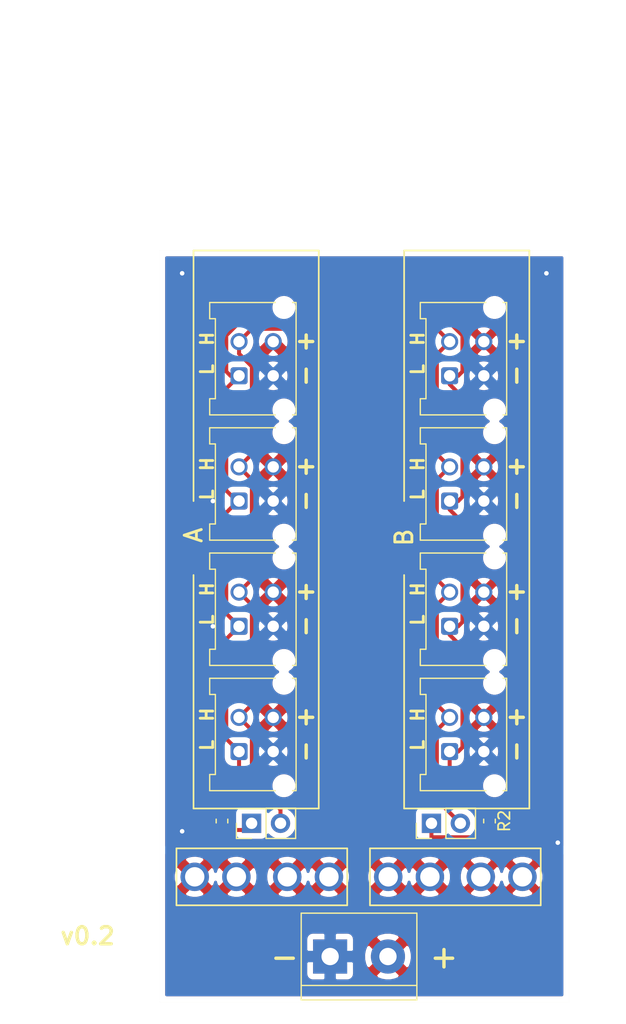
<source format=kicad_pcb>
(kicad_pcb (version 20171130) (host pcbnew "(5.1.5)-3")

  (general
    (thickness 1.6)
    (drawings 35)
    (tracks 93)
    (zones 0)
    (modules 15)
    (nets 9)
  )

  (page A4)
  (layers
    (0 F.Cu signal)
    (31 B.Cu signal)
    (32 B.Adhes user)
    (33 F.Adhes user)
    (34 B.Paste user)
    (35 F.Paste user)
    (36 B.SilkS user)
    (37 F.SilkS user)
    (38 B.Mask user)
    (39 F.Mask user)
    (40 Dwgs.User user)
    (41 Cmts.User user)
    (42 Eco1.User user)
    (43 Eco2.User user)
    (44 Edge.Cuts user)
    (45 Margin user)
    (46 B.CrtYd user)
    (47 F.CrtYd user)
    (48 B.Fab user)
    (49 F.Fab user)
  )

  (setup
    (last_trace_width 0.35)
    (user_trace_width 0.35)
    (user_trace_width 0.6)
    (user_trace_width 1.2)
    (trace_clearance 0.2)
    (zone_clearance 0.508)
    (zone_45_only no)
    (trace_min 0.2)
    (via_size 0.6)
    (via_drill 0.4)
    (via_min_size 0.4)
    (via_min_drill 0.3)
    (uvia_size 0.3)
    (uvia_drill 0.1)
    (uvias_allowed no)
    (uvia_min_size 0.2)
    (uvia_min_drill 0.1)
    (edge_width 0.00254)
    (segment_width 0.2)
    (pcb_text_width 0.3)
    (pcb_text_size 1.5 1.5)
    (mod_edge_width 0.15)
    (mod_text_size 1 1)
    (mod_text_width 0.15)
    (pad_size 1.7272 1.7272)
    (pad_drill 1.016)
    (pad_to_mask_clearance 0)
    (aux_axis_origin 0 0)
    (grid_origin 116.3701 62.3824)
    (visible_elements 7FFFFFFF)
    (pcbplotparams
      (layerselection 0x010fc_ffffffff)
      (usegerberextensions false)
      (usegerberattributes false)
      (usegerberadvancedattributes false)
      (creategerberjobfile false)
      (excludeedgelayer true)
      (linewidth 0.100000)
      (plotframeref false)
      (viasonmask false)
      (mode 1)
      (useauxorigin false)
      (hpglpennumber 1)
      (hpglpenspeed 20)
      (hpglpendiameter 15.000000)
      (psnegative false)
      (psa4output false)
      (plotreference true)
      (plotvalue true)
      (plotinvisibletext false)
      (padsonsilk false)
      (subtractmaskfromsilk false)
      (outputformat 1)
      (mirror false)
      (drillshape 0)
      (scaleselection 1)
      (outputdirectory "cancape"))
  )

  (net 0 "")
  (net 1 GND)
  (net 2 "Net-(J10-Pad1)")
  (net 3 "Net-(J11-Pad1)")
  (net 4 CAN2L)
  (net 5 CAN2H)
  (net 6 "Net-(F1-Pad2)")
  (net 7 "Net-(F1-Pad1)")
  (net 8 "Net-(F2-Pad2)")

  (net_class Default "To jest domyślna klasa połączeń."
    (clearance 0.2)
    (trace_width 0.25)
    (via_dia 0.6)
    (via_drill 0.4)
    (uvia_dia 0.3)
    (uvia_drill 0.1)
    (add_net CAN2H)
    (add_net CAN2L)
    (add_net GND)
    (add_net "Net-(F1-Pad1)")
    (add_net "Net-(F1-Pad2)")
    (add_net "Net-(F2-Pad2)")
    (add_net "Net-(J10-Pad1)")
    (add_net "Net-(J11-Pad1)")
  )

  (module cancape:3544-2_FuseHolder (layer F.Cu) (tedit 5EB074FF) (tstamp 5FBAB58B)
    (at 137.3701 119.3824)
    (path /5FBE3F29)
    (fp_text reference F1 (at 0 -3.1) (layer F.SilkS) hide
      (effects (font (size 1 1) (thickness 0.15)))
    )
    (fp_text value Fuse (at -0.25 -5.5) (layer F.Fab)
      (effects (font (size 1 1) (thickness 0.15)))
    )
    (fp_line (start 7.5 -2.5) (end -7.5 -2.5) (layer F.SilkS) (width 0.15))
    (fp_line (start 7.5 2.5) (end 7.5 -2.5) (layer F.SilkS) (width 0.15))
    (fp_line (start -7.5 2.5) (end 7.5 2.5) (layer F.SilkS) (width 0.15))
    (fp_line (start -7.5 -2.5) (end -7.5 2.5) (layer F.SilkS) (width 0.15))
    (pad 2 thru_hole circle (at 5.895 0) (size 2.5 2.5) (drill 1.7) (layers *.Cu *.Mask)
      (net 6 "Net-(F1-Pad2)"))
    (pad 2 thru_hole circle (at 2.235 0) (size 2.5 2.5) (drill 1.7) (layers *.Cu *.Mask)
      (net 6 "Net-(F1-Pad2)"))
    (pad 1 thru_hole circle (at -2.235 0) (size 2.5 2.5) (drill 1.7) (layers *.Cu *.Mask)
      (net 7 "Net-(F1-Pad1)"))
    (pad 1 thru_hole circle (at -5.895 0) (size 2.5 2.5) (drill 1.7) (layers *.Cu *.Mask)
      (net 7 "Net-(F1-Pad1)"))
    (model ${KIPRJMOD}/Library/3D_Packages/3544-2_FuseHolder.STEP
      (offset (xyz -1.897 -0.528 0))
      (scale (xyz 1 1 1))
      (rotate (xyz -90 0 0))
    )
  )

  (module Connector_Molex:Molex_Micro-Fit_3.0_43045-0412_2x02_P3.00mm_Vertical (layer F.Cu) (tedit 5B78138F) (tstamp 5F8BCD16)
    (at 153.8701 108.3824 90)
    (descr "Molex Micro-Fit 3.0 Connector System, 43045-0412 (compatible alternatives: 43045-0413, 43045-0424), 2 Pins per row (http://www.molex.com/pdm_docs/sd/430450212_sd.pdf), generated with kicad-footprint-generator")
    (tags "connector Molex Micro-Fit_3.0 side entry")
    (path /5F9190A7)
    (fp_text reference J2 (at 1.5 -3.67 90) (layer F.SilkS) hide
      (effects (font (size 1 1) (thickness 0.15)))
    )
    (fp_text value Conn_02x02_Top_Bottom (at 1.5 7.5 90) (layer F.Fab)
      (effects (font (size 1 1) (thickness 0.15)))
    )
    (fp_text user %R (at 1.5 4.2 90) (layer F.Fab)
      (effects (font (size 1 1) (thickness 0.15)))
    )
    (fp_line (start -3.82 6.8) (end -3.82 -2.97) (layer F.CrtYd) (width 0.05))
    (fp_line (start 6.82 6.8) (end -3.82 6.8) (layer F.CrtYd) (width 0.05))
    (fp_line (start 6.82 -2.97) (end 6.82 6.8) (layer F.CrtYd) (width 0.05))
    (fp_line (start -3.82 -2.97) (end 6.82 -2.97) (layer F.CrtYd) (width 0.05))
    (fp_line (start 6.435 -2.58) (end 6.435 3.18) (layer F.SilkS) (width 0.12))
    (fp_line (start 5.015 -2.58) (end 6.435 -2.58) (layer F.SilkS) (width 0.12))
    (fp_line (start 5.015 -2.08) (end 5.015 -2.58) (layer F.SilkS) (width 0.12))
    (fp_line (start -2.015 -2.08) (end 5.015 -2.08) (layer F.SilkS) (width 0.12))
    (fp_line (start -2.015 -2.58) (end -2.015 -2.08) (layer F.SilkS) (width 0.12))
    (fp_line (start -3.435 -2.58) (end -2.015 -2.58) (layer F.SilkS) (width 0.12))
    (fp_line (start -3.435 3.18) (end -3.435 -2.58) (layer F.SilkS) (width 0.12))
    (fp_line (start 6.435 5.01) (end 6.435 4.7) (layer F.SilkS) (width 0.12))
    (fp_line (start -3.435 5.01) (end 6.435 5.01) (layer F.SilkS) (width 0.12))
    (fp_line (start -3.435 4.7) (end -3.435 5.01) (layer F.SilkS) (width 0.12))
    (fp_line (start 0 -1.262893) (end 0.5 -1.97) (layer F.Fab) (width 0.1))
    (fp_line (start -0.5 -1.97) (end 0 -1.262893) (layer F.Fab) (width 0.1))
    (fp_line (start 2.2 6.3) (end 2.2 4.9) (layer F.Fab) (width 0.1))
    (fp_line (start 0.8 6.3) (end 2.2 6.3) (layer F.Fab) (width 0.1))
    (fp_line (start 0.8 4.9) (end 0.8 6.3) (layer F.Fab) (width 0.1))
    (fp_line (start 6.325 -1.34) (end 5.125 -1.97) (layer F.Fab) (width 0.1))
    (fp_line (start -3.325 -1.34) (end -2.125 -1.97) (layer F.Fab) (width 0.1))
    (fp_line (start 5.125 -1.97) (end -2.125 -1.97) (layer F.Fab) (width 0.1))
    (fp_line (start 5.125 -2.47) (end 5.125 -1.97) (layer F.Fab) (width 0.1))
    (fp_line (start 6.325 -2.47) (end 5.125 -2.47) (layer F.Fab) (width 0.1))
    (fp_line (start 6.325 4.9) (end 6.325 -2.47) (layer F.Fab) (width 0.1))
    (fp_line (start -3.325 4.9) (end 6.325 4.9) (layer F.Fab) (width 0.1))
    (fp_line (start -3.325 -2.47) (end -3.325 4.9) (layer F.Fab) (width 0.1))
    (fp_line (start -2.125 -2.47) (end -3.325 -2.47) (layer F.Fab) (width 0.1))
    (fp_line (start -2.125 -1.97) (end -2.125 -2.47) (layer F.Fab) (width 0.1))
    (pad 4 thru_hole circle (at 3 3 90) (size 1.5 1.5) (drill 1) (layers *.Cu *.Mask)
      (net 8 "Net-(F2-Pad2)"))
    (pad 3 thru_hole circle (at 0 3 90) (size 1.5 1.5) (drill 1) (layers *.Cu *.Mask)
      (net 1 GND))
    (pad 2 thru_hole circle (at 3 0 90) (size 1.5 1.5) (drill 1) (layers *.Cu *.Mask)
      (net 5 CAN2H))
    (pad 1 thru_hole roundrect (at 0 0 90) (size 1.5 1.5) (drill 1) (layers *.Cu *.Mask) (roundrect_rratio 0.166667)
      (net 4 CAN2L))
    (pad "" np_thru_hole circle (at 6 3.94 90) (size 1 1) (drill 1) (layers *.Cu *.Mask))
    (pad "" np_thru_hole circle (at -3 3.94 90) (size 1 1) (drill 1) (layers *.Cu *.Mask))
    (model ${KISYS3DMOD}/Connector_Molex.3dshapes/Molex_Micro-Fit_3.0_43045-0412_2x02_P3.00mm_Vertical.wrl
      (at (xyz 0 0 0))
      (scale (xyz 1 1 1))
      (rotate (xyz 0 0 0))
    )
  )

  (module cancape:3544-2_FuseHolder (layer F.Cu) (tedit 5EB074FF) (tstamp 5F8C211A)
    (at 154.3701 119.3824)
    (path /5F919126)
    (zone_connect 1)
    (fp_text reference F2 (at -0.25 -4.5) (layer F.SilkS) hide
      (effects (font (size 1 1) (thickness 0.15)))
    )
    (fp_text value Fuse (at -0.4 -3.3) (layer F.Fab)
      (effects (font (size 1 1) (thickness 0.15)))
    )
    (fp_line (start 7.5 -2.5) (end -7.5 -2.5) (layer F.SilkS) (width 0.15))
    (fp_line (start 7.5 2.5) (end 7.5 -2.5) (layer F.SilkS) (width 0.15))
    (fp_line (start -7.5 2.5) (end 7.5 2.5) (layer F.SilkS) (width 0.15))
    (fp_line (start -7.5 -2.5) (end -7.5 2.5) (layer F.SilkS) (width 0.15))
    (pad 2 thru_hole circle (at 5.895 0) (size 2.5 2.5) (drill 1.7) (layers *.Cu *.Mask)
      (net 8 "Net-(F2-Pad2)") (zone_connect 1))
    (pad 2 thru_hole circle (at 2.235 0) (size 2.5 2.5) (drill 1.7) (layers *.Cu *.Mask)
      (net 8 "Net-(F2-Pad2)") (zone_connect 1))
    (pad 1 thru_hole circle (at -2.235 0) (size 2.5 2.5) (drill 1.7) (layers *.Cu *.Mask)
      (net 7 "Net-(F1-Pad1)") (zone_connect 1))
    (pad 1 thru_hole circle (at -5.895 0) (size 2.5 2.5) (drill 1.7) (layers *.Cu *.Mask)
      (net 7 "Net-(F1-Pad1)") (zone_connect 1))
    (model ${KIPRJMOD}/Library/3D_Packages/3544-2_FuseHolder.STEP
      (offset (xyz -1.897 -0.528 0))
      (scale (xyz 1 1 1))
      (rotate (xyz -90 0 0))
    )
  )

  (module Resistor_SMD:R_0603_1608Metric (layer F.Cu) (tedit 5B301BBD) (tstamp 5F8BCF70)
    (at 157.3701 114.4824 270)
    (descr "Resistor SMD 0603 (1608 Metric), square (rectangular) end terminal, IPC_7351 nominal, (Body size source: http://www.tortai-tech.com/upload/download/2011102023233369053.pdf), generated with kicad-footprint-generator")
    (tags resistor)
    (path /5F9255B0)
    (attr smd)
    (fp_text reference R2 (at 0 -1.3 90) (layer F.SilkS)
      (effects (font (size 1 1) (thickness 0.15)))
    )
    (fp_text value 120R (at 3.1 -1.4 90) (layer F.Fab)
      (effects (font (size 1 1) (thickness 0.15)))
    )
    (fp_text user %R (at 0 0 90) (layer F.Fab)
      (effects (font (size 0.4 0.4) (thickness 0.06)))
    )
    (fp_line (start 1.48 0.73) (end -1.48 0.73) (layer F.CrtYd) (width 0.05))
    (fp_line (start 1.48 -0.73) (end 1.48 0.73) (layer F.CrtYd) (width 0.05))
    (fp_line (start -1.48 -0.73) (end 1.48 -0.73) (layer F.CrtYd) (width 0.05))
    (fp_line (start -1.48 0.73) (end -1.48 -0.73) (layer F.CrtYd) (width 0.05))
    (fp_line (start -0.162779 0.51) (end 0.162779 0.51) (layer F.SilkS) (width 0.12))
    (fp_line (start -0.162779 -0.51) (end 0.162779 -0.51) (layer F.SilkS) (width 0.12))
    (fp_line (start 0.8 0.4) (end -0.8 0.4) (layer F.Fab) (width 0.1))
    (fp_line (start 0.8 -0.4) (end 0.8 0.4) (layer F.Fab) (width 0.1))
    (fp_line (start -0.8 -0.4) (end 0.8 -0.4) (layer F.Fab) (width 0.1))
    (fp_line (start -0.8 0.4) (end -0.8 -0.4) (layer F.Fab) (width 0.1))
    (pad 2 smd roundrect (at 0.7875 0 270) (size 0.875 0.95) (layers F.Cu F.Paste F.Mask) (roundrect_rratio 0.25)
      (net 3 "Net-(J11-Pad1)"))
    (pad 1 smd roundrect (at -0.7875 0 270) (size 0.875 0.95) (layers F.Cu F.Paste F.Mask) (roundrect_rratio 0.25)
      (net 4 CAN2L))
    (model ${KISYS3DMOD}/Resistor_SMD.3dshapes/R_0603_1608Metric.wrl
      (at (xyz 0 0 0))
      (scale (xyz 1 1 1))
      (rotate (xyz 0 0 0))
    )
  )

  (module Resistor_SMD:R_0603_1608Metric (layer F.Cu) (tedit 5B301BBD) (tstamp 5FBABDDF)
    (at 133.8701 114.4824 270)
    (descr "Resistor SMD 0603 (1608 Metric), square (rectangular) end terminal, IPC_7351 nominal, (Body size source: http://www.tortai-tech.com/upload/download/2011102023233369053.pdf), generated with kicad-footprint-generator")
    (tags resistor)
    (path /5F925541)
    (attr smd)
    (fp_text reference R1 (at -0.1 -1.3 90) (layer F.SilkS) hide
      (effects (font (size 1 1) (thickness 0.15)))
    )
    (fp_text value 120R (at 0 2.55 90) (layer F.Fab)
      (effects (font (size 1 1) (thickness 0.15)))
    )
    (fp_text user %R (at 0 0 90) (layer F.Fab)
      (effects (font (size 0.4 0.4) (thickness 0.06)))
    )
    (fp_line (start 1.48 0.73) (end -1.48 0.73) (layer F.CrtYd) (width 0.05))
    (fp_line (start 1.48 -0.73) (end 1.48 0.73) (layer F.CrtYd) (width 0.05))
    (fp_line (start -1.48 -0.73) (end 1.48 -0.73) (layer F.CrtYd) (width 0.05))
    (fp_line (start -1.48 0.73) (end -1.48 -0.73) (layer F.CrtYd) (width 0.05))
    (fp_line (start -0.162779 0.51) (end 0.162779 0.51) (layer F.SilkS) (width 0.12))
    (fp_line (start -0.162779 -0.51) (end 0.162779 -0.51) (layer F.SilkS) (width 0.12))
    (fp_line (start 0.8 0.4) (end -0.8 0.4) (layer F.Fab) (width 0.1))
    (fp_line (start 0.8 -0.4) (end 0.8 0.4) (layer F.Fab) (width 0.1))
    (fp_line (start -0.8 -0.4) (end 0.8 -0.4) (layer F.Fab) (width 0.1))
    (fp_line (start -0.8 0.4) (end -0.8 -0.4) (layer F.Fab) (width 0.1))
    (pad 2 smd roundrect (at 0.7875 0 270) (size 0.875 0.95) (layers F.Cu F.Paste F.Mask) (roundrect_rratio 0.25)
      (net 2 "Net-(J10-Pad1)"))
    (pad 1 smd roundrect (at -0.7875 0 270) (size 0.875 0.95) (layers F.Cu F.Paste F.Mask) (roundrect_rratio 0.25)
      (net 4 CAN2L))
    (model ${KISYS3DMOD}/Resistor_SMD.3dshapes/R_0603_1608Metric.wrl
      (at (xyz 0 0 0))
      (scale (xyz 1 1 1))
      (rotate (xyz 0 0 0))
    )
  )

  (module Connector_PinHeader_2.54mm:PinHeader_1x02_P2.54mm_Vertical (layer F.Cu) (tedit 59FED5CC) (tstamp 5F8BCE5A)
    (at 152.2701 114.6824 90)
    (descr "Through hole straight pin header, 1x02, 2.54mm pitch, single row")
    (tags "Through hole pin header THT 1x02 2.54mm single row")
    (path /5F9255B6)
    (fp_text reference J11 (at 0 -2.33 90) (layer F.SilkS) hide
      (effects (font (size 1 1) (thickness 0.15)))
    )
    (fp_text value Conn_01x02 (at 0 4.87 90) (layer F.Fab)
      (effects (font (size 1 1) (thickness 0.15)))
    )
    (fp_text user %R (at 0 1.27) (layer F.Fab)
      (effects (font (size 1 1) (thickness 0.15)))
    )
    (fp_line (start 1.8 -1.8) (end -1.8 -1.8) (layer F.CrtYd) (width 0.05))
    (fp_line (start 1.8 4.35) (end 1.8 -1.8) (layer F.CrtYd) (width 0.05))
    (fp_line (start -1.8 4.35) (end 1.8 4.35) (layer F.CrtYd) (width 0.05))
    (fp_line (start -1.8 -1.8) (end -1.8 4.35) (layer F.CrtYd) (width 0.05))
    (fp_line (start -1.33 -1.33) (end 0 -1.33) (layer F.SilkS) (width 0.12))
    (fp_line (start -1.33 0) (end -1.33 -1.33) (layer F.SilkS) (width 0.12))
    (fp_line (start -1.33 1.27) (end 1.33 1.27) (layer F.SilkS) (width 0.12))
    (fp_line (start 1.33 1.27) (end 1.33 3.87) (layer F.SilkS) (width 0.12))
    (fp_line (start -1.33 1.27) (end -1.33 3.87) (layer F.SilkS) (width 0.12))
    (fp_line (start -1.33 3.87) (end 1.33 3.87) (layer F.SilkS) (width 0.12))
    (fp_line (start -1.27 -0.635) (end -0.635 -1.27) (layer F.Fab) (width 0.1))
    (fp_line (start -1.27 3.81) (end -1.27 -0.635) (layer F.Fab) (width 0.1))
    (fp_line (start 1.27 3.81) (end -1.27 3.81) (layer F.Fab) (width 0.1))
    (fp_line (start 1.27 -1.27) (end 1.27 3.81) (layer F.Fab) (width 0.1))
    (fp_line (start -0.635 -1.27) (end 1.27 -1.27) (layer F.Fab) (width 0.1))
    (pad 2 thru_hole oval (at 0 2.54 90) (size 1.7 1.7) (drill 1) (layers *.Cu *.Mask)
      (net 5 CAN2H))
    (pad 1 thru_hole rect (at 0 0 90) (size 1.7 1.7) (drill 1) (layers *.Cu *.Mask)
      (net 3 "Net-(J11-Pad1)"))
    (model ${KISYS3DMOD}/Connector_PinHeader_2.54mm.3dshapes/PinHeader_1x02_P2.54mm_Vertical.wrl
      (at (xyz 0 0 0))
      (scale (xyz 1 1 1))
      (rotate (xyz 0 0 0))
    )
  )

  (module Connector_PinHeader_2.54mm:PinHeader_1x02_P2.54mm_Vertical (layer F.Cu) (tedit 59FED5CC) (tstamp 5FBABCBB)
    (at 136.4701 114.6824 90)
    (descr "Through hole straight pin header, 1x02, 2.54mm pitch, single row")
    (tags "Through hole pin header THT 1x02 2.54mm single row")
    (path /5F9255A2)
    (fp_text reference J10 (at 0 -2.33 90) (layer F.SilkS) hide
      (effects (font (size 1 1) (thickness 0.15)))
    )
    (fp_text value Conn_01x02 (at 0 4.87 90) (layer F.Fab)
      (effects (font (size 1 1) (thickness 0.15)))
    )
    (fp_text user %R (at 0 1.27) (layer F.Fab)
      (effects (font (size 1 1) (thickness 0.15)))
    )
    (fp_line (start 1.8 -1.8) (end -1.8 -1.8) (layer F.CrtYd) (width 0.05))
    (fp_line (start 1.8 4.35) (end 1.8 -1.8) (layer F.CrtYd) (width 0.05))
    (fp_line (start -1.8 4.35) (end 1.8 4.35) (layer F.CrtYd) (width 0.05))
    (fp_line (start -1.8 -1.8) (end -1.8 4.35) (layer F.CrtYd) (width 0.05))
    (fp_line (start -1.33 -1.33) (end 0 -1.33) (layer F.SilkS) (width 0.12))
    (fp_line (start -1.33 0) (end -1.33 -1.33) (layer F.SilkS) (width 0.12))
    (fp_line (start -1.33 1.27) (end 1.33 1.27) (layer F.SilkS) (width 0.12))
    (fp_line (start 1.33 1.27) (end 1.33 3.87) (layer F.SilkS) (width 0.12))
    (fp_line (start -1.33 1.27) (end -1.33 3.87) (layer F.SilkS) (width 0.12))
    (fp_line (start -1.33 3.87) (end 1.33 3.87) (layer F.SilkS) (width 0.12))
    (fp_line (start -1.27 -0.635) (end -0.635 -1.27) (layer F.Fab) (width 0.1))
    (fp_line (start -1.27 3.81) (end -1.27 -0.635) (layer F.Fab) (width 0.1))
    (fp_line (start 1.27 3.81) (end -1.27 3.81) (layer F.Fab) (width 0.1))
    (fp_line (start 1.27 -1.27) (end 1.27 3.81) (layer F.Fab) (width 0.1))
    (fp_line (start -0.635 -1.27) (end 1.27 -1.27) (layer F.Fab) (width 0.1))
    (pad 2 thru_hole oval (at 0 2.54 90) (size 1.7 1.7) (drill 1) (layers *.Cu *.Mask)
      (net 5 CAN2H))
    (pad 1 thru_hole rect (at 0 0 90) (size 1.7 1.7) (drill 1) (layers *.Cu *.Mask)
      (net 2 "Net-(J10-Pad1)"))
    (model ${KISYS3DMOD}/Connector_PinHeader_2.54mm.3dshapes/PinHeader_1x02_P2.54mm_Vertical.wrl
      (at (xyz 0 0 0))
      (scale (xyz 1 1 1))
      (rotate (xyz 0 0 0))
    )
  )

  (module Connector_Molex:Molex_Micro-Fit_3.0_43045-0412_2x02_P3.00mm_Vertical (layer F.Cu) (tedit 5B78138F) (tstamp 5FBABD81)
    (at 135.3701 75.3824 90)
    (descr "Molex Micro-Fit 3.0 Connector System, 43045-0412 (compatible alternatives: 43045-0413, 43045-0424), 2 Pins per row (http://www.molex.com/pdm_docs/sd/430450212_sd.pdf), generated with kicad-footprint-generator")
    (tags "connector Molex Micro-Fit_3.0 side entry")
    (path /5F919116)
    (fp_text reference J9 (at 1.5 -3.67 90) (layer F.SilkS) hide
      (effects (font (size 1 1) (thickness 0.15)))
    )
    (fp_text value Conn_02x02_Top_Bottom (at 1.5 7.5 90) (layer F.Fab)
      (effects (font (size 1 1) (thickness 0.15)))
    )
    (fp_text user %R (at 1.5 4.2 90) (layer F.Fab)
      (effects (font (size 1 1) (thickness 0.15)))
    )
    (fp_line (start -3.82 6.8) (end -3.82 -2.97) (layer F.CrtYd) (width 0.05))
    (fp_line (start 6.82 6.8) (end -3.82 6.8) (layer F.CrtYd) (width 0.05))
    (fp_line (start 6.82 -2.97) (end 6.82 6.8) (layer F.CrtYd) (width 0.05))
    (fp_line (start -3.82 -2.97) (end 6.82 -2.97) (layer F.CrtYd) (width 0.05))
    (fp_line (start 6.435 -2.58) (end 6.435 3.18) (layer F.SilkS) (width 0.12))
    (fp_line (start 5.015 -2.58) (end 6.435 -2.58) (layer F.SilkS) (width 0.12))
    (fp_line (start 5.015 -2.08) (end 5.015 -2.58) (layer F.SilkS) (width 0.12))
    (fp_line (start -2.015 -2.08) (end 5.015 -2.08) (layer F.SilkS) (width 0.12))
    (fp_line (start -2.015 -2.58) (end -2.015 -2.08) (layer F.SilkS) (width 0.12))
    (fp_line (start -3.435 -2.58) (end -2.015 -2.58) (layer F.SilkS) (width 0.12))
    (fp_line (start -3.435 3.18) (end -3.435 -2.58) (layer F.SilkS) (width 0.12))
    (fp_line (start 6.435 5.01) (end 6.435 4.7) (layer F.SilkS) (width 0.12))
    (fp_line (start -3.435 5.01) (end 6.435 5.01) (layer F.SilkS) (width 0.12))
    (fp_line (start -3.435 4.7) (end -3.435 5.01) (layer F.SilkS) (width 0.12))
    (fp_line (start 0 -1.262893) (end 0.5 -1.97) (layer F.Fab) (width 0.1))
    (fp_line (start -0.5 -1.97) (end 0 -1.262893) (layer F.Fab) (width 0.1))
    (fp_line (start 2.2 6.3) (end 2.2 4.9) (layer F.Fab) (width 0.1))
    (fp_line (start 0.8 6.3) (end 2.2 6.3) (layer F.Fab) (width 0.1))
    (fp_line (start 0.8 4.9) (end 0.8 6.3) (layer F.Fab) (width 0.1))
    (fp_line (start 6.325 -1.34) (end 5.125 -1.97) (layer F.Fab) (width 0.1))
    (fp_line (start -3.325 -1.34) (end -2.125 -1.97) (layer F.Fab) (width 0.1))
    (fp_line (start 5.125 -1.97) (end -2.125 -1.97) (layer F.Fab) (width 0.1))
    (fp_line (start 5.125 -2.47) (end 5.125 -1.97) (layer F.Fab) (width 0.1))
    (fp_line (start 6.325 -2.47) (end 5.125 -2.47) (layer F.Fab) (width 0.1))
    (fp_line (start 6.325 4.9) (end 6.325 -2.47) (layer F.Fab) (width 0.1))
    (fp_line (start -3.325 4.9) (end 6.325 4.9) (layer F.Fab) (width 0.1))
    (fp_line (start -3.325 -2.47) (end -3.325 4.9) (layer F.Fab) (width 0.1))
    (fp_line (start -2.125 -2.47) (end -3.325 -2.47) (layer F.Fab) (width 0.1))
    (fp_line (start -2.125 -1.97) (end -2.125 -2.47) (layer F.Fab) (width 0.1))
    (pad 4 thru_hole circle (at 3 3 90) (size 1.5 1.5) (drill 1) (layers *.Cu *.Mask)
      (net 6 "Net-(F1-Pad2)"))
    (pad 3 thru_hole circle (at 0 3 90) (size 1.5 1.5) (drill 1) (layers *.Cu *.Mask)
      (net 1 GND))
    (pad 2 thru_hole circle (at 3 0 90) (size 1.5 1.5) (drill 1) (layers *.Cu *.Mask)
      (net 5 CAN2H))
    (pad 1 thru_hole roundrect (at 0 0 90) (size 1.5 1.5) (drill 1) (layers *.Cu *.Mask) (roundrect_rratio 0.166667)
      (net 4 CAN2L))
    (pad "" np_thru_hole circle (at 6 3.94 90) (size 1 1) (drill 1) (layers *.Cu *.Mask))
    (pad "" np_thru_hole circle (at -3 3.94 90) (size 1 1) (drill 1) (layers *.Cu *.Mask))
    (model ${KISYS3DMOD}/Connector_Molex.3dshapes/Molex_Micro-Fit_3.0_43045-0412_2x02_P3.00mm_Vertical.wrl
      (at (xyz 0 0 0))
      (scale (xyz 1 1 1))
      (rotate (xyz 0 0 0))
    )
  )

  (module Connector_Molex:Molex_Micro-Fit_3.0_43045-0412_2x02_P3.00mm_Vertical (layer F.Cu) (tedit 5B78138F) (tstamp 5FBABC58)
    (at 135.3701 86.3824 90)
    (descr "Molex Micro-Fit 3.0 Connector System, 43045-0412 (compatible alternatives: 43045-0413, 43045-0424), 2 Pins per row (http://www.molex.com/pdm_docs/sd/430450212_sd.pdf), generated with kicad-footprint-generator")
    (tags "connector Molex Micro-Fit_3.0 side entry")
    (path /5F919106)
    (fp_text reference J8 (at 1.5 -3.67 90) (layer F.SilkS) hide
      (effects (font (size 1 1) (thickness 0.15)))
    )
    (fp_text value Conn_02x02_Top_Bottom (at 1.5 7.5 90) (layer F.Fab)
      (effects (font (size 1 1) (thickness 0.15)))
    )
    (fp_text user %R (at 1.5 4.2 90) (layer F.Fab)
      (effects (font (size 1 1) (thickness 0.15)))
    )
    (fp_line (start -3.82 6.8) (end -3.82 -2.97) (layer F.CrtYd) (width 0.05))
    (fp_line (start 6.82 6.8) (end -3.82 6.8) (layer F.CrtYd) (width 0.05))
    (fp_line (start 6.82 -2.97) (end 6.82 6.8) (layer F.CrtYd) (width 0.05))
    (fp_line (start -3.82 -2.97) (end 6.82 -2.97) (layer F.CrtYd) (width 0.05))
    (fp_line (start 6.435 -2.58) (end 6.435 3.18) (layer F.SilkS) (width 0.12))
    (fp_line (start 5.015 -2.58) (end 6.435 -2.58) (layer F.SilkS) (width 0.12))
    (fp_line (start 5.015 -2.08) (end 5.015 -2.58) (layer F.SilkS) (width 0.12))
    (fp_line (start -2.015 -2.08) (end 5.015 -2.08) (layer F.SilkS) (width 0.12))
    (fp_line (start -2.015 -2.58) (end -2.015 -2.08) (layer F.SilkS) (width 0.12))
    (fp_line (start -3.435 -2.58) (end -2.015 -2.58) (layer F.SilkS) (width 0.12))
    (fp_line (start -3.435 3.18) (end -3.435 -2.58) (layer F.SilkS) (width 0.12))
    (fp_line (start 6.435 5.01) (end 6.435 4.7) (layer F.SilkS) (width 0.12))
    (fp_line (start -3.435 5.01) (end 6.435 5.01) (layer F.SilkS) (width 0.12))
    (fp_line (start -3.435 4.7) (end -3.435 5.01) (layer F.SilkS) (width 0.12))
    (fp_line (start 0 -1.262893) (end 0.5 -1.97) (layer F.Fab) (width 0.1))
    (fp_line (start -0.5 -1.97) (end 0 -1.262893) (layer F.Fab) (width 0.1))
    (fp_line (start 2.2 6.3) (end 2.2 4.9) (layer F.Fab) (width 0.1))
    (fp_line (start 0.8 6.3) (end 2.2 6.3) (layer F.Fab) (width 0.1))
    (fp_line (start 0.8 4.9) (end 0.8 6.3) (layer F.Fab) (width 0.1))
    (fp_line (start 6.325 -1.34) (end 5.125 -1.97) (layer F.Fab) (width 0.1))
    (fp_line (start -3.325 -1.34) (end -2.125 -1.97) (layer F.Fab) (width 0.1))
    (fp_line (start 5.125 -1.97) (end -2.125 -1.97) (layer F.Fab) (width 0.1))
    (fp_line (start 5.125 -2.47) (end 5.125 -1.97) (layer F.Fab) (width 0.1))
    (fp_line (start 6.325 -2.47) (end 5.125 -2.47) (layer F.Fab) (width 0.1))
    (fp_line (start 6.325 4.9) (end 6.325 -2.47) (layer F.Fab) (width 0.1))
    (fp_line (start -3.325 4.9) (end 6.325 4.9) (layer F.Fab) (width 0.1))
    (fp_line (start -3.325 -2.47) (end -3.325 4.9) (layer F.Fab) (width 0.1))
    (fp_line (start -2.125 -2.47) (end -3.325 -2.47) (layer F.Fab) (width 0.1))
    (fp_line (start -2.125 -1.97) (end -2.125 -2.47) (layer F.Fab) (width 0.1))
    (pad 4 thru_hole circle (at 3 3 90) (size 1.5 1.5) (drill 1) (layers *.Cu *.Mask)
      (net 6 "Net-(F1-Pad2)"))
    (pad 3 thru_hole circle (at 0 3 90) (size 1.5 1.5) (drill 1) (layers *.Cu *.Mask)
      (net 1 GND))
    (pad 2 thru_hole circle (at 3 0 90) (size 1.5 1.5) (drill 1) (layers *.Cu *.Mask)
      (net 5 CAN2H))
    (pad 1 thru_hole roundrect (at 0 0 90) (size 1.5 1.5) (drill 1) (layers *.Cu *.Mask) (roundrect_rratio 0.166667)
      (net 4 CAN2L))
    (pad "" np_thru_hole circle (at 6 3.94 90) (size 1 1) (drill 1) (layers *.Cu *.Mask))
    (pad "" np_thru_hole circle (at -3 3.94 90) (size 1 1) (drill 1) (layers *.Cu *.Mask))
    (model ${KISYS3DMOD}/Connector_Molex.3dshapes/Molex_Micro-Fit_3.0_43045-0412_2x02_P3.00mm_Vertical.wrl
      (at (xyz 0 0 0))
      (scale (xyz 1 1 1))
      (rotate (xyz 0 0 0))
    )
  )

  (module Connector_Molex:Molex_Micro-Fit_3.0_43045-0412_2x02_P3.00mm_Vertical (layer F.Cu) (tedit 5B78138F) (tstamp 5FBABBE3)
    (at 135.3701 97.3824 90)
    (descr "Molex Micro-Fit 3.0 Connector System, 43045-0412 (compatible alternatives: 43045-0413, 43045-0424), 2 Pins per row (http://www.molex.com/pdm_docs/sd/430450212_sd.pdf), generated with kicad-footprint-generator")
    (tags "connector Molex Micro-Fit_3.0 side entry")
    (path /5F919100)
    (fp_text reference J7 (at 1.5 -3.67 90) (layer F.SilkS) hide
      (effects (font (size 1 1) (thickness 0.15)))
    )
    (fp_text value Conn_02x02_Top_Bottom (at 1.5 7.5 90) (layer F.Fab)
      (effects (font (size 1 1) (thickness 0.15)))
    )
    (fp_text user %R (at 1.5 4.2 90) (layer F.Fab)
      (effects (font (size 1 1) (thickness 0.15)))
    )
    (fp_line (start -3.82 6.8) (end -3.82 -2.97) (layer F.CrtYd) (width 0.05))
    (fp_line (start 6.82 6.8) (end -3.82 6.8) (layer F.CrtYd) (width 0.05))
    (fp_line (start 6.82 -2.97) (end 6.82 6.8) (layer F.CrtYd) (width 0.05))
    (fp_line (start -3.82 -2.97) (end 6.82 -2.97) (layer F.CrtYd) (width 0.05))
    (fp_line (start 6.435 -2.58) (end 6.435 3.18) (layer F.SilkS) (width 0.12))
    (fp_line (start 5.015 -2.58) (end 6.435 -2.58) (layer F.SilkS) (width 0.12))
    (fp_line (start 5.015 -2.08) (end 5.015 -2.58) (layer F.SilkS) (width 0.12))
    (fp_line (start -2.015 -2.08) (end 5.015 -2.08) (layer F.SilkS) (width 0.12))
    (fp_line (start -2.015 -2.58) (end -2.015 -2.08) (layer F.SilkS) (width 0.12))
    (fp_line (start -3.435 -2.58) (end -2.015 -2.58) (layer F.SilkS) (width 0.12))
    (fp_line (start -3.435 3.18) (end -3.435 -2.58) (layer F.SilkS) (width 0.12))
    (fp_line (start 6.435 5.01) (end 6.435 4.7) (layer F.SilkS) (width 0.12))
    (fp_line (start -3.435 5.01) (end 6.435 5.01) (layer F.SilkS) (width 0.12))
    (fp_line (start -3.435 4.7) (end -3.435 5.01) (layer F.SilkS) (width 0.12))
    (fp_line (start 0 -1.262893) (end 0.5 -1.97) (layer F.Fab) (width 0.1))
    (fp_line (start -0.5 -1.97) (end 0 -1.262893) (layer F.Fab) (width 0.1))
    (fp_line (start 2.2 6.3) (end 2.2 4.9) (layer F.Fab) (width 0.1))
    (fp_line (start 0.8 6.3) (end 2.2 6.3) (layer F.Fab) (width 0.1))
    (fp_line (start 0.8 4.9) (end 0.8 6.3) (layer F.Fab) (width 0.1))
    (fp_line (start 6.325 -1.34) (end 5.125 -1.97) (layer F.Fab) (width 0.1))
    (fp_line (start -3.325 -1.34) (end -2.125 -1.97) (layer F.Fab) (width 0.1))
    (fp_line (start 5.125 -1.97) (end -2.125 -1.97) (layer F.Fab) (width 0.1))
    (fp_line (start 5.125 -2.47) (end 5.125 -1.97) (layer F.Fab) (width 0.1))
    (fp_line (start 6.325 -2.47) (end 5.125 -2.47) (layer F.Fab) (width 0.1))
    (fp_line (start 6.325 4.9) (end 6.325 -2.47) (layer F.Fab) (width 0.1))
    (fp_line (start -3.325 4.9) (end 6.325 4.9) (layer F.Fab) (width 0.1))
    (fp_line (start -3.325 -2.47) (end -3.325 4.9) (layer F.Fab) (width 0.1))
    (fp_line (start -2.125 -2.47) (end -3.325 -2.47) (layer F.Fab) (width 0.1))
    (fp_line (start -2.125 -1.97) (end -2.125 -2.47) (layer F.Fab) (width 0.1))
    (pad 4 thru_hole circle (at 3 3 90) (size 1.5 1.5) (drill 1) (layers *.Cu *.Mask)
      (net 6 "Net-(F1-Pad2)"))
    (pad 3 thru_hole circle (at 0 3 90) (size 1.5 1.5) (drill 1) (layers *.Cu *.Mask)
      (net 1 GND))
    (pad 2 thru_hole circle (at 3 0 90) (size 1.5 1.5) (drill 1) (layers *.Cu *.Mask)
      (net 5 CAN2H))
    (pad 1 thru_hole roundrect (at 0 0 90) (size 1.5 1.5) (drill 1) (layers *.Cu *.Mask) (roundrect_rratio 0.166667)
      (net 4 CAN2L))
    (pad "" np_thru_hole circle (at 6 3.94 90) (size 1 1) (drill 1) (layers *.Cu *.Mask))
    (pad "" np_thru_hole circle (at -3 3.94 90) (size 1 1) (drill 1) (layers *.Cu *.Mask))
    (model ${KISYS3DMOD}/Connector_Molex.3dshapes/Molex_Micro-Fit_3.0_43045-0412_2x02_P3.00mm_Vertical.wrl
      (at (xyz 0 0 0))
      (scale (xyz 1 1 1))
      (rotate (xyz 0 0 0))
    )
  )

  (module Connector_Molex:Molex_Micro-Fit_3.0_43045-0412_2x02_P3.00mm_Vertical (layer F.Cu) (tedit 5B78138F) (tstamp 5FBABD0C)
    (at 135.3701 108.3824 90)
    (descr "Molex Micro-Fit 3.0 Connector System, 43045-0412 (compatible alternatives: 43045-0413, 43045-0424), 2 Pins per row (http://www.molex.com/pdm_docs/sd/430450212_sd.pdf), generated with kicad-footprint-generator")
    (tags "connector Molex Micro-Fit_3.0 side entry")
    (path /5F9190F8)
    (fp_text reference J6 (at 1.5 -3.67 90) (layer F.SilkS) hide
      (effects (font (size 1 1) (thickness 0.15)))
    )
    (fp_text value Conn_02x02_Top_Bottom (at 1.5 7.5 90) (layer F.Fab)
      (effects (font (size 1 1) (thickness 0.15)))
    )
    (fp_text user %R (at 1.5 4.2 90) (layer F.Fab)
      (effects (font (size 1 1) (thickness 0.15)))
    )
    (fp_line (start -3.82 6.8) (end -3.82 -2.97) (layer F.CrtYd) (width 0.05))
    (fp_line (start 6.82 6.8) (end -3.82 6.8) (layer F.CrtYd) (width 0.05))
    (fp_line (start 6.82 -2.97) (end 6.82 6.8) (layer F.CrtYd) (width 0.05))
    (fp_line (start -3.82 -2.97) (end 6.82 -2.97) (layer F.CrtYd) (width 0.05))
    (fp_line (start 6.435 -2.58) (end 6.435 3.18) (layer F.SilkS) (width 0.12))
    (fp_line (start 5.015 -2.58) (end 6.435 -2.58) (layer F.SilkS) (width 0.12))
    (fp_line (start 5.015 -2.08) (end 5.015 -2.58) (layer F.SilkS) (width 0.12))
    (fp_line (start -2.015 -2.08) (end 5.015 -2.08) (layer F.SilkS) (width 0.12))
    (fp_line (start -2.015 -2.58) (end -2.015 -2.08) (layer F.SilkS) (width 0.12))
    (fp_line (start -3.435 -2.58) (end -2.015 -2.58) (layer F.SilkS) (width 0.12))
    (fp_line (start -3.435 3.18) (end -3.435 -2.58) (layer F.SilkS) (width 0.12))
    (fp_line (start 6.435 5.01) (end 6.435 4.7) (layer F.SilkS) (width 0.12))
    (fp_line (start -3.435 5.01) (end 6.435 5.01) (layer F.SilkS) (width 0.12))
    (fp_line (start -3.435 4.7) (end -3.435 5.01) (layer F.SilkS) (width 0.12))
    (fp_line (start 0 -1.262893) (end 0.5 -1.97) (layer F.Fab) (width 0.1))
    (fp_line (start -0.5 -1.97) (end 0 -1.262893) (layer F.Fab) (width 0.1))
    (fp_line (start 2.2 6.3) (end 2.2 4.9) (layer F.Fab) (width 0.1))
    (fp_line (start 0.8 6.3) (end 2.2 6.3) (layer F.Fab) (width 0.1))
    (fp_line (start 0.8 4.9) (end 0.8 6.3) (layer F.Fab) (width 0.1))
    (fp_line (start 6.325 -1.34) (end 5.125 -1.97) (layer F.Fab) (width 0.1))
    (fp_line (start -3.325 -1.34) (end -2.125 -1.97) (layer F.Fab) (width 0.1))
    (fp_line (start 5.125 -1.97) (end -2.125 -1.97) (layer F.Fab) (width 0.1))
    (fp_line (start 5.125 -2.47) (end 5.125 -1.97) (layer F.Fab) (width 0.1))
    (fp_line (start 6.325 -2.47) (end 5.125 -2.47) (layer F.Fab) (width 0.1))
    (fp_line (start 6.325 4.9) (end 6.325 -2.47) (layer F.Fab) (width 0.1))
    (fp_line (start -3.325 4.9) (end 6.325 4.9) (layer F.Fab) (width 0.1))
    (fp_line (start -3.325 -2.47) (end -3.325 4.9) (layer F.Fab) (width 0.1))
    (fp_line (start -2.125 -2.47) (end -3.325 -2.47) (layer F.Fab) (width 0.1))
    (fp_line (start -2.125 -1.97) (end -2.125 -2.47) (layer F.Fab) (width 0.1))
    (pad 4 thru_hole circle (at 3 3 90) (size 1.5 1.5) (drill 1) (layers *.Cu *.Mask)
      (net 6 "Net-(F1-Pad2)"))
    (pad 3 thru_hole circle (at 0 3 90) (size 1.5 1.5) (drill 1) (layers *.Cu *.Mask)
      (net 1 GND))
    (pad 2 thru_hole circle (at 3 0 90) (size 1.5 1.5) (drill 1) (layers *.Cu *.Mask)
      (net 5 CAN2H))
    (pad 1 thru_hole roundrect (at 0 0 90) (size 1.5 1.5) (drill 1) (layers *.Cu *.Mask) (roundrect_rratio 0.166667)
      (net 4 CAN2L))
    (pad "" np_thru_hole circle (at 6 3.94 90) (size 1 1) (drill 1) (layers *.Cu *.Mask))
    (pad "" np_thru_hole circle (at -3 3.94 90) (size 1 1) (drill 1) (layers *.Cu *.Mask))
    (model ${KISYS3DMOD}/Connector_Molex.3dshapes/Molex_Micro-Fit_3.0_43045-0412_2x02_P3.00mm_Vertical.wrl
      (at (xyz 0 0 0))
      (scale (xyz 1 1 1))
      (rotate (xyz 0 0 0))
    )
  )

  (module Connector_Molex:Molex_Micro-Fit_3.0_43045-0412_2x02_P3.00mm_Vertical (layer F.Cu) (tedit 5B78138F) (tstamp 5F8BCD8E)
    (at 153.8701 75.3824 90)
    (descr "Molex Micro-Fit 3.0 Connector System, 43045-0412 (compatible alternatives: 43045-0413, 43045-0424), 2 Pins per row (http://www.molex.com/pdm_docs/sd/430450212_sd.pdf), generated with kicad-footprint-generator")
    (tags "connector Molex Micro-Fit_3.0 side entry")
    (path /5F9190C5)
    (fp_text reference J5 (at 1.5 -3.67 90) (layer F.SilkS) hide
      (effects (font (size 1 1) (thickness 0.15)))
    )
    (fp_text value Conn_02x02_Top_Bottom (at 1.5 7.5 90) (layer F.Fab)
      (effects (font (size 1 1) (thickness 0.15)))
    )
    (fp_text user %R (at 1.5 4.2 90) (layer F.Fab)
      (effects (font (size 1 1) (thickness 0.15)))
    )
    (fp_line (start -3.82 6.8) (end -3.82 -2.97) (layer F.CrtYd) (width 0.05))
    (fp_line (start 6.82 6.8) (end -3.82 6.8) (layer F.CrtYd) (width 0.05))
    (fp_line (start 6.82 -2.97) (end 6.82 6.8) (layer F.CrtYd) (width 0.05))
    (fp_line (start -3.82 -2.97) (end 6.82 -2.97) (layer F.CrtYd) (width 0.05))
    (fp_line (start 6.435 -2.58) (end 6.435 3.18) (layer F.SilkS) (width 0.12))
    (fp_line (start 5.015 -2.58) (end 6.435 -2.58) (layer F.SilkS) (width 0.12))
    (fp_line (start 5.015 -2.08) (end 5.015 -2.58) (layer F.SilkS) (width 0.12))
    (fp_line (start -2.015 -2.08) (end 5.015 -2.08) (layer F.SilkS) (width 0.12))
    (fp_line (start -2.015 -2.58) (end -2.015 -2.08) (layer F.SilkS) (width 0.12))
    (fp_line (start -3.435 -2.58) (end -2.015 -2.58) (layer F.SilkS) (width 0.12))
    (fp_line (start -3.435 3.18) (end -3.435 -2.58) (layer F.SilkS) (width 0.12))
    (fp_line (start 6.435 5.01) (end 6.435 4.7) (layer F.SilkS) (width 0.12))
    (fp_line (start -3.435 5.01) (end 6.435 5.01) (layer F.SilkS) (width 0.12))
    (fp_line (start -3.435 4.7) (end -3.435 5.01) (layer F.SilkS) (width 0.12))
    (fp_line (start 0 -1.262893) (end 0.5 -1.97) (layer F.Fab) (width 0.1))
    (fp_line (start -0.5 -1.97) (end 0 -1.262893) (layer F.Fab) (width 0.1))
    (fp_line (start 2.2 6.3) (end 2.2 4.9) (layer F.Fab) (width 0.1))
    (fp_line (start 0.8 6.3) (end 2.2 6.3) (layer F.Fab) (width 0.1))
    (fp_line (start 0.8 4.9) (end 0.8 6.3) (layer F.Fab) (width 0.1))
    (fp_line (start 6.325 -1.34) (end 5.125 -1.97) (layer F.Fab) (width 0.1))
    (fp_line (start -3.325 -1.34) (end -2.125 -1.97) (layer F.Fab) (width 0.1))
    (fp_line (start 5.125 -1.97) (end -2.125 -1.97) (layer F.Fab) (width 0.1))
    (fp_line (start 5.125 -2.47) (end 5.125 -1.97) (layer F.Fab) (width 0.1))
    (fp_line (start 6.325 -2.47) (end 5.125 -2.47) (layer F.Fab) (width 0.1))
    (fp_line (start 6.325 4.9) (end 6.325 -2.47) (layer F.Fab) (width 0.1))
    (fp_line (start -3.325 4.9) (end 6.325 4.9) (layer F.Fab) (width 0.1))
    (fp_line (start -3.325 -2.47) (end -3.325 4.9) (layer F.Fab) (width 0.1))
    (fp_line (start -2.125 -2.47) (end -3.325 -2.47) (layer F.Fab) (width 0.1))
    (fp_line (start -2.125 -1.97) (end -2.125 -2.47) (layer F.Fab) (width 0.1))
    (pad 4 thru_hole circle (at 3 3 90) (size 1.5 1.5) (drill 1) (layers *.Cu *.Mask)
      (net 8 "Net-(F2-Pad2)"))
    (pad 3 thru_hole circle (at 0 3 90) (size 1.5 1.5) (drill 1) (layers *.Cu *.Mask)
      (net 1 GND))
    (pad 2 thru_hole circle (at 3 0 90) (size 1.5 1.5) (drill 1) (layers *.Cu *.Mask)
      (net 5 CAN2H))
    (pad 1 thru_hole roundrect (at 0 0 90) (size 1.5 1.5) (drill 1) (layers *.Cu *.Mask) (roundrect_rratio 0.166667)
      (net 4 CAN2L))
    (pad "" np_thru_hole circle (at 6 3.94 90) (size 1 1) (drill 1) (layers *.Cu *.Mask))
    (pad "" np_thru_hole circle (at -3 3.94 90) (size 1 1) (drill 1) (layers *.Cu *.Mask))
    (model ${KISYS3DMOD}/Connector_Molex.3dshapes/Molex_Micro-Fit_3.0_43045-0412_2x02_P3.00mm_Vertical.wrl
      (at (xyz 0 0 0))
      (scale (xyz 1 1 1))
      (rotate (xyz 0 0 0))
    )
  )

  (module Connector_Molex:Molex_Micro-Fit_3.0_43045-0412_2x02_P3.00mm_Vertical (layer F.Cu) (tedit 5B78138F) (tstamp 5F8BCD66)
    (at 153.8701 86.3824 90)
    (descr "Molex Micro-Fit 3.0 Connector System, 43045-0412 (compatible alternatives: 43045-0413, 43045-0424), 2 Pins per row (http://www.molex.com/pdm_docs/sd/430450212_sd.pdf), generated with kicad-footprint-generator")
    (tags "connector Molex Micro-Fit_3.0 side entry")
    (path /5F9190B5)
    (fp_text reference J4 (at 1.5 -3.67 90) (layer F.SilkS) hide
      (effects (font (size 1 1) (thickness 0.15)))
    )
    (fp_text value Conn_02x02_Top_Bottom (at 1.5 7.5 90) (layer F.Fab)
      (effects (font (size 1 1) (thickness 0.15)))
    )
    (fp_text user %R (at 1.5 4.2 90) (layer F.Fab)
      (effects (font (size 1 1) (thickness 0.15)))
    )
    (fp_line (start -3.82 6.8) (end -3.82 -2.97) (layer F.CrtYd) (width 0.05))
    (fp_line (start 6.82 6.8) (end -3.82 6.8) (layer F.CrtYd) (width 0.05))
    (fp_line (start 6.82 -2.97) (end 6.82 6.8) (layer F.CrtYd) (width 0.05))
    (fp_line (start -3.82 -2.97) (end 6.82 -2.97) (layer F.CrtYd) (width 0.05))
    (fp_line (start 6.435 -2.58) (end 6.435 3.18) (layer F.SilkS) (width 0.12))
    (fp_line (start 5.015 -2.58) (end 6.435 -2.58) (layer F.SilkS) (width 0.12))
    (fp_line (start 5.015 -2.08) (end 5.015 -2.58) (layer F.SilkS) (width 0.12))
    (fp_line (start -2.015 -2.08) (end 5.015 -2.08) (layer F.SilkS) (width 0.12))
    (fp_line (start -2.015 -2.58) (end -2.015 -2.08) (layer F.SilkS) (width 0.12))
    (fp_line (start -3.435 -2.58) (end -2.015 -2.58) (layer F.SilkS) (width 0.12))
    (fp_line (start -3.435 3.18) (end -3.435 -2.58) (layer F.SilkS) (width 0.12))
    (fp_line (start 6.435 5.01) (end 6.435 4.7) (layer F.SilkS) (width 0.12))
    (fp_line (start -3.435 5.01) (end 6.435 5.01) (layer F.SilkS) (width 0.12))
    (fp_line (start -3.435 4.7) (end -3.435 5.01) (layer F.SilkS) (width 0.12))
    (fp_line (start 0 -1.262893) (end 0.5 -1.97) (layer F.Fab) (width 0.1))
    (fp_line (start -0.5 -1.97) (end 0 -1.262893) (layer F.Fab) (width 0.1))
    (fp_line (start 2.2 6.3) (end 2.2 4.9) (layer F.Fab) (width 0.1))
    (fp_line (start 0.8 6.3) (end 2.2 6.3) (layer F.Fab) (width 0.1))
    (fp_line (start 0.8 4.9) (end 0.8 6.3) (layer F.Fab) (width 0.1))
    (fp_line (start 6.325 -1.34) (end 5.125 -1.97) (layer F.Fab) (width 0.1))
    (fp_line (start -3.325 -1.34) (end -2.125 -1.97) (layer F.Fab) (width 0.1))
    (fp_line (start 5.125 -1.97) (end -2.125 -1.97) (layer F.Fab) (width 0.1))
    (fp_line (start 5.125 -2.47) (end 5.125 -1.97) (layer F.Fab) (width 0.1))
    (fp_line (start 6.325 -2.47) (end 5.125 -2.47) (layer F.Fab) (width 0.1))
    (fp_line (start 6.325 4.9) (end 6.325 -2.47) (layer F.Fab) (width 0.1))
    (fp_line (start -3.325 4.9) (end 6.325 4.9) (layer F.Fab) (width 0.1))
    (fp_line (start -3.325 -2.47) (end -3.325 4.9) (layer F.Fab) (width 0.1))
    (fp_line (start -2.125 -2.47) (end -3.325 -2.47) (layer F.Fab) (width 0.1))
    (fp_line (start -2.125 -1.97) (end -2.125 -2.47) (layer F.Fab) (width 0.1))
    (pad 4 thru_hole circle (at 3 3 90) (size 1.5 1.5) (drill 1) (layers *.Cu *.Mask)
      (net 8 "Net-(F2-Pad2)"))
    (pad 3 thru_hole circle (at 0 3 90) (size 1.5 1.5) (drill 1) (layers *.Cu *.Mask)
      (net 1 GND))
    (pad 2 thru_hole circle (at 3 0 90) (size 1.5 1.5) (drill 1) (layers *.Cu *.Mask)
      (net 5 CAN2H))
    (pad 1 thru_hole roundrect (at 0 0 90) (size 1.5 1.5) (drill 1) (layers *.Cu *.Mask) (roundrect_rratio 0.166667)
      (net 4 CAN2L))
    (pad "" np_thru_hole circle (at 6 3.94 90) (size 1 1) (drill 1) (layers *.Cu *.Mask))
    (pad "" np_thru_hole circle (at -3 3.94 90) (size 1 1) (drill 1) (layers *.Cu *.Mask))
    (model ${KISYS3DMOD}/Connector_Molex.3dshapes/Molex_Micro-Fit_3.0_43045-0412_2x02_P3.00mm_Vertical.wrl
      (at (xyz 0 0 0))
      (scale (xyz 1 1 1))
      (rotate (xyz 0 0 0))
    )
  )

  (module Connector_Molex:Molex_Micro-Fit_3.0_43045-0412_2x02_P3.00mm_Vertical (layer F.Cu) (tedit 5B78138F) (tstamp 5F8BCD3E)
    (at 153.8701 97.3824 90)
    (descr "Molex Micro-Fit 3.0 Connector System, 43045-0412 (compatible alternatives: 43045-0413, 43045-0424), 2 Pins per row (http://www.molex.com/pdm_docs/sd/430450212_sd.pdf), generated with kicad-footprint-generator")
    (tags "connector Molex Micro-Fit_3.0 side entry")
    (path /5F9190AF)
    (fp_text reference J3 (at 1.5 -3.67 90) (layer F.SilkS) hide
      (effects (font (size 1 1) (thickness 0.15)))
    )
    (fp_text value Conn_02x02_Top_Bottom (at 1.5 7.5 90) (layer F.Fab)
      (effects (font (size 1 1) (thickness 0.15)))
    )
    (fp_text user %R (at 1.5 4.2 90) (layer F.Fab)
      (effects (font (size 1 1) (thickness 0.15)))
    )
    (fp_line (start -3.82 6.8) (end -3.82 -2.97) (layer F.CrtYd) (width 0.05))
    (fp_line (start 6.82 6.8) (end -3.82 6.8) (layer F.CrtYd) (width 0.05))
    (fp_line (start 6.82 -2.97) (end 6.82 6.8) (layer F.CrtYd) (width 0.05))
    (fp_line (start -3.82 -2.97) (end 6.82 -2.97) (layer F.CrtYd) (width 0.05))
    (fp_line (start 6.435 -2.58) (end 6.435 3.18) (layer F.SilkS) (width 0.12))
    (fp_line (start 5.015 -2.58) (end 6.435 -2.58) (layer F.SilkS) (width 0.12))
    (fp_line (start 5.015 -2.08) (end 5.015 -2.58) (layer F.SilkS) (width 0.12))
    (fp_line (start -2.015 -2.08) (end 5.015 -2.08) (layer F.SilkS) (width 0.12))
    (fp_line (start -2.015 -2.58) (end -2.015 -2.08) (layer F.SilkS) (width 0.12))
    (fp_line (start -3.435 -2.58) (end -2.015 -2.58) (layer F.SilkS) (width 0.12))
    (fp_line (start -3.435 3.18) (end -3.435 -2.58) (layer F.SilkS) (width 0.12))
    (fp_line (start 6.435 5.01) (end 6.435 4.7) (layer F.SilkS) (width 0.12))
    (fp_line (start -3.435 5.01) (end 6.435 5.01) (layer F.SilkS) (width 0.12))
    (fp_line (start -3.435 4.7) (end -3.435 5.01) (layer F.SilkS) (width 0.12))
    (fp_line (start 0 -1.262893) (end 0.5 -1.97) (layer F.Fab) (width 0.1))
    (fp_line (start -0.5 -1.97) (end 0 -1.262893) (layer F.Fab) (width 0.1))
    (fp_line (start 2.2 6.3) (end 2.2 4.9) (layer F.Fab) (width 0.1))
    (fp_line (start 0.8 6.3) (end 2.2 6.3) (layer F.Fab) (width 0.1))
    (fp_line (start 0.8 4.9) (end 0.8 6.3) (layer F.Fab) (width 0.1))
    (fp_line (start 6.325 -1.34) (end 5.125 -1.97) (layer F.Fab) (width 0.1))
    (fp_line (start -3.325 -1.34) (end -2.125 -1.97) (layer F.Fab) (width 0.1))
    (fp_line (start 5.125 -1.97) (end -2.125 -1.97) (layer F.Fab) (width 0.1))
    (fp_line (start 5.125 -2.47) (end 5.125 -1.97) (layer F.Fab) (width 0.1))
    (fp_line (start 6.325 -2.47) (end 5.125 -2.47) (layer F.Fab) (width 0.1))
    (fp_line (start 6.325 4.9) (end 6.325 -2.47) (layer F.Fab) (width 0.1))
    (fp_line (start -3.325 4.9) (end 6.325 4.9) (layer F.Fab) (width 0.1))
    (fp_line (start -3.325 -2.47) (end -3.325 4.9) (layer F.Fab) (width 0.1))
    (fp_line (start -2.125 -2.47) (end -3.325 -2.47) (layer F.Fab) (width 0.1))
    (fp_line (start -2.125 -1.97) (end -2.125 -2.47) (layer F.Fab) (width 0.1))
    (pad 4 thru_hole circle (at 3 3 90) (size 1.5 1.5) (drill 1) (layers *.Cu *.Mask)
      (net 8 "Net-(F2-Pad2)"))
    (pad 3 thru_hole circle (at 0 3 90) (size 1.5 1.5) (drill 1) (layers *.Cu *.Mask)
      (net 1 GND))
    (pad 2 thru_hole circle (at 3 0 90) (size 1.5 1.5) (drill 1) (layers *.Cu *.Mask)
      (net 5 CAN2H))
    (pad 1 thru_hole roundrect (at 0 0 90) (size 1.5 1.5) (drill 1) (layers *.Cu *.Mask) (roundrect_rratio 0.166667)
      (net 4 CAN2L))
    (pad "" np_thru_hole circle (at 6 3.94 90) (size 1 1) (drill 1) (layers *.Cu *.Mask))
    (pad "" np_thru_hole circle (at -3 3.94 90) (size 1 1) (drill 1) (layers *.Cu *.Mask))
    (model ${KISYS3DMOD}/Connector_Molex.3dshapes/Molex_Micro-Fit_3.0_43045-0412_2x02_P3.00mm_Vertical.wrl
      (at (xyz 0 0 0))
      (scale (xyz 1 1 1))
      (rotate (xyz 0 0 0))
    )
  )

  (module TerminalBlock:TerminalBlock_bornier-2_P5.08mm (layer F.Cu) (tedit 59FF03AB) (tstamp 5F8BCCEE)
    (at 143.3701 126.3824)
    (descr "simple 2-pin terminal block, pitch 5.08mm, revamped version of bornier2")
    (tags "terminal block bornier2")
    (path /5F91908F)
    (fp_text reference J1 (at 2.54 -5.08) (layer F.SilkS) hide
      (effects (font (size 1 1) (thickness 0.15)))
    )
    (fp_text value Conn_01x02 (at 2.54 5.08) (layer F.Fab)
      (effects (font (size 1 1) (thickness 0.15)))
    )
    (fp_line (start 7.79 4) (end -2.71 4) (layer F.CrtYd) (width 0.05))
    (fp_line (start 7.79 4) (end 7.79 -4) (layer F.CrtYd) (width 0.05))
    (fp_line (start -2.71 -4) (end -2.71 4) (layer F.CrtYd) (width 0.05))
    (fp_line (start -2.71 -4) (end 7.79 -4) (layer F.CrtYd) (width 0.05))
    (fp_line (start -2.54 3.81) (end 7.62 3.81) (layer F.SilkS) (width 0.12))
    (fp_line (start -2.54 -3.81) (end -2.54 3.81) (layer F.SilkS) (width 0.12))
    (fp_line (start 7.62 -3.81) (end -2.54 -3.81) (layer F.SilkS) (width 0.12))
    (fp_line (start 7.62 3.81) (end 7.62 -3.81) (layer F.SilkS) (width 0.12))
    (fp_line (start 7.62 2.54) (end -2.54 2.54) (layer F.SilkS) (width 0.12))
    (fp_line (start 7.54 -3.75) (end -2.46 -3.75) (layer F.Fab) (width 0.1))
    (fp_line (start 7.54 3.75) (end 7.54 -3.75) (layer F.Fab) (width 0.1))
    (fp_line (start -2.46 3.75) (end 7.54 3.75) (layer F.Fab) (width 0.1))
    (fp_line (start -2.46 -3.75) (end -2.46 3.75) (layer F.Fab) (width 0.1))
    (fp_line (start -2.41 2.55) (end 7.49 2.55) (layer F.Fab) (width 0.1))
    (fp_text user %R (at 2.54 0) (layer F.Fab)
      (effects (font (size 1 1) (thickness 0.15)))
    )
    (pad 2 thru_hole circle (at 5.08 0) (size 3 3) (drill 1.52) (layers *.Cu *.Mask)
      (net 7 "Net-(F1-Pad1)"))
    (pad 1 thru_hole rect (at 0 0) (size 3 3) (drill 1.52) (layers *.Cu *.Mask)
      (net 1 GND))
    (model ${KISYS3DMOD}/TerminalBlock.3dshapes/TerminalBlock_bornier-2_P5.08mm.wrl
      (offset (xyz 2.539999961853027 0 0))
      (scale (xyz 1 1 1))
      (rotate (xyz 0 0 0))
    )
  )

  (gr_line (start 164.3701 130.3824) (end 128.3701 130.3824) (layer Edge.Cuts) (width 0.00254) (tstamp 5FBACA41))
  (gr_line (start 164.3701 64.3824) (end 164.3701 130.3824) (layer Edge.Cuts) (width 0.00254))
  (gr_line (start 128.3701 64.3824) (end 164.3701 64.3824) (layer Edge.Cuts) (width 0.00254))
  (gr_line (start 128.3701 130.3824) (end 128.3701 64.3824) (layer Edge.Cuts) (width 0.00254))
  (gr_text "v0.2\n" (at 122.0701 124.5824) (layer F.SilkS)
    (effects (font (size 1.5 1.5) (thickness 0.3)))
  )
  (gr_text + (at 153.3701 126.3824) (layer F.SilkS)
    (effects (font (size 2 2) (thickness 0.3)))
  )
  (gr_text - (at 139.3701 126.3824) (layer F.SilkS)
    (effects (font (size 2 2) (thickness 0.3)))
  )
  (gr_text B (at 149.8701 89.5824 90) (layer F.SilkS) (tstamp 5F8D7BB2)
    (effects (font (size 1.5 1.5) (thickness 0.25)))
  )
  (gr_line (start 160.8701 113.3824) (end 160.8701 64.3824) (layer F.SilkS) (width 0.15) (tstamp 5F8D7BB1))
  (gr_line (start 160.8701 64.3824) (end 149.8701 64.3824) (layer F.SilkS) (width 0.15) (tstamp 5F8D7BB0))
  (gr_line (start 149.8701 92.8824) (end 149.8701 113.3824) (layer F.SilkS) (width 0.15) (tstamp 5F8D7BAF))
  (gr_line (start 149.8701 64.3824) (end 149.8701 86.3824) (layer F.SilkS) (width 0.15) (tstamp 5F8D7BAE))
  (gr_line (start 149.8701 113.3824) (end 160.8701 113.3824) (layer F.SilkS) (width 0.15) (tstamp 5F8D7BAD))
  (gr_text A (at 131.3701 89.3824 90) (layer F.SilkS)
    (effects (font (size 1.5 1.5) (thickness 0.25)))
  )
  (gr_line (start 131.3701 64.3824) (end 131.3701 86.3824) (layer F.SilkS) (width 0.15) (tstamp 5FBABE78))
  (gr_line (start 142.3701 64.3824) (end 131.3701 64.3824) (layer F.SilkS) (width 0.15) (tstamp 5FBABE81))
  (gr_line (start 142.3701 113.3824) (end 142.3701 64.3824) (layer F.SilkS) (width 0.15) (tstamp 5FBABE7E))
  (gr_line (start 131.3701 113.3824) (end 142.3701 113.3824) (layer F.SilkS) (width 0.15) (tstamp 5FBABE7B))
  (gr_line (start 131.3701 92.8824) (end 131.3701 113.3824) (layer F.SilkS) (width 0.15) (tstamp 5FBABE75))
  (gr_text "- +" (at 141.1601 73.8724 90) (layer F.SilkS) (tstamp 5FBABE0F)
    (effects (font (size 1.5 1.5) (thickness 0.3)))
  )
  (gr_text "L  H" (at 132.5601 73.4224 90) (layer F.SilkS) (tstamp 5FBABE12)
    (effects (font (size 1.1 1.1) (thickness 0.25)))
  )
  (gr_text "- +" (at 141.1601 84.8724 90) (layer F.SilkS) (tstamp 5FBABE03)
    (effects (font (size 1.5 1.5) (thickness 0.3)))
  )
  (gr_text "L  H" (at 132.5601 84.4224 90) (layer F.SilkS) (tstamp 5FBABE00)
    (effects (font (size 1.1 1.1) (thickness 0.25)))
  )
  (gr_text "- +" (at 141.1601 95.8724 90) (layer F.SilkS) (tstamp 5FBABE06)
    (effects (font (size 1.5 1.5) (thickness 0.3)))
  )
  (gr_text "L  H" (at 132.5601 95.4224 90) (layer F.SilkS) (tstamp 5FBABE09)
    (effects (font (size 1.1 1.1) (thickness 0.25)))
  )
  (gr_text "- +" (at 141.1601 106.8724 90) (layer F.SilkS) (tstamp 5FBABE0C)
    (effects (font (size 1.5 1.5) (thickness 0.3)))
  )
  (gr_text "L  H" (at 132.5601 106.4224 90) (layer F.SilkS) (tstamp 5FBABE15)
    (effects (font (size 1.1 1.1) (thickness 0.25)))
  )
  (gr_text "- +" (at 159.6601 106.8724 90) (layer F.SilkS) (tstamp 5F8BC5DB)
    (effects (font (size 1.5 1.5) (thickness 0.3)))
  )
  (gr_text "L  H" (at 151.0601 106.4224 90) (layer F.SilkS) (tstamp 5F8BC5DA)
    (effects (font (size 1.1 1.1) (thickness 0.25)))
  )
  (gr_text "- +" (at 159.6601 95.8724 90) (layer F.SilkS) (tstamp 5F8BC5DB)
    (effects (font (size 1.5 1.5) (thickness 0.3)))
  )
  (gr_text "L  H" (at 151.0601 95.4224 90) (layer F.SilkS) (tstamp 5F8BC5DA)
    (effects (font (size 1.1 1.1) (thickness 0.25)))
  )
  (gr_text "- +" (at 159.6601 84.8724 90) (layer F.SilkS) (tstamp 5F8BC5DB)
    (effects (font (size 1.5 1.5) (thickness 0.3)))
  )
  (gr_text "L  H" (at 151.0601 84.4224 90) (layer F.SilkS) (tstamp 5F8BC5DA)
    (effects (font (size 1.1 1.1) (thickness 0.25)))
  )
  (gr_text "- +" (at 159.6601 73.8724 90) (layer F.SilkS) (tstamp 5F8BC5DB)
    (effects (font (size 1.5 1.5) (thickness 0.3)))
  )
  (gr_text "L  H" (at 151.0601 73.4224 90) (layer F.SilkS) (tstamp 5F8BC5DA)
    (effects (font (size 1.1 1.1) (thickness 0.25)))
  )

  (via (at 133.0701 86.3824) (size 0.6) (drill 0.4) (layers F.Cu B.Cu) (net 1) (tstamp 5FBABE27))
  (via (at 133.0701 97.3824) (size 0.6) (drill 0.4) (layers F.Cu B.Cu) (net 1) (tstamp 5FBABE21))
  (via (at 163.3701 116.3824) (size 0.6) (drill 0.4) (layers F.Cu B.Cu) (net 1))
  (via (at 162.3701 66.3824) (size 0.6) (drill 0.4) (layers F.Cu B.Cu) (net 1))
  (via (at 130.3701 66.3824) (size 0.6) (drill 0.4) (layers F.Cu B.Cu) (net 1))
  (via (at 130.3701 115.3824) (size 0.6) (drill 0.4) (layers F.Cu B.Cu) (net 1))
  (segment (start 135.8826 115.2699) (end 136.4701 114.6824) (width 0.35) (layer F.Cu) (net 2))
  (segment (start 133.8701 115.2699) (end 135.8826 115.2699) (width 0.35) (layer F.Cu) (net 2))
  (segment (start 152.295101 115.907401) (end 152.2701 115.8824) (width 0.35) (layer F.Cu) (net 3))
  (segment (start 152.2701 115.8824) (end 152.2701 114.6824) (width 0.35) (layer F.Cu) (net 3))
  (segment (start 157.170099 115.907401) (end 152.295101 115.907401) (width 0.35) (layer F.Cu) (net 3))
  (segment (start 157.3701 115.7074) (end 157.170099 115.907401) (width 0.35) (layer F.Cu) (net 3))
  (segment (start 157.3701 115.2699) (end 157.3701 115.7074) (width 0.35) (layer F.Cu) (net 3))
  (segment (start 134.5701 98.1824) (end 135.3701 97.3824) (width 0.35) (layer F.Cu) (net 4) (tstamp 5FBABE72))
  (segment (start 134.245099 98.507401) (end 134.5701 98.1824) (width 0.35) (layer F.Cu) (net 4) (tstamp 5FBABE6F))
  (segment (start 135.3701 108.3824) (end 134.245099 107.257399) (width 0.35) (layer F.Cu) (net 4) (tstamp 5FBABE6C))
  (segment (start 134.245099 107.257399) (end 134.245099 98.507401) (width 0.35) (layer F.Cu) (net 4) (tstamp 5FBABE69))
  (segment (start 135.2701 86.3824) (end 135.3701 86.3824) (width 0.35) (layer F.Cu) (net 4) (tstamp 5FBABE51))
  (segment (start 135.3701 97.3824) (end 134.245099 96.257399) (width 0.35) (layer F.Cu) (net 4) (tstamp 5FBABE3C))
  (segment (start 134.245099 87.407401) (end 135.2701 86.3824) (width 0.35) (layer F.Cu) (net 4) (tstamp 5FBABE5D))
  (segment (start 134.245099 96.257399) (end 134.245099 87.407401) (width 0.35) (layer F.Cu) (net 4) (tstamp 5FBABE4E))
  (segment (start 134.245099 85.457399) (end 134.245099 76.507401) (width 0.35) (layer F.Cu) (net 4) (tstamp 5FBABE30))
  (segment (start 134.245099 76.507401) (end 135.3701 75.3824) (width 0.35) (layer F.Cu) (net 4) (tstamp 5FBABE42))
  (segment (start 135.3701 86.3824) (end 135.1701 86.3824) (width 0.35) (layer F.Cu) (net 4) (tstamp 5FBABE60))
  (segment (start 135.1701 86.3824) (end 134.245099 85.457399) (width 0.35) (layer F.Cu) (net 4) (tstamp 5FBABE33))
  (segment (start 134.3451 113.6949) (end 133.8701 113.6949) (width 0.35) (layer F.Cu) (net 4))
  (segment (start 135.3701 112.6699) (end 134.3451 113.6949) (width 0.35) (layer F.Cu) (net 4))
  (segment (start 135.3701 108.3824) (end 135.3701 112.6699) (width 0.35) (layer F.Cu) (net 4))
  (segment (start 154.6201 75.3824) (end 153.8701 75.3824) (width 0.35) (layer F.Cu) (net 4))
  (segment (start 154.995101 75.007399) (end 154.6201 75.3824) (width 0.35) (layer F.Cu) (net 4))
  (segment (start 154.995101 71.842399) (end 154.995101 75.007399) (width 0.35) (layer F.Cu) (net 4))
  (segment (start 135.380109 70.707389) (end 153.860091 70.707389) (width 0.35) (layer F.Cu) (net 4))
  (segment (start 134.245099 71.842399) (end 135.380109 70.707389) (width 0.35) (layer F.Cu) (net 4))
  (segment (start 134.245099 75.007399) (end 134.245099 71.842399) (width 0.35) (layer F.Cu) (net 4))
  (segment (start 134.6201 75.3824) (end 134.245099 75.007399) (width 0.35) (layer F.Cu) (net 4))
  (segment (start 153.860091 70.707389) (end 154.995101 71.842399) (width 0.35) (layer F.Cu) (net 4))
  (segment (start 135.3701 75.3824) (end 134.6201 75.3824) (width 0.35) (layer F.Cu) (net 4))
  (segment (start 154.6201 86.3824) (end 153.8701 86.3824) (width 0.35) (layer F.Cu) (net 4))
  (segment (start 154.995101 86.007399) (end 154.6201 86.3824) (width 0.35) (layer F.Cu) (net 4))
  (segment (start 154.995101 77.257401) (end 154.995101 86.007399) (width 0.35) (layer F.Cu) (net 4))
  (segment (start 153.8701 76.1324) (end 154.995101 77.257401) (width 0.35) (layer F.Cu) (net 4))
  (segment (start 153.8701 75.3824) (end 153.8701 76.1324) (width 0.35) (layer F.Cu) (net 4))
  (segment (start 154.6201 97.3824) (end 153.8701 97.3824) (width 0.35) (layer F.Cu) (net 4))
  (segment (start 154.995101 97.007399) (end 154.6201 97.3824) (width 0.35) (layer F.Cu) (net 4))
  (segment (start 154.995101 88.257401) (end 154.995101 97.007399) (width 0.35) (layer F.Cu) (net 4))
  (segment (start 153.8701 87.1324) (end 154.995101 88.257401) (width 0.35) (layer F.Cu) (net 4))
  (segment (start 153.8701 86.3824) (end 153.8701 87.1324) (width 0.35) (layer F.Cu) (net 4))
  (segment (start 154.6201 108.3824) (end 153.8701 108.3824) (width 0.35) (layer F.Cu) (net 4))
  (segment (start 154.995101 108.007399) (end 154.6201 108.3824) (width 0.35) (layer F.Cu) (net 4))
  (segment (start 154.995101 99.257401) (end 154.995101 108.007399) (width 0.35) (layer F.Cu) (net 4))
  (segment (start 153.8701 98.1324) (end 154.995101 99.257401) (width 0.35) (layer F.Cu) (net 4))
  (segment (start 153.8701 97.3824) (end 153.8701 98.1324) (width 0.35) (layer F.Cu) (net 4))
  (segment (start 153.8701 110.6699) (end 156.8951 113.6949) (width 0.35) (layer F.Cu) (net 4))
  (segment (start 156.8951 113.6949) (end 157.3701 113.6949) (width 0.35) (layer F.Cu) (net 4))
  (segment (start 153.8701 108.3824) (end 153.8701 110.6699) (width 0.35) (layer F.Cu) (net 4))
  (segment (start 136.120099 82.632401) (end 135.3701 83.3824) (width 0.35) (layer F.Cu) (net 5) (tstamp 5FBABE57))
  (segment (start 136.49511 82.25739) (end 136.120099 82.632401) (width 0.35) (layer F.Cu) (net 5) (tstamp 5FBABE4B))
  (segment (start 135.3701 73.44306) (end 136.49511 74.56807) (width 0.35) (layer F.Cu) (net 5) (tstamp 5FBABE63))
  (segment (start 136.49511 74.56807) (end 136.49511 82.25739) (width 0.35) (layer F.Cu) (net 5) (tstamp 5FBABE54))
  (segment (start 135.3701 72.3824) (end 135.3701 73.44306) (width 0.35) (layer F.Cu) (net 5) (tstamp 5FBABE48))
  (segment (start 136.120099 93.632401) (end 135.3701 94.3824) (width 0.35) (layer F.Cu) (net 5) (tstamp 5FBABE39))
  (segment (start 136.49511 93.25739) (end 136.120099 93.632401) (width 0.35) (layer F.Cu) (net 5) (tstamp 5FBABE36))
  (segment (start 136.49511 84.50741) (end 136.49511 93.25739) (width 0.35) (layer F.Cu) (net 5) (tstamp 5FBABE66))
  (segment (start 135.3701 83.3824) (end 136.49511 84.50741) (width 0.35) (layer F.Cu) (net 5) (tstamp 5FBABE3F))
  (segment (start 136.49511 104.25739) (end 136.120099 104.632401) (width 0.35) (layer F.Cu) (net 5) (tstamp 5FBABE5A))
  (segment (start 136.120099 104.632401) (end 135.3701 105.3824) (width 0.35) (layer F.Cu) (net 5) (tstamp 5FBABE45))
  (segment (start 136.49511 95.50741) (end 136.49511 104.25739) (width 0.35) (layer F.Cu) (net 5) (tstamp 5FBABE2A))
  (segment (start 135.3701 94.3824) (end 136.49511 95.50741) (width 0.35) (layer F.Cu) (net 5) (tstamp 5FBABE2D))
  (segment (start 136.120099 106.132399) (end 135.3701 105.3824) (width 0.35) (layer F.Cu) (net 5))
  (segment (start 136.49511 106.50741) (end 136.120099 106.132399) (width 0.35) (layer F.Cu) (net 5))
  (segment (start 136.49511 110.965329) (end 136.49511 106.50741) (width 0.35) (layer F.Cu) (net 5))
  (segment (start 139.0101 113.480319) (end 136.49511 110.965329) (width 0.35) (layer F.Cu) (net 5))
  (segment (start 139.0101 114.6824) (end 139.0101 113.480319) (width 0.35) (layer F.Cu) (net 5))
  (segment (start 153.120101 71.632401) (end 153.8701 72.3824) (width 0.35) (layer F.Cu) (net 5))
  (segment (start 136.495101 71.257399) (end 152.745099 71.257399) (width 0.35) (layer F.Cu) (net 5))
  (segment (start 152.745099 71.257399) (end 153.120101 71.632401) (width 0.35) (layer F.Cu) (net 5))
  (segment (start 135.3701 72.3824) (end 136.495101 71.257399) (width 0.35) (layer F.Cu) (net 5))
  (segment (start 153.120101 106.132399) (end 153.8701 105.3824) (width 0.35) (layer F.Cu) (net 5))
  (segment (start 152.74509 106.50741) (end 153.120101 106.132399) (width 0.35) (layer F.Cu) (net 5))
  (segment (start 152.74509 112.61739) (end 152.74509 106.50741) (width 0.35) (layer F.Cu) (net 5))
  (segment (start 154.8101 114.6824) (end 152.74509 112.61739) (width 0.35) (layer F.Cu) (net 5))
  (segment (start 152.74509 95.50741) (end 153.120101 95.132399) (width 0.35) (layer F.Cu) (net 5))
  (segment (start 153.120101 95.132399) (end 153.8701 94.3824) (width 0.35) (layer F.Cu) (net 5))
  (segment (start 152.74509 104.25739) (end 152.74509 95.50741) (width 0.35) (layer F.Cu) (net 5))
  (segment (start 153.8701 105.3824) (end 152.74509 104.25739) (width 0.35) (layer F.Cu) (net 5))
  (segment (start 152.74509 84.50741) (end 153.120101 84.132399) (width 0.35) (layer F.Cu) (net 5))
  (segment (start 152.74509 93.25739) (end 152.74509 84.50741) (width 0.35) (layer F.Cu) (net 5))
  (segment (start 153.120101 84.132399) (end 153.8701 83.3824) (width 0.35) (layer F.Cu) (net 5))
  (segment (start 153.8701 94.3824) (end 152.74509 93.25739) (width 0.35) (layer F.Cu) (net 5))
  (segment (start 153.120101 73.132399) (end 153.8701 72.3824) (width 0.35) (layer F.Cu) (net 5))
  (segment (start 152.74509 73.50741) (end 153.120101 73.132399) (width 0.35) (layer F.Cu) (net 5))
  (segment (start 152.74509 82.25739) (end 152.74509 73.50741) (width 0.35) (layer F.Cu) (net 5))
  (segment (start 153.8701 83.3824) (end 152.74509 82.25739) (width 0.35) (layer F.Cu) (net 5))

  (zone (net 1) (net_name GND) (layer F.Cu) (tstamp 5F8E34AA) (hatch edge 0.508)
    (connect_pads (clearance 0.508))
    (min_thickness 0.254)
    (fill yes (arc_segments 32) (thermal_gap 0.508) (thermal_bridge_width 0.508))
    (polygon
      (pts
        (xy 169.3701 130.3824) (xy 114.3701 130.3824) (xy 114.3701 42.3824) (xy 169.3701 42.3824)
      )
    )
    (filled_polygon
      (pts
        (xy 163.733831 116.6474) (xy 163.0051 116.6474) (xy 163.0051 70.3574) (xy 162.993237 70.235229) (xy 162.957429 70.116009)
        (xy 162.89905 70.006065) (xy 162.820345 69.909622) (xy 162.724336 69.830388) (xy 162.614715 69.771406) (xy 162.495693 69.734944)
        (xy 162.371844 69.722402) (xy 158.901602 69.712868) (xy 158.9451 69.494188) (xy 158.9451 69.270612) (xy 158.901483 69.051333)
        (xy 158.815924 68.844776) (xy 158.691712 68.65888) (xy 158.53362 68.500788) (xy 158.347724 68.376576) (xy 158.141167 68.291017)
        (xy 157.921888 68.2474) (xy 157.698312 68.2474) (xy 157.479033 68.291017) (xy 157.272476 68.376576) (xy 157.08658 68.500788)
        (xy 156.928488 68.65888) (xy 156.804276 68.844776) (xy 156.718717 69.051333) (xy 156.6751 69.270612) (xy 156.6751 69.494188)
        (xy 156.717404 69.706868) (xy 153.271844 69.697402) (xy 153.133086 69.712358) (xy 153.014755 69.751002) (xy 152.906236 69.811989)
        (xy 152.8117 69.892975) (xy 152.808231 69.897389) (xy 145.458808 69.897389) (xy 145.369035 69.848229) (xy 145.250286 69.810888)
        (xy 145.126533 69.797433) (xy 140.386596 69.749408) (xy 140.401483 69.713467) (xy 140.4451 69.494188) (xy 140.4451 69.270612)
        (xy 140.401483 69.051333) (xy 140.315924 68.844776) (xy 140.191712 68.65888) (xy 140.03362 68.500788) (xy 139.847724 68.376576)
        (xy 139.641167 68.291017) (xy 139.421888 68.2474) (xy 139.198312 68.2474) (xy 138.979033 68.291017) (xy 138.772476 68.376576)
        (xy 138.58658 68.500788) (xy 138.428488 68.65888) (xy 138.304276 68.844776) (xy 138.218717 69.051333) (xy 138.1751 69.270612)
        (xy 138.1751 69.494188) (xy 138.218717 69.713467) (xy 138.224531 69.727502) (xy 135.25679 69.697433) (xy 135.123237 69.710254)
        (xy 135.004305 69.747008) (xy 134.894829 69.806259) (xy 134.799015 69.885728) (xy 134.720546 69.982364) (xy 134.662438 70.09245)
        (xy 134.626923 70.211758) (xy 134.6163 70.325685) (xy 133.700482 71.241504) (xy 133.669572 71.266871) (xy 133.644207 71.297779)
        (xy 133.56835 71.39021) (xy 133.509927 71.499514) (xy 133.493137 71.530926) (xy 133.462951 71.630437) (xy 133.44682 71.683612)
        (xy 133.43118 71.842399) (xy 133.4351 71.882197) (xy 133.435099 74.967611) (xy 133.43118 75.007399) (xy 133.435099 75.047187)
        (xy 133.435099 75.047189) (xy 133.446819 75.166186) (xy 133.493136 75.318871) (xy 133.526044 75.380438) (xy 133.56835 75.459588)
        (xy 133.599802 75.497912) (xy 133.669571 75.582927) (xy 133.700487 75.608299) (xy 133.849588 75.7574) (xy 133.700482 75.906506)
        (xy 133.669572 75.931873) (xy 133.644207 75.962781) (xy 133.56835 76.055212) (xy 133.493137 76.195928) (xy 133.44682 76.348614)
        (xy 133.43118 76.507401) (xy 133.4351 76.547199) (xy 133.435099 85.417611) (xy 133.43118 85.457399) (xy 133.435099 85.497187)
        (xy 133.435099 85.497189) (xy 133.446819 85.616186) (xy 133.493136 85.768871) (xy 133.528148 85.834374) (xy 133.56835 85.909588)
        (xy 133.585275 85.930211) (xy 133.669571 86.032927) (xy 133.700486 86.058298) (xy 133.982028 86.33984) (xy 133.982028 86.52496)
        (xy 133.700482 86.806506) (xy 133.669572 86.831873) (xy 133.644207 86.862781) (xy 133.56835 86.955212) (xy 133.494027 87.094263)
        (xy 133.493137 87.095928) (xy 133.462684 87.196319) (xy 133.44682 87.248614) (xy 133.43118 87.407401) (xy 133.4351 87.447199)
        (xy 133.435099 96.217611) (xy 133.43118 96.257399) (xy 133.435099 96.297187) (xy 133.435099 96.297189) (xy 133.446819 96.416186)
        (xy 133.493136 96.568871) (xy 133.512454 96.605012) (xy 133.56835 96.709588) (xy 133.599802 96.747912) (xy 133.669571 96.832927)
        (xy 133.700486 96.858298) (xy 133.982028 97.13984) (xy 133.982028 97.62496) (xy 133.700482 97.906506) (xy 133.669572 97.931873)
        (xy 133.644207 97.962781) (xy 133.56835 98.055212) (xy 133.501288 98.180679) (xy 133.493137 98.195928) (xy 133.449073 98.341188)
        (xy 133.44682 98.348614) (xy 133.43118 98.507401) (xy 133.4351 98.547199) (xy 133.435099 107.217611) (xy 133.43118 107.257399)
        (xy 133.435099 107.297187) (xy 133.435099 107.297189) (xy 133.446819 107.416186) (xy 133.493136 107.568871) (xy 133.501287 107.58412)
        (xy 133.56835 107.709588) (xy 133.599802 107.747912) (xy 133.669571 107.832927) (xy 133.700486 107.858298) (xy 133.982028 108.13984)
        (xy 133.982028 108.8824) (xy 133.999092 109.055654) (xy 134.049628 109.22225) (xy 134.131695 109.375786) (xy 134.242138 109.510362)
        (xy 134.376714 109.620805) (xy 134.53025 109.702872) (xy 134.5601 109.711927) (xy 134.560101 112.334386) (xy 134.261817 112.632671)
        (xy 134.12635 112.619328) (xy 133.61385 112.619328) (xy 133.446692 112.635792) (xy 133.285958 112.68455) (xy 133.137825 112.763729)
        (xy 133.007985 112.870285) (xy 132.901429 113.000125) (xy 132.82225 113.148258) (xy 132.773492 113.308992) (xy 132.757028 113.47615)
        (xy 132.757028 113.91365) (xy 132.773492 114.080808) (xy 132.82225 114.241542) (xy 132.901429 114.389675) (xy 132.977526 114.4824)
        (xy 132.901429 114.575125) (xy 132.82225 114.723258) (xy 132.773492 114.883992) (xy 132.757028 115.05115) (xy 132.757028 115.48865)
        (xy 132.773492 115.655808) (xy 132.82225 115.816542) (xy 132.901429 115.964675) (xy 133.007985 116.094515) (xy 133.137825 116.201071)
        (xy 133.285958 116.28025) (xy 133.446692 116.329008) (xy 133.61385 116.345472) (xy 134.12635 116.345472) (xy 134.293508 116.329008)
        (xy 134.454242 116.28025) (xy 134.602375 116.201071) (xy 134.732215 116.094515) (xy 134.744209 116.0799) (xy 134.853267 116.0799)
        (xy 134.854852 116.384684) (xy 134.872194 116.528809) (xy 134.912823 116.646473) (xy 134.913365 116.6474) (xy 129.00637 116.6474)
        (xy 129.00637 65.01867) (xy 163.73383 65.01867)
      )
    )
  )
  (zone (net 8) (net_name "Net-(F2-Pad2)") (layer F.Cu) (tstamp 5F8E34A7) (hatch edge 0.508)
    (priority 5)
    (connect_pads (clearance 0.508))
    (min_thickness 0.254)
    (fill yes (arc_segments 32) (thermal_gap 0.508) (thermal_bridge_width 0.768))
    (polygon
      (pts
        (xy 162.3701 122.4074) (xy 154.3701 122.3824) (xy 153.2701 70.3324) (xy 162.3701 70.3574)
      )
    )
    (filled_polygon
      (pts
        (xy 157.472181 70.470945) (xy 157.479033 70.473783) (xy 157.698312 70.5174) (xy 157.921888 70.5174) (xy 158.141167 70.473783)
        (xy 158.143566 70.472789) (xy 162.2431 70.484052) (xy 162.2431 122.280003) (xy 154.494453 122.255788) (xy 154.463216 120.777688)
        (xy 155.573265 120.777688) (xy 155.709977 121.051666) (xy 156.052835 121.194222) (xy 156.416916 121.26715) (xy 156.788228 121.267649)
        (xy 157.152502 121.195698) (xy 157.495741 121.054063) (xy 157.500223 121.051666) (xy 157.636935 120.777688) (xy 159.233265 120.777688)
        (xy 159.369977 121.051666) (xy 159.712835 121.194222) (xy 160.076916 121.26715) (xy 160.448228 121.267649) (xy 160.812502 121.195698)
        (xy 161.155741 121.054063) (xy 161.160223 121.051666) (xy 161.296935 120.777688) (xy 160.2651 119.745853) (xy 159.233265 120.777688)
        (xy 157.636935 120.777688) (xy 156.6051 119.745853) (xy 155.573265 120.777688) (xy 154.463216 120.777688) (xy 154.437599 119.565528)
        (xy 154.719851 119.565528) (xy 154.791802 119.929802) (xy 154.933437 120.273041) (xy 154.935834 120.277523) (xy 155.209812 120.414235)
        (xy 156.241647 119.3824) (xy 156.968553 119.3824) (xy 158.000388 120.414235) (xy 158.274366 120.277523) (xy 158.416922 119.934665)
        (xy 158.434968 119.844574) (xy 158.451802 119.929802) (xy 158.593437 120.273041) (xy 158.595834 120.277523) (xy 158.869812 120.414235)
        (xy 159.901647 119.3824) (xy 160.628553 119.3824) (xy 161.660388 120.414235) (xy 161.934366 120.277523) (xy 162.076922 119.934665)
        (xy 162.14985 119.570584) (xy 162.150349 119.199272) (xy 162.078398 118.834998) (xy 161.936763 118.491759) (xy 161.934366 118.487277)
        (xy 161.660388 118.350565) (xy 160.628553 119.3824) (xy 159.901647 119.3824) (xy 158.869812 118.350565) (xy 158.595834 118.487277)
        (xy 158.453278 118.830135) (xy 158.435232 118.920226) (xy 158.418398 118.834998) (xy 158.276763 118.491759) (xy 158.274366 118.487277)
        (xy 158.000388 118.350565) (xy 156.968553 119.3824) (xy 156.241647 119.3824) (xy 155.209812 118.350565) (xy 154.935834 118.487277)
        (xy 154.793278 118.830135) (xy 154.72035 119.194216) (xy 154.719851 119.565528) (xy 154.437599 119.565528) (xy 154.404241 117.987112)
        (xy 155.573265 117.987112) (xy 156.6051 119.018947) (xy 157.636935 117.987112) (xy 159.233265 117.987112) (xy 160.2651 119.018947)
        (xy 161.296935 117.987112) (xy 161.160223 117.713134) (xy 160.817365 117.570578) (xy 160.453284 117.49765) (xy 160.081972 117.497151)
        (xy 159.717698 117.569102) (xy 159.374459 117.710737) (xy 159.369977 117.713134) (xy 159.233265 117.987112) (xy 157.636935 117.987112)
        (xy 157.500223 117.713134) (xy 157.157365 117.570578) (xy 156.793284 117.49765) (xy 156.421972 117.497151) (xy 156.057698 117.569102)
        (xy 155.714459 117.710737) (xy 155.709977 117.713134) (xy 155.573265 117.987112) (xy 154.404241 117.987112) (xy 154.377407 116.717401)
        (xy 157.130311 116.717401) (xy 157.170099 116.72132) (xy 157.209887 116.717401) (xy 157.20989 116.717401) (xy 157.328887 116.705681)
        (xy 157.481572 116.659364) (xy 157.622288 116.58415) (xy 157.745627 116.482929) (xy 157.770999 116.452013) (xy 157.914712 116.3083)
        (xy 157.945628 116.282928) (xy 157.945699 116.282841) (xy 157.954242 116.28025) (xy 158.102375 116.201071) (xy 158.232215 116.094515)
        (xy 158.338771 115.964675) (xy 158.41795 115.816542) (xy 158.466708 115.655808) (xy 158.483172 115.48865) (xy 158.483172 115.05115)
        (xy 158.466708 114.883992) (xy 158.41795 114.723258) (xy 158.338771 114.575125) (xy 158.262674 114.4824) (xy 158.338771 114.389675)
        (xy 158.41795 114.241542) (xy 158.466708 114.080808) (xy 158.483172 113.91365) (xy 158.483172 113.47615) (xy 158.466708 113.308992)
        (xy 158.41795 113.148258) (xy 158.338771 113.000125) (xy 158.232215 112.870285) (xy 158.102375 112.763729) (xy 157.954242 112.68455)
        (xy 157.793508 112.635792) (xy 157.62635 112.619328) (xy 157.11385 112.619328) (xy 156.978383 112.632671) (xy 155.616324 111.270612)
        (xy 156.6751 111.270612) (xy 156.6751 111.494188) (xy 156.718717 111.713467) (xy 156.804276 111.920024) (xy 156.928488 112.10592)
        (xy 157.08658 112.264012) (xy 157.272476 112.388224) (xy 157.479033 112.473783) (xy 157.698312 112.5174) (xy 157.921888 112.5174)
        (xy 158.141167 112.473783) (xy 158.347724 112.388224) (xy 158.53362 112.264012) (xy 158.691712 112.10592) (xy 158.815924 111.920024)
        (xy 158.901483 111.713467) (xy 158.9451 111.494188) (xy 158.9451 111.270612) (xy 158.901483 111.051333) (xy 158.815924 110.844776)
        (xy 158.691712 110.65888) (xy 158.53362 110.500788) (xy 158.347724 110.376576) (xy 158.141167 110.291017) (xy 157.921888 110.2474)
        (xy 157.698312 110.2474) (xy 157.479033 110.291017) (xy 157.272476 110.376576) (xy 157.08658 110.500788) (xy 156.928488 110.65888)
        (xy 156.804276 110.844776) (xy 156.718717 111.051333) (xy 156.6751 111.270612) (xy 155.616324 111.270612) (xy 154.6801 110.334388)
        (xy 154.6801 109.711927) (xy 154.70995 109.702872) (xy 154.863486 109.620805) (xy 154.998062 109.510362) (xy 155.108505 109.375786)
        (xy 155.190572 109.22225) (xy 155.241108 109.055654) (xy 155.257359 108.890653) (xy 155.509008 108.639004) (xy 155.538325 108.786389)
        (xy 155.642729 109.038443) (xy 155.794301 109.265286) (xy 155.987214 109.458199) (xy 156.214057 109.609771) (xy 156.466111 109.714175)
        (xy 156.733689 109.7674) (xy 157.006511 109.7674) (xy 157.274089 109.714175) (xy 157.526143 109.609771) (xy 157.752986 109.458199)
        (xy 157.945899 109.265286) (xy 158.097471 109.038443) (xy 158.201875 108.786389) (xy 158.2551 108.518811) (xy 158.2551 108.245989)
        (xy 158.201875 107.978411) (xy 158.097471 107.726357) (xy 157.945899 107.499514) (xy 157.752986 107.306601) (xy 157.526143 107.155029)
        (xy 157.274089 107.050625) (xy 157.006511 106.9974) (xy 156.733689 106.9974) (xy 156.466111 107.050625) (xy 156.214057 107.155029)
        (xy 155.987214 107.306601) (xy 155.805101 107.488714) (xy 155.805101 106.416805) (xy 156.199148 106.416805) (xy 156.274065 106.640007)
        (xy 156.530865 106.732123) (xy 156.800701 106.77237) (xy 157.073204 106.759201) (xy 157.337902 106.693123) (xy 157.466135 106.640007)
        (xy 157.541052 106.416805) (xy 156.8701 105.745853) (xy 156.199148 106.416805) (xy 155.805101 106.416805) (xy 155.805101 106.043083)
        (xy 155.835695 106.053352) (xy 156.506647 105.3824) (xy 157.233553 105.3824) (xy 157.904505 106.053352) (xy 158.127707 105.978435)
        (xy 158.219823 105.721635) (xy 158.26007 105.451799) (xy 158.246901 105.179296) (xy 158.180823 104.914598) (xy 158.127707 104.786365)
        (xy 157.904505 104.711448) (xy 157.233553 105.3824) (xy 156.506647 105.3824) (xy 155.835695 104.711448) (xy 155.805101 104.721717)
        (xy 155.805101 104.347995) (xy 156.199148 104.347995) (xy 156.8701 105.018947) (xy 157.541052 104.347995) (xy 157.466135 104.124793)
        (xy 157.209335 104.032677) (xy 156.939499 103.99243) (xy 156.666996 104.005599) (xy 156.402298 104.071677) (xy 156.274065 104.124793)
        (xy 156.199148 104.347995) (xy 155.805101 104.347995) (xy 155.805101 100.270612) (xy 156.6751 100.270612) (xy 156.6751 100.494188)
        (xy 156.718717 100.713467) (xy 156.804276 100.920024) (xy 156.928488 101.10592) (xy 157.08658 101.264012) (xy 157.26376 101.3824)
        (xy 157.08658 101.500788) (xy 156.928488 101.65888) (xy 156.804276 101.844776) (xy 156.718717 102.051333) (xy 156.6751 102.270612)
        (xy 156.6751 102.494188) (xy 156.718717 102.713467) (xy 156.804276 102.920024) (xy 156.928488 103.10592) (xy 157.08658 103.264012)
        (xy 157.272476 103.388224) (xy 157.479033 103.473783) (xy 157.698312 103.5174) (xy 157.921888 103.5174) (xy 158.141167 103.473783)
        (xy 158.347724 103.388224) (xy 158.53362 103.264012) (xy 158.691712 103.10592) (xy 158.815924 102.920024) (xy 158.901483 102.713467)
        (xy 158.9451 102.494188) (xy 158.9451 102.270612) (xy 158.901483 102.051333) (xy 158.815924 101.844776) (xy 158.691712 101.65888)
        (xy 158.53362 101.500788) (xy 158.35644 101.3824) (xy 158.53362 101.264012) (xy 158.691712 101.10592) (xy 158.815924 100.920024)
        (xy 158.901483 100.713467) (xy 158.9451 100.494188) (xy 158.9451 100.270612) (xy 158.901483 100.051333) (xy 158.815924 99.844776)
        (xy 158.691712 99.65888) (xy 158.53362 99.500788) (xy 158.347724 99.376576) (xy 158.141167 99.291017) (xy 157.921888 99.2474)
        (xy 157.698312 99.2474) (xy 157.479033 99.291017) (xy 157.272476 99.376576) (xy 157.08658 99.500788) (xy 156.928488 99.65888)
        (xy 156.804276 99.844776) (xy 156.718717 100.051333) (xy 156.6751 100.270612) (xy 155.805101 100.270612) (xy 155.805101 99.297189)
        (xy 155.80902 99.257401) (xy 155.805101 99.21761) (xy 155.793381 99.098613) (xy 155.747183 98.946319) (xy 155.747064 98.945927)
        (xy 155.67185 98.805212) (xy 155.595994 98.712781) (xy 155.570629 98.681873) (xy 155.53972 98.656507) (xy 155.160926 98.277713)
        (xy 155.190572 98.22225) (xy 155.241108 98.055654) (xy 155.257359 97.890653) (xy 155.509008 97.639004) (xy 155.538325 97.786389)
        (xy 155.642729 98.038443) (xy 155.794301 98.265286) (xy 155.987214 98.458199) (xy 156.214057 98.609771) (xy 156.466111 98.714175)
        (xy 156.733689 98.7674) (xy 157.006511 98.7674) (xy 157.274089 98.714175) (xy 157.526143 98.609771) (xy 157.752986 98.458199)
        (xy 157.945899 98.265286) (xy 158.097471 98.038443) (xy 158.201875 97.786389) (xy 158.2551 97.518811) (xy 158.2551 97.245989)
        (xy 158.201875 96.978411) (xy 158.097471 96.726357) (xy 157.945899 96.499514) (xy 157.752986 96.306601) (xy 157.526143 96.155029)
        (xy 157.274089 96.050625) (xy 157.006511 95.9974) (xy 156.733689 95.9974) (xy 156.466111 96.050625) (xy 156.214057 96.155029)
        (xy 155.987214 96.306601) (xy 155.805101 96.488714) (xy 155.805101 95.416805) (xy 156.199148 95.416805) (xy 156.274065 95.640007)
        (xy 156.530865 95.732123) (xy 156.800701 95.77237) (xy 157.073204 95.759201) (xy 157.337902 95.693123) (xy 157.466135 95.640007)
        (xy 157.541052 95.416805) (xy 156.8701 94.745853) (xy 156.199148 95.416805) (xy 155.805101 95.416805) (xy 155.805101 95.043083)
        (xy 155.835695 95.053352) (xy 156.506647 94.3824) (xy 157.233553 94.3824) (xy 157.904505 95.053352) (xy 158.127707 94.978435)
        (xy 158.219823 94.721635) (xy 158.26007 94.451799) (xy 158.246901 94.179296) (xy 158.180823 93.914598) (xy 158.127707 93.786365)
        (xy 157.904505 93.711448) (xy 157.233553 94.3824) (xy 156.506647 94.3824) (xy 155.835695 93.711448) (xy 155.805101 93.721717)
        (xy 155.805101 93.347995) (xy 156.199148 93.347995) (xy 156.8701 94.018947) (xy 157.541052 93.347995) (xy 157.466135 93.124793)
        (xy 157.209335 93.032677) (xy 156.939499 92.99243) (xy 156.666996 93.005599) (xy 156.402298 93.071677) (xy 156.274065 93.124793)
        (xy 156.199148 93.347995) (xy 155.805101 93.347995) (xy 155.805101 89.270612) (xy 156.6751 89.270612) (xy 156.6751 89.494188)
        (xy 156.718717 89.713467) (xy 156.804276 89.920024) (xy 156.928488 90.10592) (xy 157.08658 90.264012) (xy 157.26376 90.3824)
        (xy 157.08658 90.500788) (xy 156.928488 90.65888) (xy 156.804276 90.844776) (xy 156.718717 91.051333) (xy 156.6751 91.270612)
        (xy 156.6751 91.494188) (xy 156.718717 91.713467) (xy 156.804276 91.920024) (xy 156.928488 92.10592) (xy 157.08658 92.264012)
        (xy 157.272476 92.388224) (xy 157.479033 92.473783) (xy 157.698312 92.5174) (xy 157.921888 92.5174) (xy 158.141167 92.473783)
        (xy 158.347724 92.388224) (xy 158.53362 92.264012) (xy 158.691712 92.10592) (xy 158.815924 91.920024) (xy 158.901483 91.713467)
        (xy 158.9451 91.494188) (xy 158.9451 91.270612) (xy 158.901483 91.051333) (xy 158.815924 90.844776) (xy 158.691712 90.65888)
        (xy 158.53362 90.500788) (xy 158.35644 90.3824) (xy 158.53362 90.264012) (xy 158.691712 90.10592) (xy 158.815924 89.920024)
        (xy 158.901483 89.713467) (xy 158.9451 89.494188) (xy 158.9451 89.270612) (xy 158.901483 89.051333) (xy 158.815924 88.844776)
        (xy 158.691712 88.65888) (xy 158.53362 88.500788) (xy 158.347724 88.376576) (xy 158.141167 88.291017) (xy 157.921888 88.2474)
        (xy 157.698312 88.2474) (xy 157.479033 88.291017) (xy 157.272476 88.376576) (xy 157.08658 88.500788) (xy 156.928488 88.65888)
        (xy 156.804276 88.844776) (xy 156.718717 89.051333) (xy 156.6751 89.270612) (xy 155.805101 89.270612) (xy 155.805101 88.297189)
        (xy 155.80902 88.257401) (xy 155.805101 88.21761) (xy 155.793381 88.098613) (xy 155.747183 87.946319) (xy 155.747064 87.945927)
        (xy 155.67185 87.805212) (xy 155.595994 87.712781) (xy 155.570629 87.681873) (xy 155.53972 87.656507) (xy 155.160926 87.277713)
        (xy 155.190572 87.22225) (xy 155.241108 87.055654) (xy 155.257359 86.890653) (xy 155.509008 86.639004) (xy 155.538325 86.786389)
        (xy 155.642729 87.038443) (xy 155.794301 87.265286) (xy 155.987214 87.458199) (xy 156.214057 87.609771) (xy 156.466111 87.714175)
        (xy 156.733689 87.7674) (xy 157.006511 87.7674) (xy 157.274089 87.714175) (xy 157.526143 87.609771) (xy 157.752986 87.458199)
        (xy 157.945899 87.265286) (xy 158.097471 87.038443) (xy 158.201875 86.786389) (xy 158.2551 86.518811) (xy 158.2551 86.245989)
        (xy 158.201875 85.978411) (xy 158.097471 85.726357) (xy 157.945899 85.499514) (xy 157.752986 85.306601) (xy 157.526143 85.155029)
        (xy 157.274089 85.050625) (xy 157.006511 84.9974) (xy 156.733689 84.9974) (xy 156.466111 85.050625) (xy 156.214057 85.155029)
        (xy 155.987214 85.306601) (xy 155.805101 85.488714) (xy 155.805101 84.416805) (xy 156.199148 84.416805) (xy 156.274065 84.640007)
        (xy 156.530865 84.732123) (xy 156.800701 84.77237) (xy 157.073204 84.759201) (xy 157.337902 84.693123) (xy 157.466135 84.640007)
        (xy 157.541052 84.416805) (xy 156.8701 83.745853) (xy 156.199148 84.416805) (xy 155.805101 84.416805) (xy 155.805101 84.043083)
        (xy 155.835695 84.053352) (xy 156.506647 83.3824) (xy 157.233553 83.3824) (xy 157.904505 84.053352) (xy 158.127707 83.978435)
        (xy 158.219823 83.721635) (xy 158.26007 83.451799) (xy 158.246901 83.179296) (xy 158.180823 82.914598) (xy 158.127707 82.786365)
        (xy 157.904505 82.711448) (xy 157.233553 83.3824) (xy 156.506647 83.3824) (xy 155.835695 82.711448) (xy 155.805101 82.721717)
        (xy 155.805101 82.347995) (xy 156.199148 82.347995) (xy 156.8701 83.018947) (xy 157.541052 82.347995) (xy 157.466135 82.124793)
        (xy 157.209335 82.032677) (xy 156.939499 81.99243) (xy 156.666996 82.005599) (xy 156.402298 82.071677) (xy 156.274065 82.124793)
        (xy 156.199148 82.347995) (xy 155.805101 82.347995) (xy 155.805101 78.270612) (xy 156.6751 78.270612) (xy 156.6751 78.494188)
        (xy 156.718717 78.713467) (xy 156.804276 78.920024) (xy 156.928488 79.10592) (xy 157.08658 79.264012) (xy 157.26376 79.3824)
        (xy 157.08658 79.500788) (xy 156.928488 79.65888) (xy 156.804276 79.844776) (xy 156.718717 80.051333) (xy 156.6751 80.270612)
        (xy 156.6751 80.494188) (xy 156.718717 80.713467) (xy 156.804276 80.920024) (xy 156.928488 81.10592) (xy 157.08658 81.264012)
        (xy 157.272476 81.388224) (xy 157.479033 81.473783) (xy 157.698312 81.5174) (xy 157.921888 81.5174) (xy 158.141167 81.473783)
        (xy 158.347724 81.388224) (xy 158.53362 81.264012) (xy 158.691712 81.10592) (xy 158.815924 80.920024) (xy 158.901483 80.713467)
        (xy 158.9451 80.494188) (xy 158.9451 80.270612) (xy 158.901483 80.051333) (xy 158.815924 79.844776) (xy 158.691712 79.65888)
        (xy 158.53362 79.500788) (xy 158.35644 79.3824) (xy 158.53362 79.264012) (xy 158.691712 79.10592) (xy 158.815924 78.920024)
        (xy 158.901483 78.713467) (xy 158.9451 78.494188) (xy 158.9451 78.270612) (xy 158.901483 78.051333) (xy 158.815924 77.844776)
        (xy 158.691712 77.65888) (xy 158.53362 77.500788) (xy 158.347724 77.376576) (xy 158.141167 77.291017) (xy 157.921888 77.2474)
        (xy 157.698312 77.2474) (xy 157.479033 77.291017) (xy 157.272476 77.376576) (xy 157.08658 77.500788) (xy 156.928488 77.65888)
        (xy 156.804276 77.844776) (xy 156.718717 78.051333) (xy 156.6751 78.270612) (xy 155.805101 78.270612) (xy 155.805101 77.297189)
        (xy 155.80902 77.257401) (xy 155.805101 77.21761) (xy 155.793381 77.098613) (xy 155.747183 76.946319) (xy 155.747064 76.945927)
        (xy 155.67185 76.805212) (xy 155.595994 76.712781) (xy 155.570629 76.681873) (xy 155.53972 76.656507) (xy 155.160926 76.277713)
        (xy 155.190572 76.22225) (xy 155.241108 76.055654) (xy 155.257359 75.890653) (xy 155.509008 75.639004) (xy 155.538325 75.786389)
        (xy 155.642729 76.038443) (xy 155.794301 76.265286) (xy 155.987214 76.458199) (xy 156.214057 76.609771) (xy 156.466111 76.714175)
        (xy 156.733689 76.7674) (xy 157.006511 76.7674) (xy 157.274089 76.714175) (xy 157.526143 76.609771) (xy 157.752986 76.458199)
        (xy 157.945899 76.265286) (xy 158.097471 76.038443) (xy 158.201875 75.786389) (xy 158.2551 75.518811) (xy 158.2551 75.245989)
        (xy 158.201875 74.978411) (xy 158.097471 74.726357) (xy 157.945899 74.499514) (xy 157.752986 74.306601) (xy 157.526143 74.155029)
        (xy 157.274089 74.050625) (xy 157.006511 73.9974) (xy 156.733689 73.9974) (xy 156.466111 74.050625) (xy 156.214057 74.155029)
        (xy 155.987214 74.306601) (xy 155.805101 74.488714) (xy 155.805101 73.416805) (xy 156.199148 73.416805) (xy 156.274065 73.640007)
        (xy 156.530865 73.732123) (xy 156.800701 73.77237) (xy 157.073204 73.759201) (xy 157.337902 73.693123) (xy 157.466135 73.640007)
        (xy 157.541052 73.416805) (xy 156.8701 72.745853) (xy 156.199148 73.416805) (xy 155.805101 73.416805) (xy 155.805101 73.043083)
        (xy 155.835695 73.053352) (xy 156.506647 72.3824) (xy 157.233553 72.3824) (xy 157.904505 73.053352) (xy 158.127707 72.978435)
        (xy 158.219823 72.721635) (xy 158.26007 72.451799) (xy 158.246901 72.179296) (xy 158.180823 71.914598) (xy 158.127707 71.786365)
        (xy 157.904505 71.711448) (xy 157.233553 72.3824) (xy 156.506647 72.3824) (xy 155.835695 71.711448) (xy 155.797389 71.724305)
        (xy 155.793381 71.683611) (xy 155.747064 71.530925) (xy 155.67185 71.39021) (xy 155.637206 71.347995) (xy 156.199148 71.347995)
        (xy 156.8701 72.018947) (xy 157.541052 71.347995) (xy 157.466135 71.124793) (xy 157.209335 71.032677) (xy 156.939499 70.99243)
        (xy 156.666996 71.005599) (xy 156.402298 71.071677) (xy 156.274065 71.124793) (xy 156.199148 71.347995) (xy 155.637206 71.347995)
        (xy 155.595994 71.297779) (xy 155.570629 71.266871) (xy 155.53972 71.241505) (xy 154.761713 70.463499)
      )
    )
  )
  (zone (net 7) (net_name "Net-(F1-Pad1)") (layer F.Cu) (tstamp 5F8E34A4) (hatch edge 0.508)
    (priority 4)
    (connect_pads (clearance 0.508))
    (min_thickness 0.254)
    (fill yes (arc_segments 32) (thermal_gap 0.508) (thermal_bridge_width 1))
    (polygon
      (pts
        (xy 164.3701 130.3824) (xy 128.3701 130.3824) (xy 128.3701 117.2824) (xy 164.3701 117.2824)
      )
    )
    (filled_polygon
      (pts
        (xy 136.734969 118.52464) (xy 136.597263 118.447738) (xy 135.662602 119.3824) (xy 136.597263 120.317062) (xy 136.735232 120.240014)
        (xy 136.735571 122.4549) (xy 136.747343 122.576509) (xy 136.783062 122.695756) (xy 136.841359 122.805743) (xy 136.919992 122.902244)
        (xy 137.015942 122.981551) (xy 137.125519 123.040614) (xy 137.244514 123.077165) (xy 137.368353 123.089799) (xy 145.267882 123.117396)
        (xy 145.395777 123.104839) (xy 145.514794 123.068361) (xy 145.624407 123.009364) (xy 145.720405 122.930117) (xy 145.799098 122.833664)
        (xy 145.857461 122.723712) (xy 145.893253 122.604487) (xy 145.905097 122.48057) (xy 145.900383 120.844563) (xy 147.540438 120.844563)
        (xy 147.685327 121.104013) (xy 148.036373 121.22501) (xy 148.404278 121.275196) (xy 148.774905 121.252644) (xy 149.13401 121.158218)
        (xy 149.264873 121.104013) (xy 149.409762 120.844563) (xy 151.200438 120.844563) (xy 151.345327 121.104013) (xy 151.696373 121.22501)
        (xy 152.064278 121.275196) (xy 152.434905 121.252644) (xy 152.79401 121.158218) (xy 152.924873 121.104013) (xy 153.069762 120.844563)
        (xy 152.1351 119.909902) (xy 151.200438 120.844563) (xy 149.409762 120.844563) (xy 148.4751 119.909902) (xy 147.540438 120.844563)
        (xy 145.900383 120.844563) (xy 145.895965 119.311578) (xy 146.582304 119.311578) (xy 146.604856 119.682205) (xy 146.699282 120.04131)
        (xy 146.753487 120.172173) (xy 147.012937 120.317062) (xy 147.947598 119.3824) (xy 149.002602 119.3824) (xy 149.937263 120.317062)
        (xy 150.196713 120.172173) (xy 150.30845 119.847993) (xy 150.359282 120.04131) (xy 150.413487 120.172173) (xy 150.672937 120.317062)
        (xy 151.607598 119.3824) (xy 150.672937 118.447738) (xy 150.413487 118.592627) (xy 150.30175 118.916807) (xy 150.250918 118.72349)
        (xy 150.196713 118.592627) (xy 149.937263 118.447738) (xy 149.002602 119.3824) (xy 147.947598 119.3824) (xy 147.012937 118.447738)
        (xy 146.753487 118.592627) (xy 146.63249 118.943673) (xy 146.582304 119.311578) (xy 145.895965 119.311578) (xy 145.891956 117.920237)
        (xy 147.540438 117.920237) (xy 148.4751 118.854898) (xy 149.409762 117.920237) (xy 151.200438 117.920237) (xy 152.1351 118.854898)
        (xy 153.069762 117.920237) (xy 152.924873 117.660787) (xy 152.573827 117.53979) (xy 152.205922 117.489604) (xy 151.835295 117.512156)
        (xy 151.47619 117.606582) (xy 151.345327 117.660787) (xy 151.200438 117.920237) (xy 149.409762 117.920237) (xy 149.264873 117.660787)
        (xy 148.913827 117.53979) (xy 148.545922 117.489604) (xy 148.175295 117.512156) (xy 147.81619 117.606582) (xy 147.685327 117.660787)
        (xy 147.540438 117.920237) (xy 145.891956 117.920237) (xy 145.890483 117.4094) (xy 153.629862 117.4094) (xy 153.652457 118.478561)
        (xy 153.597263 118.447738) (xy 152.662602 119.3824) (xy 153.597263 120.317062) (xy 153.690214 120.265154) (xy 153.735242 122.395817)
        (xy 153.746917 122.504336) (xy 153.78268 122.623569) (xy 153.841017 122.733535) (xy 153.919686 122.830007) (xy 154.015665 122.909278)
        (xy 154.125264 122.968301) (xy 154.244272 123.004808) (xy 154.368116 123.017397) (xy 162.368116 123.042397) (xy 162.493982 123.030199)
        (xy 162.613104 122.994064) (xy 162.722887 122.935383) (xy 162.819113 122.856413) (xy 162.898083 122.760187) (xy 162.956764 122.650404)
        (xy 162.992899 122.531282) (xy 163.0051 122.4074) (xy 163.0051 117.4094) (xy 163.733831 117.4094) (xy 163.733831 129.74613)
        (xy 129.00637 129.74613) (xy 129.00637 124.8824) (xy 141.232028 124.8824) (xy 141.232028 127.8824) (xy 141.244288 128.006882)
        (xy 141.280598 128.12658) (xy 141.339563 128.236894) (xy 141.418915 128.333585) (xy 141.515606 128.412937) (xy 141.62592 128.471902)
        (xy 141.745618 128.508212) (xy 141.8701 128.520472) (xy 144.8701 128.520472) (xy 144.994582 128.508212) (xy 145.11428 128.471902)
        (xy 145.224594 128.412937) (xy 145.321285 128.333585) (xy 145.400637 128.236894) (xy 145.459602 128.12658) (xy 145.490145 128.025892)
        (xy 147.334109 128.025892) (xy 147.510076 128.310818) (xy 147.904354 128.457154) (xy 148.319606 128.523758) (xy 148.739871 128.50807)
        (xy 149.149001 128.410695) (xy 149.390124 128.310818) (xy 149.566091 128.025892) (xy 148.4501 126.909902) (xy 147.334109 128.025892)
        (xy 145.490145 128.025892) (xy 145.495912 128.006882) (xy 145.508172 127.8824) (xy 145.508172 126.251906) (xy 146.308742 126.251906)
        (xy 146.32443 126.672171) (xy 146.421805 127.081301) (xy 146.521682 127.322424) (xy 146.806608 127.498391) (xy 147.922598 126.3824)
        (xy 148.977602 126.3824) (xy 150.093592 127.498391) (xy 150.378518 127.322424) (xy 150.524854 126.928146) (xy 150.591458 126.512894)
        (xy 150.57577 126.092629) (xy 150.478395 125.683499) (xy 150.378518 125.442376) (xy 150.093592 125.266409) (xy 148.977602 126.3824)
        (xy 147.922598 126.3824) (xy 146.806608 125.266409) (xy 146.521682 125.442376) (xy 146.375346 125.836654) (xy 146.308742 126.251906)
        (xy 145.508172 126.251906) (xy 145.508172 124.8824) (xy 145.495912 124.757918) (xy 145.490146 124.738908) (xy 147.334109 124.738908)
        (xy 148.4501 125.854898) (xy 149.566091 124.738908) (xy 149.390124 124.453982) (xy 148.995846 124.307646) (xy 148.580594 124.241042)
        (xy 148.160329 124.25673) (xy 147.751199 124.354105) (xy 147.510076 124.453982) (xy 147.334109 124.738908) (xy 145.490146 124.738908)
        (xy 145.459602 124.63822) (xy 145.400637 124.527906) (xy 145.321285 124.431215) (xy 145.224594 124.351863) (xy 145.11428 124.292898)
        (xy 144.994582 124.256588) (xy 144.8701 124.244328) (xy 141.8701 124.244328) (xy 141.745618 124.256588) (xy 141.62592 124.292898)
        (xy 141.515606 124.351863) (xy 141.418915 124.431215) (xy 141.339563 124.527906) (xy 141.280598 124.63822) (xy 141.244288 124.757918)
        (xy 141.232028 124.8824) (xy 129.00637 124.8824) (xy 129.00637 120.844563) (xy 130.540438 120.844563) (xy 130.685327 121.104013)
        (xy 131.036373 121.22501) (xy 131.404278 121.275196) (xy 131.774905 121.252644) (xy 132.13401 121.158218) (xy 132.264873 121.104013)
        (xy 132.409762 120.844563) (xy 134.200438 120.844563) (xy 134.345327 121.104013) (xy 134.696373 121.22501) (xy 135.064278 121.275196)
        (xy 135.434905 121.252644) (xy 135.79401 121.158218) (xy 135.924873 121.104013) (xy 136.069762 120.844563) (xy 135.1351 119.909902)
        (xy 134.200438 120.844563) (xy 132.409762 120.844563) (xy 131.4751 119.909902) (xy 130.540438 120.844563) (xy 129.00637 120.844563)
        (xy 129.00637 119.311578) (xy 129.582304 119.311578) (xy 129.604856 119.682205) (xy 129.699282 120.04131) (xy 129.753487 120.172173)
        (xy 130.012937 120.317062) (xy 130.947598 119.3824) (xy 132.002602 119.3824) (xy 132.937263 120.317062) (xy 133.196713 120.172173)
        (xy 133.30845 119.847993) (xy 133.359282 120.04131) (xy 133.413487 120.172173) (xy 133.672937 120.317062) (xy 134.607598 119.3824)
        (xy 133.672937 118.447738) (xy 133.413487 118.592627) (xy 133.30175 118.916807) (xy 133.250918 118.72349) (xy 133.196713 118.592627)
        (xy 132.937263 118.447738) (xy 132.002602 119.3824) (xy 130.947598 119.3824) (xy 130.012937 118.447738) (xy 129.753487 118.592627)
        (xy 129.63249 118.943673) (xy 129.582304 119.311578) (xy 129.00637 119.311578) (xy 129.00637 117.920237) (xy 130.540438 117.920237)
        (xy 131.4751 118.854898) (xy 132.409762 117.920237) (xy 134.200438 117.920237) (xy 135.1351 118.854898) (xy 136.069762 117.920237)
        (xy 135.924873 117.660787) (xy 135.573827 117.53979) (xy 135.205922 117.489604) (xy 134.835295 117.512156) (xy 134.47619 117.606582)
        (xy 134.345327 117.660787) (xy 134.200438 117.920237) (xy 132.409762 117.920237) (xy 132.264873 117.660787) (xy 131.913827 117.53979)
        (xy 131.545922 117.489604) (xy 131.175295 117.512156) (xy 130.81619 117.606582) (xy 130.685327 117.660787) (xy 130.540438 117.920237)
        (xy 129.00637 117.920237) (xy 129.00637 117.4094) (xy 136.734798 117.4094)
      )
    )
  )
  (zone (net 1) (net_name GND) (layer B.Cu) (tstamp 5F8E34AD) (hatch edge 0.508)
    (connect_pads (clearance 0.508))
    (min_thickness 0.254)
    (fill yes (arc_segments 32) (thermal_gap 0.508) (thermal_bridge_width 1))
    (polygon
      (pts
        (xy 169.3701 130.3824) (xy 114.3701 130.3824) (xy 114.3701 42.3824) (xy 169.3701 42.3824)
      )
    )
    (filled_polygon
      (pts
        (xy 163.733831 129.74613) (xy 129.00637 129.74613) (xy 129.00637 127.8824) (xy 141.232028 127.8824) (xy 141.244288 128.006882)
        (xy 141.280598 128.12658) (xy 141.339563 128.236894) (xy 141.418915 128.333585) (xy 141.515606 128.412937) (xy 141.62592 128.471902)
        (xy 141.745618 128.508212) (xy 141.8701 128.520472) (xy 142.83835 128.5174) (xy 142.9971 128.35865) (xy 142.9971 126.7554)
        (xy 143.7431 126.7554) (xy 143.7431 128.35865) (xy 143.90185 128.5174) (xy 144.8701 128.520472) (xy 144.994582 128.508212)
        (xy 145.11428 128.471902) (xy 145.224594 128.412937) (xy 145.321285 128.333585) (xy 145.400637 128.236894) (xy 145.459602 128.12658)
        (xy 145.495912 128.006882) (xy 145.508172 127.8824) (xy 145.5051 126.91415) (xy 145.34635 126.7554) (xy 143.7431 126.7554)
        (xy 142.9971 126.7554) (xy 141.39385 126.7554) (xy 141.2351 126.91415) (xy 141.232028 127.8824) (xy 129.00637 127.8824)
        (xy 129.00637 126.172121) (xy 146.3151 126.172121) (xy 146.3151 126.592679) (xy 146.397147 127.005156) (xy 146.558088 127.393702)
        (xy 146.791737 127.743383) (xy 147.089117 128.040763) (xy 147.438798 128.274412) (xy 147.827344 128.435353) (xy 148.239821 128.5174)
        (xy 148.660379 128.5174) (xy 149.072856 128.435353) (xy 149.461402 128.274412) (xy 149.811083 128.040763) (xy 150.108463 127.743383)
        (xy 150.342112 127.393702) (xy 150.503053 127.005156) (xy 150.5851 126.592679) (xy 150.5851 126.172121) (xy 150.503053 125.759644)
        (xy 150.342112 125.371098) (xy 150.108463 125.021417) (xy 149.811083 124.724037) (xy 149.461402 124.490388) (xy 149.072856 124.329447)
        (xy 148.660379 124.2474) (xy 148.239821 124.2474) (xy 147.827344 124.329447) (xy 147.438798 124.490388) (xy 147.089117 124.724037)
        (xy 146.791737 125.021417) (xy 146.558088 125.371098) (xy 146.397147 125.759644) (xy 146.3151 126.172121) (xy 129.00637 126.172121)
        (xy 129.00637 124.8824) (xy 141.232028 124.8824) (xy 141.2351 125.85065) (xy 141.39385 126.0094) (xy 142.9971 126.0094)
        (xy 142.9971 124.40615) (xy 143.7431 124.40615) (xy 143.7431 126.0094) (xy 145.34635 126.0094) (xy 145.5051 125.85065)
        (xy 145.508172 124.8824) (xy 145.495912 124.757918) (xy 145.459602 124.63822) (xy 145.400637 124.527906) (xy 145.321285 124.431215)
        (xy 145.224594 124.351863) (xy 145.11428 124.292898) (xy 144.994582 124.256588) (xy 144.8701 124.244328) (xy 143.90185 124.2474)
        (xy 143.7431 124.40615) (xy 142.9971 124.40615) (xy 142.83835 124.2474) (xy 141.8701 124.244328) (xy 141.745618 124.256588)
        (xy 141.62592 124.292898) (xy 141.515606 124.351863) (xy 141.418915 124.431215) (xy 141.339563 124.527906) (xy 141.280598 124.63822)
        (xy 141.244288 124.757918) (xy 141.232028 124.8824) (xy 129.00637 124.8824) (xy 129.00637 119.196744) (xy 129.5901 119.196744)
        (xy 129.5901 119.568056) (xy 129.662539 119.932234) (xy 129.804634 120.275282) (xy 130.010925 120.584018) (xy 130.273482 120.846575)
        (xy 130.582218 121.052866) (xy 130.925266 121.194961) (xy 131.289444 121.2674) (xy 131.660756 121.2674) (xy 132.024934 121.194961)
        (xy 132.367982 121.052866) (xy 132.676718 120.846575) (xy 132.939275 120.584018) (xy 133.145566 120.275282) (xy 133.287661 119.932234)
        (xy 133.3051 119.844562) (xy 133.322539 119.932234) (xy 133.464634 120.275282) (xy 133.670925 120.584018) (xy 133.933482 120.846575)
        (xy 134.242218 121.052866) (xy 134.585266 121.194961) (xy 134.949444 121.2674) (xy 135.320756 121.2674) (xy 135.684934 121.194961)
        (xy 136.027982 121.052866) (xy 136.336718 120.846575) (xy 136.599275 120.584018) (xy 136.805566 120.275282) (xy 136.947661 119.932234)
        (xy 137.0201 119.568056) (xy 137.0201 119.196744) (xy 137.7201 119.196744) (xy 137.7201 119.568056) (xy 137.792539 119.932234)
        (xy 137.934634 120.275282) (xy 138.140925 120.584018) (xy 138.403482 120.846575) (xy 138.712218 121.052866) (xy 139.055266 121.194961)
        (xy 139.419444 121.2674) (xy 139.790756 121.2674) (xy 140.154934 121.194961) (xy 140.497982 121.052866) (xy 140.806718 120.846575)
        (xy 141.069275 120.584018) (xy 141.275566 120.275282) (xy 141.417661 119.932234) (xy 141.4351 119.844562) (xy 141.452539 119.932234)
        (xy 141.594634 120.275282) (xy 141.800925 120.584018) (xy 142.063482 120.846575) (xy 142.372218 121.052866) (xy 142.715266 121.194961)
        (xy 143.079444 121.2674) (xy 143.450756 121.2674) (xy 143.814934 121.194961) (xy 144.157982 121.052866) (xy 144.466718 120.846575)
        (xy 144.729275 120.584018) (xy 144.935566 120.275282) (xy 145.077661 119.932234) (xy 145.1501 119.568056) (xy 145.1501 119.196744)
        (xy 146.5901 119.196744) (xy 146.5901 119.568056) (xy 146.662539 119.932234) (xy 146.804634 120.275282) (xy 147.010925 120.584018)
        (xy 147.273482 120.846575) (xy 147.582218 121.052866) (xy 147.925266 121.194961) (xy 148.289444 121.2674) (xy 148.660756 121.2674)
        (xy 149.024934 121.194961) (xy 149.367982 121.052866) (xy 149.676718 120.846575) (xy 149.939275 120.584018) (xy 150.145566 120.275282)
        (xy 150.287661 119.932234) (xy 150.3051 119.844562) (xy 150.322539 119.932234) (xy 150.464634 120.275282) (xy 150.670925 120.584018)
        (xy 150.933482 120.846575) (xy 151.242218 121.052866) (xy 151.585266 121.194961) (xy 151.949444 121.2674) (xy 152.320756 121.2674)
        (xy 152.684934 121.194961) (xy 153.027982 121.052866) (xy 153.336718 120.846575) (xy 153.599275 120.584018) (xy 153.805566 120.275282)
        (xy 153.947661 119.932234) (xy 154.0201 119.568056) (xy 154.0201 119.196744) (xy 154.7201 119.196744) (xy 154.7201 119.568056)
        (xy 154.792539 119.932234) (xy 154.934634 120.275282) (xy 155.140925 120.584018) (xy 155.403482 120.846575) (xy 155.712218 121.052866)
        (xy 156.055266 121.194961) (xy 156.419444 121.2674) (xy 156.790756 121.2674) (xy 157.154934 121.194961) (xy 157.497982 121.052866)
        (xy 157.806718 120.846575) (xy 158.069275 120.584018) (xy 158.275566 120.275282) (xy 158.417661 119.932234) (xy 158.4351 119.844562)
        (xy 158.452539 119.932234) (xy 158.594634 120.275282) (xy 158.800925 120.584018) (xy 159.063482 120.846575) (xy 159.372218 121.052866)
        (xy 159.715266 121.194961) (xy 160.079444 121.2674) (xy 160.450756 121.2674) (xy 160.814934 121.194961) (xy 161.157982 121.052866)
        (xy 161.466718 120.846575) (xy 161.729275 120.584018) (xy 161.935566 120.275282) (xy 162.077661 119.932234) (xy 162.1501 119.568056)
        (xy 162.1501 119.196744) (xy 162.077661 118.832566) (xy 161.935566 118.489518) (xy 161.729275 118.180782) (xy 161.466718 117.918225)
        (xy 161.157982 117.711934) (xy 160.814934 117.569839) (xy 160.450756 117.4974) (xy 160.079444 117.4974) (xy 159.715266 117.569839)
        (xy 159.372218 117.711934) (xy 159.063482 117.918225) (xy 158.800925 118.180782) (xy 158.594634 118.489518) (xy 158.452539 118.832566)
        (xy 158.4351 118.920238) (xy 158.417661 118.832566) (xy 158.275566 118.489518) (xy 158.069275 118.180782) (xy 157.806718 117.918225)
        (xy 157.497982 117.711934) (xy 157.154934 117.569839) (xy 156.790756 117.4974) (xy 156.419444 117.4974) (xy 156.055266 117.569839)
        (xy 155.712218 117.711934) (xy 155.403482 117.918225) (xy 155.140925 118.180782) (xy 154.934634 118.489518) (xy 154.792539 118.832566)
        (xy 154.7201 119.196744) (xy 154.0201 119.196744) (xy 153.947661 118.832566) (xy 153.805566 118.489518) (xy 153.599275 118.180782)
        (xy 153.336718 117.918225) (xy 153.027982 117.711934) (xy 152.684934 117.569839) (xy 152.320756 117.4974) (xy 151.949444 117.4974)
        (xy 151.585266 117.569839) (xy 151.242218 117.711934) (xy 150.933482 117.918225) (xy 150.670925 118.180782) (xy 150.464634 118.489518)
        (xy 150.322539 118.832566) (xy 150.3051 118.920238) (xy 150.287661 118.832566) (xy 150.145566 118.489518) (xy 149.939275 118.180782)
        (xy 149.676718 117.918225) (xy 149.367982 117.711934) (xy 149.024934 117.569839) (xy 148.660756 117.4974) (xy 148.289444 117.4974)
        (xy 147.925266 117.569839) (xy 147.582218 117.711934) (xy 147.273482 117.918225) (xy 147.010925 118.180782) (xy 146.804634 118.489518)
        (xy 146.662539 118.832566) (xy 146.5901 119.196744) (xy 145.1501 119.196744) (xy 145.077661 118.832566) (xy 144.935566 118.489518)
        (xy 144.729275 118.180782) (xy 144.466718 117.918225) (xy 144.157982 117.711934) (xy 143.814934 117.569839) (xy 143.450756 117.4974)
        (xy 143.079444 117.4974) (xy 142.715266 117.569839) (xy 142.372218 117.711934) (xy 142.063482 117.918225) (xy 141.800925 118.180782)
        (xy 141.594634 118.489518) (xy 141.452539 118.832566) (xy 141.4351 118.920238) (xy 141.417661 118.832566) (xy 141.275566 118.489518)
        (xy 141.069275 118.180782) (xy 140.806718 117.918225) (xy 140.497982 117.711934) (xy 140.154934 117.569839) (xy 139.790756 117.4974)
        (xy 139.419444 117.4974) (xy 139.055266 117.569839) (xy 138.712218 117.711934) (xy 138.403482 117.918225) (xy 138.140925 118.180782)
        (xy 137.934634 118.489518) (xy 137.792539 118.832566) (xy 137.7201 119.196744) (xy 137.0201 119.196744) (xy 136.947661 118.832566)
        (xy 136.805566 118.489518) (xy 136.599275 118.180782) (xy 136.336718 117.918225) (xy 136.027982 117.711934) (xy 135.684934 117.569839)
        (xy 135.320756 117.4974) (xy 134.949444 117.4974) (xy 134.585266 117.569839) (xy 134.242218 117.711934) (xy 133.933482 117.918225)
        (xy 133.670925 118.180782) (xy 133.464634 118.489518) (xy 133.322539 118.832566) (xy 133.3051 118.920238) (xy 133.287661 118.832566)
        (xy 133.145566 118.489518) (xy 132.939275 118.180782) (xy 132.676718 117.918225) (xy 132.367982 117.711934) (xy 132.024934 117.569839)
        (xy 131.660756 117.4974) (xy 131.289444 117.4974) (xy 130.925266 117.569839) (xy 130.582218 117.711934) (xy 130.273482 117.918225)
        (xy 130.010925 118.180782) (xy 129.804634 118.489518) (xy 129.662539 118.832566) (xy 129.5901 119.196744) (xy 129.00637 119.196744)
        (xy 129.00637 113.8324) (xy 134.982028 113.8324) (xy 134.982028 115.5324) (xy 134.994288 115.656882) (xy 135.030598 115.77658)
        (xy 135.089563 115.886894) (xy 135.168915 115.983585) (xy 135.265606 116.062937) (xy 135.37592 116.121902) (xy 135.495618 116.158212)
        (xy 135.6201 116.170472) (xy 137.3201 116.170472) (xy 137.444582 116.158212) (xy 137.56428 116.121902) (xy 137.674594 116.062937)
        (xy 137.771285 115.983585) (xy 137.850637 115.886894) (xy 137.909602 115.77658) (xy 137.931613 115.70402) (xy 138.063468 115.835875)
        (xy 138.306689 115.99839) (xy 138.576942 116.110332) (xy 138.86384 116.1674) (xy 139.15636 116.1674) (xy 139.443258 116.110332)
        (xy 139.713511 115.99839) (xy 139.956732 115.835875) (xy 140.163575 115.629032) (xy 140.32609 115.385811) (xy 140.438032 115.115558)
        (xy 140.4951 114.82866) (xy 140.4951 114.53614) (xy 140.438032 114.249242) (xy 140.32609 113.978989) (xy 140.228143 113.8324)
        (xy 150.782028 113.8324) (xy 150.782028 115.5324) (xy 150.794288 115.656882) (xy 150.830598 115.77658) (xy 150.889563 115.886894)
        (xy 150.968915 115.983585) (xy 151.065606 116.062937) (xy 151.17592 116.121902) (xy 151.295618 116.158212) (xy 151.4201 116.170472)
        (xy 153.1201 116.170472) (xy 153.244582 116.158212) (xy 153.36428 116.121902) (xy 153.474594 116.062937) (xy 153.571285 115.983585)
        (xy 153.650637 115.886894) (xy 153.709602 115.77658) (xy 153.731613 115.70402) (xy 153.863468 115.835875) (xy 154.106689 115.99839)
        (xy 154.376942 116.110332) (xy 154.66384 116.1674) (xy 154.95636 116.1674) (xy 155.243258 116.110332) (xy 155.513511 115.99839)
        (xy 155.756732 115.835875) (xy 155.963575 115.629032) (xy 156.12609 115.385811) (xy 156.238032 115.115558) (xy 156.2951 114.82866)
        (xy 156.2951 114.53614) (xy 156.238032 114.249242) (xy 156.12609 113.978989) (xy 155.963575 113.735768) (xy 155.756732 113.528925)
        (xy 155.513511 113.36641) (xy 155.243258 113.254468) (xy 154.95636 113.1974) (xy 154.66384 113.1974) (xy 154.376942 113.254468)
        (xy 154.106689 113.36641) (xy 153.863468 113.528925) (xy 153.731613 113.66078) (xy 153.709602 113.58822) (xy 153.650637 113.477906)
        (xy 153.571285 113.381215) (xy 153.474594 113.301863) (xy 153.36428 113.242898) (xy 153.244582 113.206588) (xy 153.1201 113.194328)
        (xy 151.4201 113.194328) (xy 151.295618 113.206588) (xy 151.17592 113.242898) (xy 151.065606 113.301863) (xy 150.968915 113.381215)
        (xy 150.889563 113.477906) (xy 150.830598 113.58822) (xy 150.794288 113.707918) (xy 150.782028 113.8324) (xy 140.228143 113.8324)
        (xy 140.163575 113.735768) (xy 139.956732 113.528925) (xy 139.713511 113.36641) (xy 139.443258 113.254468) (xy 139.15636 113.1974)
        (xy 138.86384 113.1974) (xy 138.576942 113.254468) (xy 138.306689 113.36641) (xy 138.063468 113.528925) (xy 137.931613 113.66078)
        (xy 137.909602 113.58822) (xy 137.850637 113.477906) (xy 137.771285 113.381215) (xy 137.674594 113.301863) (xy 137.56428 113.242898)
        (xy 137.444582 113.206588) (xy 137.3201 113.194328) (xy 135.6201 113.194328) (xy 135.495618 113.206588) (xy 135.37592 113.242898)
        (xy 135.265606 113.301863) (xy 135.168915 113.381215) (xy 135.089563 113.477906) (xy 135.030598 113.58822) (xy 134.994288 113.707918)
        (xy 134.982028 113.8324) (xy 129.00637 113.8324) (xy 129.00637 111.270612) (xy 138.1751 111.270612) (xy 138.1751 111.494188)
        (xy 138.218717 111.713467) (xy 138.304276 111.920024) (xy 138.428488 112.10592) (xy 138.58658 112.264012) (xy 138.772476 112.388224)
        (xy 138.979033 112.473783) (xy 139.198312 112.5174) (xy 139.421888 112.5174) (xy 139.641167 112.473783) (xy 139.847724 112.388224)
        (xy 140.03362 112.264012) (xy 140.191712 112.10592) (xy 140.315924 111.920024) (xy 140.401483 111.713467) (xy 140.4451 111.494188)
        (xy 140.4451 111.270612) (xy 156.6751 111.270612) (xy 156.6751 111.494188) (xy 156.718717 111.713467) (xy 156.804276 111.920024)
        (xy 156.928488 112.10592) (xy 157.08658 112.264012) (xy 157.272476 112.388224) (xy 157.479033 112.473783) (xy 157.698312 112.5174)
        (xy 157.921888 112.5174) (xy 158.141167 112.473783) (xy 158.347724 112.388224) (xy 158.53362 112.264012) (xy 158.691712 112.10592)
        (xy 158.815924 111.920024) (xy 158.901483 111.713467) (xy 158.9451 111.494188) (xy 158.9451 111.270612) (xy 158.901483 111.051333)
        (xy 158.815924 110.844776) (xy 158.691712 110.65888) (xy 158.53362 110.500788) (xy 158.347724 110.376576) (xy 158.141167 110.291017)
        (xy 157.921888 110.2474) (xy 157.698312 110.2474) (xy 157.479033 110.291017) (xy 157.272476 110.376576) (xy 157.08658 110.500788)
        (xy 156.928488 110.65888) (xy 156.804276 110.844776) (xy 156.718717 111.051333) (xy 156.6751 111.270612) (xy 140.4451 111.270612)
        (xy 140.401483 111.051333) (xy 140.315924 110.844776) (xy 140.191712 110.65888) (xy 140.03362 110.500788) (xy 139.847724 110.376576)
        (xy 139.641167 110.291017) (xy 139.421888 110.2474) (xy 139.198312 110.2474) (xy 138.979033 110.291017) (xy 138.772476 110.376576)
        (xy 138.58658 110.500788) (xy 138.428488 110.65888) (xy 138.304276 110.844776) (xy 138.218717 111.051333) (xy 138.1751 111.270612)
        (xy 129.00637 111.270612) (xy 129.00637 107.8824) (xy 133.982028 107.8824) (xy 133.982028 108.8824) (xy 133.999092 109.055654)
        (xy 134.049628 109.22225) (xy 134.131695 109.375786) (xy 134.242138 109.510362) (xy 134.376714 109.620805) (xy 134.53025 109.702872)
        (xy 134.696846 109.753408) (xy 134.8701 109.770472) (xy 135.8701 109.770472) (xy 136.043354 109.753408) (xy 136.20995 109.702872)
        (xy 136.363486 109.620805) (xy 136.498062 109.510362) (xy 136.525337 109.477126) (xy 137.802876 109.477126) (xy 137.88377 109.686361)
        (xy 138.147505 109.756185) (xy 138.419794 109.773214) (xy 138.690173 109.736795) (xy 138.85643 109.686361) (xy 138.937324 109.477126)
        (xy 138.3701 108.909902) (xy 137.802876 109.477126) (xy 136.525337 109.477126) (xy 136.608505 109.375786) (xy 136.690572 109.22225)
        (xy 136.741108 109.055654) (xy 136.758172 108.8824) (xy 136.758172 108.432094) (xy 136.979286 108.432094) (xy 137.015705 108.702473)
        (xy 137.066139 108.86873) (xy 137.275374 108.949624) (xy 137.842598 108.3824) (xy 138.897602 108.3824) (xy 139.464826 108.949624)
        (xy 139.674061 108.86873) (xy 139.743885 108.604995) (xy 139.760914 108.332706) (xy 139.724495 108.062327) (xy 139.674061 107.89607)
        (xy 139.638704 107.8824) (xy 152.482028 107.8824) (xy 152.482028 108.8824) (xy 152.499092 109.055654) (xy 152.549628 109.22225)
        (xy 152.631695 109.375786) (xy 152.742138 109.510362) (xy 152.876714 109.620805) (xy 153.03025 109.702872) (xy 153.196846 109.753408)
        (xy 153.3701 109.770472) (xy 154.3701 109.770472) (xy 154.543354 109.753408) (xy 154.70995 109.702872) (xy 154.863486 109.620805)
        (xy 154.998062 109.510362) (xy 155.025337 109.477126) (xy 156.302876 109.477126) (xy 156.38377 109.686361) (xy 156.647505 109.756185)
        (xy 156.919794 109.773214) (xy 157.190173 109.736795) (xy 157.35643 109.686361) (xy 157.437324 109.477126) (xy 156.8701 108.909902)
        (xy 156.302876 109.477126) (xy 155.025337 109.477126) (xy 155.108505 109.375786) (xy 155.190572 109.22225) (xy 155.241108 109.055654)
        (xy 155.258172 108.8824) (xy 155.258172 108.432094) (xy 155.479286 108.432094) (xy 155.515705 108.702473) (xy 155.566139 108.86873)
        (xy 155.775374 108.949624) (xy 156.342598 108.3824) (xy 157.397602 108.3824) (xy 157.964826 108.949624) (xy 158.174061 108.86873)
        (xy 158.243885 108.604995) (xy 158.260914 108.332706) (xy 158.224495 108.062327) (xy 158.174061 107.89607) (xy 157.964826 107.815176)
        (xy 157.397602 108.3824) (xy 156.342598 108.3824) (xy 155.775374 107.815176) (xy 155.566139 107.89607) (xy 155.496315 108.159805)
        (xy 155.479286 108.432094) (xy 155.258172 108.432094) (xy 155.258172 107.8824) (xy 155.241108 107.709146) (xy 155.190572 107.54255)
        (xy 155.108505 107.389014) (xy 155.025338 107.287674) (xy 156.302876 107.287674) (xy 156.8701 107.854898) (xy 157.437324 107.287674)
        (xy 157.35643 107.078439) (xy 157.092695 107.008615) (xy 156.820406 106.991586) (xy 156.550027 107.028005) (xy 156.38377 107.078439)
        (xy 156.302876 107.287674) (xy 155.025338 107.287674) (xy 154.998062 107.254438) (xy 154.863486 107.143995) (xy 154.70995 107.061928)
        (xy 154.543354 107.011392) (xy 154.3701 106.994328) (xy 153.3701 106.994328) (xy 153.196846 107.011392) (xy 153.03025 107.061928)
        (xy 152.876714 107.143995) (xy 152.742138 107.254438) (xy 152.631695 107.389014) (xy 152.549628 107.54255) (xy 152.499092 107.709146)
        (xy 152.482028 107.8824) (xy 139.638704 107.8824) (xy 139.464826 107.815176) (xy 138.897602 108.3824) (xy 137.842598 108.3824)
        (xy 137.275374 107.815176) (xy 137.066139 107.89607) (xy 136.996315 108.159805) (xy 136.979286 108.432094) (xy 136.758172 108.432094)
        (xy 136.758172 107.8824) (xy 136.741108 107.709146) (xy 136.690572 107.54255) (xy 136.608505 107.389014) (xy 136.525338 107.287674)
        (xy 137.802876 107.287674) (xy 138.3701 107.854898) (xy 138.937324 107.287674) (xy 138.85643 107.078439) (xy 138.592695 107.008615)
        (xy 138.320406 106.991586) (xy 138.050027 107.028005) (xy 137.88377 107.078439) (xy 137.802876 107.287674) (xy 136.525338 107.287674)
        (xy 136.498062 107.254438) (xy 136.363486 107.143995) (xy 136.20995 107.061928) (xy 136.043354 107.011392) (xy 135.8701 106.994328)
        (xy 134.8701 106.994328) (xy 134.696846 107.011392) (xy 134.53025 107.061928) (xy 134.376714 107.143995) (xy 134.242138 107.254438)
        (xy 134.131695 107.389014) (xy 134.049628 107.54255) (xy 133.999092 107.709146) (xy 133.982028 107.8824) (xy 129.00637 107.8824)
        (xy 129.00637 105.245989) (xy 133.9851 105.245989) (xy 133.9851 105.518811) (xy 134.038325 105.786389) (xy 134.142729 106.038443)
        (xy 134.294301 106.265286) (xy 134.487214 106.458199) (xy 134.714057 106.609771) (xy 134.966111 106.714175) (xy 135.233689 106.7674)
        (xy 135.506511 106.7674) (xy 135.774089 106.714175) (xy 136.026143 106.609771) (xy 136.252986 106.458199) (xy 136.445899 106.265286)
        (xy 136.597471 106.038443) (xy 136.701875 105.786389) (xy 136.7551 105.518811) (xy 136.7551 105.245989) (xy 136.9851 105.245989)
        (xy 136.9851 105.518811) (xy 137.038325 105.786389) (xy 137.142729 106.038443) (xy 137.294301 106.265286) (xy 137.487214 106.458199)
        (xy 137.714057 106.609771) (xy 137.966111 106.714175) (xy 138.233689 106.7674) (xy 138.506511 106.7674) (xy 138.774089 106.714175)
        (xy 139.026143 106.609771) (xy 139.252986 106.458199) (xy 139.445899 106.265286) (xy 139.597471 106.038443) (xy 139.701875 105.786389)
        (xy 139.7551 105.518811) (xy 139.7551 105.245989) (xy 152.4851 105.245989) (xy 152.4851 105.518811) (xy 152.538325 105.786389)
        (xy 152.642729 106.038443) (xy 152.794301 106.265286) (xy 152.987214 106.458199) (xy 153.214057 106.609771) (xy 153.466111 106.714175)
        (xy 153.733689 106.7674) (xy 154.006511 106.7674) (xy 154.274089 106.714175) (xy 154.526143 106.609771) (xy 154.752986 106.458199)
        (xy 154.945899 106.265286) (xy 155.097471 106.038443) (xy 155.201875 105.786389) (xy 155.2551 105.518811) (xy 155.2551 105.245989)
        (xy 155.4851 105.245989) (xy 155.4851 105.518811) (xy 155.538325 105.786389) (xy 155.642729 106.038443) (xy 155.794301 106.265286)
        (xy 155.987214 106.458199) (xy 156.214057 106.609771) (xy 156.466111 106.714175) (xy 156.733689 106.7674) (xy 157.006511 106.7674)
        (xy 157.274089 106.714175) (xy 157.526143 106.609771) (xy 157.752986 106.458199) (xy 157.945899 106.265286) (xy 158.097471 106.038443)
        (xy 158.201875 105.786389) (xy 158.2551 105.518811) (xy 158.2551 105.245989) (xy 158.201875 104.978411) (xy 158.097471 104.726357)
        (xy 157.945899 104.499514) (xy 157.752986 104.306601) (xy 157.526143 104.155029) (xy 157.274089 104.050625) (xy 157.006511 103.9974)
        (xy 156.733689 103.9974) (xy 156.466111 104.050625) (xy 156.214057 104.155029) (xy 155.987214 104.306601) (xy 155.794301 104.499514)
        (xy 155.642729 104.726357) (xy 155.538325 104.978411) (xy 155.4851 105.245989) (xy 155.2551 105.245989) (xy 155.201875 104.978411)
        (xy 155.097471 104.726357) (xy 154.945899 104.499514) (xy 154.752986 104.306601) (xy 154.526143 104.155029) (xy 154.274089 104.050625)
        (xy 154.006511 103.9974) (xy 153.733689 103.9974) (xy 153.466111 104.050625) (xy 153.214057 104.155029) (xy 152.987214 104.306601)
        (xy 152.794301 104.499514) (xy 152.642729 104.726357) (xy 152.538325 104.978411) (xy 152.4851 105.245989) (xy 139.7551 105.245989)
        (xy 139.701875 104.978411) (xy 139.597471 104.726357) (xy 139.445899 104.499514) (xy 139.252986 104.306601) (xy 139.026143 104.155029)
        (xy 138.774089 104.050625) (xy 138.506511 103.9974) (xy 138.233689 103.9974) (xy 137.966111 104.050625) (xy 137.714057 104.155029)
        (xy 137.487214 104.306601) (xy 137.294301 104.499514) (xy 137.142729 104.726357) (xy 137.038325 104.978411) (xy 136.9851 105.245989)
        (xy 136.7551 105.245989) (xy 136.701875 104.978411) (xy 136.597471 104.726357) (xy 136.445899 104.499514) (xy 136.252986 104.306601)
        (xy 136.026143 104.155029) (xy 135.774089 104.050625) (xy 135.506511 103.9974) (xy 135.233689 103.9974) (xy 134.966111 104.050625)
        (xy 134.714057 104.155029) (xy 134.487214 104.306601) (xy 134.294301 104.499514) (xy 134.142729 104.726357) (xy 134.038325 104.978411)
        (xy 133.9851 105.245989) (xy 129.00637 105.245989) (xy 129.00637 100.270612) (xy 138.1751 100.270612) (xy 138.1751 100.494188)
        (xy 138.218717 100.713467) (xy 138.304276 100.920024) (xy 138.428488 101.10592) (xy 138.58658 101.264012) (xy 138.76376 101.3824)
        (xy 138.58658 101.500788) (xy 138.428488 101.65888) (xy 138.304276 101.844776) (xy 138.218717 102.051333) (xy 138.1751 102.270612)
        (xy 138.1751 102.494188) (xy 138.218717 102.713467) (xy 138.304276 102.920024) (xy 138.428488 103.10592) (xy 138.58658 103.264012)
        (xy 138.772476 103.388224) (xy 138.979033 103.473783) (xy 139.198312 103.5174) (xy 139.421888 103.5174) (xy 139.641167 103.473783)
        (xy 139.847724 103.388224) (xy 140.03362 103.264012) (xy 140.191712 103.10592) (xy 140.315924 102.920024) (xy 140.401483 102.713467)
        (xy 140.4451 102.494188) (xy 140.4451 102.270612) (xy 140.401483 102.051333) (xy 140.315924 101.844776) (xy 140.191712 101.65888)
        (xy 140.03362 101.500788) (xy 139.85644 101.3824) (xy 140.03362 101.264012) (xy 140.191712 101.10592) (xy 140.315924 100.920024)
        (xy 140.401483 100.713467) (xy 140.4451 100.494188) (xy 140.4451 100.270612) (xy 156.6751 100.270612) (xy 156.6751 100.494188)
        (xy 156.718717 100.713467) (xy 156.804276 100.920024) (xy 156.928488 101.10592) (xy 157.08658 101.264012) (xy 157.26376 101.3824)
        (xy 157.08658 101.500788) (xy 156.928488 101.65888) (xy 156.804276 101.844776) (xy 156.718717 102.051333) (xy 156.6751 102.270612)
        (xy 156.6751 102.494188) (xy 156.718717 102.713467) (xy 156.804276 102.920024) (xy 156.928488 103.10592) (xy 157.08658 103.264012)
        (xy 157.272476 103.388224) (xy 157.479033 103.473783) (xy 157.698312 103.5174) (xy 157.921888 103.5174) (xy 158.141167 103.473783)
        (xy 158.347724 103.388224) (xy 158.53362 103.264012) (xy 158.691712 103.10592) (xy 158.815924 102.920024) (xy 158.901483 102.713467)
        (xy 158.9451 102.494188) (xy 158.9451 102.270612) (xy 158.901483 102.051333) (xy 158.815924 101.844776) (xy 158.691712 101.65888)
        (xy 158.53362 101.500788) (xy 158.35644 101.3824) (xy 158.53362 101.264012) (xy 158.691712 101.10592) (xy 158.815924 100.920024)
        (xy 158.901483 100.713467) (xy 158.9451 100.494188) (xy 158.9451 100.270612) (xy 158.901483 100.051333) (xy 158.815924 99.844776)
        (xy 158.691712 99.65888) (xy 158.53362 99.500788) (xy 158.347724 99.376576) (xy 158.141167 99.291017) (xy 157.921888 99.2474)
        (xy 157.698312 99.2474) (xy 157.479033 99.291017) (xy 157.272476 99.376576) (xy 157.08658 99.500788) (xy 156.928488 99.65888)
        (xy 156.804276 99.844776) (xy 156.718717 100.051333) (xy 156.6751 100.270612) (xy 140.4451 100.270612) (xy 140.401483 100.051333)
        (xy 140.315924 99.844776) (xy 140.191712 99.65888) (xy 140.03362 99.500788) (xy 139.847724 99.376576) (xy 139.641167 99.291017)
        (xy 139.421888 99.2474) (xy 139.198312 99.2474) (xy 138.979033 99.291017) (xy 138.772476 99.376576) (xy 138.58658 99.500788)
        (xy 138.428488 99.65888) (xy 138.304276 99.844776) (xy 138.218717 100.051333) (xy 138.1751 100.270612) (xy 129.00637 100.270612)
        (xy 129.00637 96.8824) (xy 133.982028 96.8824) (xy 133.982028 97.8824) (xy 133.999092 98.055654) (xy 134.049628 98.22225)
        (xy 134.131695 98.375786) (xy 134.242138 98.510362) (xy 134.376714 98.620805) (xy 134.53025 98.702872) (xy 134.696846 98.753408)
        (xy 134.8701 98.770472) (xy 135.8701 98.770472) (xy 136.043354 98.753408) (xy 136.20995 98.702872) (xy 136.363486 98.620805)
        (xy 136.498062 98.510362) (xy 136.525337 98.477126) (xy 137.802876 98.477126) (xy 137.88377 98.686361) (xy 138.147505 98.756185)
        (xy 138.419794 98.773214) (xy 138.690173 98.736795) (xy 138.85643 98.686361) (xy 138.937324 98.477126) (xy 138.3701 97.909902)
        (xy 137.802876 98.477126) (xy 136.525337 98.477126) (xy 136.608505 98.375786) (xy 136.690572 98.22225) (xy 136.741108 98.055654)
        (xy 136.758172 97.8824) (xy 136.758172 97.432094) (xy 136.979286 97.432094) (xy 137.015705 97.702473) (xy 137.066139 97.86873)
        (xy 137.275374 97.949624) (xy 137.842598 97.3824) (xy 138.897602 97.3824) (xy 139.464826 97.949624) (xy 139.674061 97.86873)
        (xy 139.743885 97.604995) (xy 139.760914 97.332706) (xy 139.724495 97.062327) (xy 139.674061 96.89607) (xy 139.638704 96.8824)
        (xy 152.482028 96.8824) (xy 152.482028 97.8824) (xy 152.499092 98.055654) (xy 152.549628 98.22225) (xy 152.631695 98.375786)
        (xy 152.742138 98.510362) (xy 152.876714 98.620805) (xy 153.03025 98.702872) (xy 153.196846 98.753408) (xy 153.3701 98.770472)
        (xy 154.3701 98.770472) (xy 154.543354 98.753408) (xy 154.70995 98.702872) (xy 154.863486 98.620805) (xy 154.998062 98.510362)
        (xy 155.025337 98.477126) (xy 156.302876 98.477126) (xy 156.38377 98.686361) (xy 156.647505 98.756185) (xy 156.919794 98.773214)
        (xy 157.190173 98.736795) (xy 157.35643 98.686361) (xy 157.437324 98.477126) (xy 156.8701 97.909902) (xy 156.302876 98.477126)
        (xy 155.025337 98.477126) (xy 155.108505 98.375786) (xy 155.190572 98.22225) (xy 155.241108 98.055654) (xy 155.258172 97.8824)
        (xy 155.258172 97.432094) (xy 155.479286 97.432094) (xy 155.515705 97.702473) (xy 155.566139 97.86873) (xy 155.775374 97.949624)
        (xy 156.342598 97.3824) (xy 157.397602 97.3824) (xy 157.964826 97.949624) (xy 158.174061 97.86873) (xy 158.243885 97.604995)
        (xy 158.260914 97.332706) (xy 158.224495 97.062327) (xy 158.174061 96.89607) (xy 157.964826 96.815176) (xy 157.397602 97.3824)
        (xy 156.342598 97.3824) (xy 155.775374 96.815176) (xy 155.566139 96.89607) (xy 155.496315 97.159805) (xy 155.479286 97.432094)
        (xy 155.258172 97.432094) (xy 155.258172 96.8824) (xy 155.241108 96.709146) (xy 155.190572 96.54255) (xy 155.108505 96.389014)
        (xy 155.025338 96.287674) (xy 156.302876 96.287674) (xy 156.8701 96.854898) (xy 157.437324 96.287674) (xy 157.35643 96.078439)
        (xy 157.092695 96.008615) (xy 156.820406 95.991586) (xy 156.550027 96.028005) (xy 156.38377 96.078439) (xy 156.302876 96.287674)
        (xy 155.025338 96.287674) (xy 154.998062 96.254438) (xy 154.863486 96.143995) (xy 154.70995 96.061928) (xy 154.543354 96.011392)
        (xy 154.3701 95.994328) (xy 153.3701 95.994328) (xy 153.196846 96.011392) (xy 153.03025 96.061928) (xy 152.876714 96.143995)
        (xy 152.742138 96.254438) (xy 152.631695 96.389014) (xy 152.549628 96.54255) (xy 152.499092 96.709146) (xy 152.482028 96.8824)
        (xy 139.638704 96.8824) (xy 139.464826 96.815176) (xy 138.897602 97.3824) (xy 137.842598 97.3824) (xy 137.275374 96.815176)
        (xy 137.066139 96.89607) (xy 136.996315 97.159805) (xy 136.979286 97.432094) (xy 136.758172 97.432094) (xy 136.758172 96.8824)
        (xy 136.741108 96.709146) (xy 136.690572 96.54255) (xy 136.608505 96.389014) (xy 136.525338 96.287674) (xy 137.802876 96.287674)
        (xy 138.3701 96.854898) (xy 138.937324 96.287674) (xy 138.85643 96.078439) (xy 138.592695 96.008615) (xy 138.320406 95.991586)
        (xy 138.050027 96.028005) (xy 137.88377 96.078439) (xy 137.802876 96.287674) (xy 136.525338 96.287674) (xy 136.498062 96.254438)
        (xy 136.363486 96.143995) (xy 136.20995 96.061928) (xy 136.043354 96.011392) (xy 135.8701 95.994328) (xy 134.8701 95.994328)
        (xy 134.696846 96.011392) (xy 134.53025 96.061928) (xy 134.376714 96.143995) (xy 134.242138 96.254438) (xy 134.131695 96.389014)
        (xy 134.049628 96.54255) (xy 133.999092 96.709146) (xy 133.982028 96.8824) (xy 129.00637 96.8824) (xy 129.00637 94.245989)
        (xy 133.9851 94.245989) (xy 133.9851 94.518811) (xy 134.038325 94.786389) (xy 134.142729 95.038443) (xy 134.294301 95.265286)
        (xy 134.487214 95.458199) (xy 134.714057 95.609771) (xy 134.966111 95.714175) (xy 135.233689 95.7674) (xy 135.506511 95.7674)
        (xy 135.774089 95.714175) (xy 136.026143 95.609771) (xy 136.252986 95.458199) (xy 136.445899 95.265286) (xy 136.597471 95.038443)
        (xy 136.701875 94.786389) (xy 136.7551 94.518811) (xy 136.7551 94.245989) (xy 136.9851 94.245989) (xy 136.9851 94.518811)
        (xy 137.038325 94.786389) (xy 137.142729 95.038443) (xy 137.294301 95.265286) (xy 137.487214 95.458199) (xy 137.714057 95.609771)
        (xy 137.966111 95.714175) (xy 138.233689 95.7674) (xy 138.506511 95.7674) (xy 138.774089 95.714175) (xy 139.026143 95.609771)
        (xy 139.252986 95.458199) (xy 139.445899 95.265286) (xy 139.597471 95.038443) (xy 139.701875 94.786389) (xy 139.7551 94.518811)
        (xy 139.7551 94.245989) (xy 152.4851 94.245989) (xy 152.4851 94.518811) (xy 152.538325 94.786389) (xy 152.642729 95.038443)
        (xy 152.794301 95.265286) (xy 152.987214 95.458199) (xy 153.214057 95.609771) (xy 153.466111 95.714175) (xy 153.733689 95.7674)
        (xy 154.006511 95.7674) (xy 154.274089 95.714175) (xy 154.526143 95.609771) (xy 154.752986 95.458199) (xy 154.945899 95.265286)
        (xy 155.097471 95.038443) (xy 155.201875 94.786389) (xy 155.2551 94.518811) (xy 155.2551 94.245989) (xy 155.4851 94.245989)
        (xy 155.4851 94.518811) (xy 155.538325 94.786389) (xy 155.642729 95.038443) (xy 155.794301 95.265286) (xy 155.987214 95.458199)
        (xy 156.214057 95.609771) (xy 156.466111 95.714175) (xy 156.733689 95.7674) (xy 157.006511 95.7674) (xy 157.274089 95.714175)
        (xy 157.526143 95.609771) (xy 157.752986 95.458199) (xy 157.945899 95.265286) (xy 158.097471 95.038443) (xy 158.201875 94.786389)
        (xy 158.2551 94.518811) (xy 158.2551 94.245989) (xy 158.201875 93.978411) (xy 158.097471 93.726357) (xy 157.945899 93.499514)
        (xy 157.752986 93.306601) (xy 157.526143 93.155029) (xy 157.274089 93.050625) (xy 157.006511 92.9974) (xy 156.733689 92.9974)
        (xy 156.466111 93.050625) (xy 156.214057 93.155029) (xy 155.987214 93.306601) (xy 155.794301 93.499514) (xy 155.642729 93.726357)
        (xy 155.538325 93.978411) (xy 155.4851 94.245989) (xy 155.2551 94.245989) (xy 155.201875 93.978411) (xy 155.097471 93.726357)
        (xy 154.945899 93.499514) (xy 154.752986 93.306601) (xy 154.526143 93.155029) (xy 154.274089 93.050625) (xy 154.006511 92.9974)
        (xy 153.733689 92.9974) (xy 153.466111 93.050625) (xy 153.214057 93.155029) (xy 152.987214 93.306601) (xy 152.794301 93.499514)
        (xy 152.642729 93.726357) (xy 152.538325 93.978411) (xy 152.4851 94.245989) (xy 139.7551 94.245989) (xy 139.701875 93.978411)
        (xy 139.597471 93.726357) (xy 139.445899 93.499514) (xy 139.252986 93.306601) (xy 139.026143 93.155029) (xy 138.774089 93.050625)
        (xy 138.506511 92.9974) (xy 138.233689 92.9974) (xy 137.966111 93.050625) (xy 137.714057 93.155029) (xy 137.487214 93.306601)
        (xy 137.294301 93.499514) (xy 137.142729 93.726357) (xy 137.038325 93.978411) (xy 136.9851 94.245989) (xy 136.7551 94.245989)
        (xy 136.701875 93.978411) (xy 136.597471 93.726357) (xy 136.445899 93.499514) (xy 136.252986 93.306601) (xy 136.026143 93.155029)
        (xy 135.774089 93.050625) (xy 135.506511 92.9974) (xy 135.233689 92.9974) (xy 134.966111 93.050625) (xy 134.714057 93.155029)
        (xy 134.487214 93.306601) (xy 134.294301 93.499514) (xy 134.142729 93.726357) (xy 134.038325 93.978411) (xy 133.9851 94.245989)
        (xy 129.00637 94.245989) (xy 129.00637 89.270612) (xy 138.1751 89.270612) (xy 138.1751 89.494188) (xy 138.218717 89.713467)
        (xy 138.304276 89.920024) (xy 138.428488 90.10592) (xy 138.58658 90.264012) (xy 138.76376 90.3824) (xy 138.58658 90.500788)
        (xy 138.428488 90.65888) (xy 138.304276 90.844776) (xy 138.218717 91.051333) (xy 138.1751 91.270612) (xy 138.1751 91.494188)
        (xy 138.218717 91.713467) (xy 138.304276 91.920024) (xy 138.428488 92.10592) (xy 138.58658 92.264012) (xy 138.772476 92.388224)
        (xy 138.979033 92.473783) (xy 139.198312 92.5174) (xy 139.421888 92.5174) (xy 139.641167 92.473783) (xy 139.847724 92.388224)
        (xy 140.03362 92.264012) (xy 140.191712 92.10592) (xy 140.315924 91.920024) (xy 140.401483 91.713467) (xy 140.4451 91.494188)
        (xy 140.4451 91.270612) (xy 140.401483 91.051333) (xy 140.315924 90.844776) (xy 140.191712 90.65888) (xy 140.03362 90.500788)
        (xy 139.85644 90.3824) (xy 140.03362 90.264012) (xy 140.191712 90.10592) (xy 140.315924 89.920024) (xy 140.401483 89.713467)
        (xy 140.4451 89.494188) (xy 140.4451 89.270612) (xy 156.6751 89.270612) (xy 156.6751 89.494188) (xy 156.718717 89.713467)
        (xy 156.804276 89.920024) (xy 156.928488 90.10592) (xy 157.08658 90.264012) (xy 157.26376 90.3824) (xy 157.08658 90.500788)
        (xy 156.928488 90.65888) (xy 156.804276 90.844776) (xy 156.718717 91.051333) (xy 156.6751 91.270612) (xy 156.6751 91.494188)
        (xy 156.718717 91.713467) (xy 156.804276 91.920024) (xy 156.928488 92.10592) (xy 157.08658 92.264012) (xy 157.272476 92.388224)
        (xy 157.479033 92.473783) (xy 157.698312 92.5174) (xy 157.921888 92.5174) (xy 158.141167 92.473783) (xy 158.347724 92.388224)
        (xy 158.53362 92.264012) (xy 158.691712 92.10592) (xy 158.815924 91.920024) (xy 158.901483 91.713467) (xy 158.9451 91.494188)
        (xy 158.9451 91.270612) (xy 158.901483 91.051333) (xy 158.815924 90.844776) (xy 158.691712 90.65888) (xy 158.53362 90.500788)
        (xy 158.35644 90.3824) (xy 158.53362 90.264012) (xy 158.691712 90.10592) (xy 158.815924 89.920024) (xy 158.901483 89.713467)
        (xy 158.9451 89.494188) (xy 158.9451 89.270612) (xy 158.901483 89.051333) (xy 158.815924 88.844776) (xy 158.691712 88.65888)
        (xy 158.53362 88.500788) (xy 158.347724 88.376576) (xy 158.141167 88.291017) (xy 157.921888 88.2474) (xy 157.698312 88.2474)
        (xy 157.479033 88.291017) (xy 157.272476 88.376576) (xy 157.08658 88.500788) (xy 156.928488 88.65888) (xy 156.804276 88.844776)
        (xy 156.718717 89.051333) (xy 156.6751 89.270612) (xy 140.4451 89.270612) (xy 140.401483 89.051333) (xy 140.315924 88.844776)
        (xy 140.191712 88.65888) (xy 140.03362 88.500788) (xy 139.847724 88.376576) (xy 139.641167 88.291017) (xy 139.421888 88.2474)
        (xy 139.198312 88.2474) (xy 138.979033 88.291017) (xy 138.772476 88.376576) (xy 138.58658 88.500788) (xy 138.428488 88.65888)
        (xy 138.304276 88.844776) (xy 138.218717 89.051333) (xy 138.1751 89.270612) (xy 129.00637 89.270612) (xy 129.00637 85.8824)
        (xy 133.982028 85.8824) (xy 133.982028 86.8824) (xy 133.999092 87.055654) (xy 134.049628 87.22225) (xy 134.131695 87.375786)
        (xy 134.242138 87.510362) (xy 134.376714 87.620805) (xy 134.53025 87.702872) (xy 134.696846 87.753408) (xy 134.8701 87.770472)
        (xy 135.8701 87.770472) (xy 136.043354 87.753408) (xy 136.20995 87.702872) (xy 136.363486 87.620805) (xy 136.498062 87.510362)
        (xy 136.525337 87.477126) (xy 137.802876 87.477126) (xy 137.88377 87.686361) (xy 138.147505 87.756185) (xy 138.419794 87.773214)
        (xy 138.690173 87.736795) (xy 138.85643 87.686361) (xy 138.937324 87.477126) (xy 138.3701 86.909902) (xy 137.802876 87.477126)
        (xy 136.525337 87.477126) (xy 136.608505 87.375786) (xy 136.690572 87.22225) (xy 136.741108 87.055654) (xy 136.758172 86.8824)
        (xy 136.758172 86.432094) (xy 136.979286 86.432094) (xy 137.015705 86.702473) (xy 137.066139 86.86873) (xy 137.275374 86.949624)
        (xy 137.842598 86.3824) (xy 138.897602 86.3824) (xy 139.464826 86.949624) (xy 139.674061 86.86873) (xy 139.743885 86.604995)
        (xy 139.760914 86.332706) (xy 139.724495 86.062327) (xy 139.674061 85.89607) (xy 139.638704 85.8824) (xy 152.482028 85.8824)
        (xy 152.482028 86.8824) (xy 152.499092 87.055654) (xy 152.549628 87.22225) (xy 152.631695 87.375786) (xy 152.742138 87.510362)
        (xy 152.876714 87.620805) (xy 153.03025 87.702872) (xy 153.196846 87.753408) (xy 153.3701 87.770472) (xy 154.3701 87.770472)
        (xy 154.543354 87.753408) (xy 154.70995 87.702872) (xy 154.863486 87.620805) (xy 154.998062 87.510362) (xy 155.025337 87.477126)
        (xy 156.302876 87.477126) (xy 156.38377 87.686361) (xy 156.647505 87.756185) (xy 156.919794 87.773214) (xy 157.190173 87.736795)
        (xy 157.35643 87.686361) (xy 157.437324 87.477126) (xy 156.8701 86.909902) (xy 156.302876 87.477126) (xy 155.025337 87.477126)
        (xy 155.108505 87.375786) (xy 155.190572 87.22225) (xy 155.241108 87.055654) (xy 155.258172 86.8824) (xy 155.258172 86.432094)
        (xy 155.479286 86.432094) (xy 155.515705 86.702473) (xy 155.566139 86.86873) (xy 155.775374 86.949624) (xy 156.342598 86.3824)
        (xy 157.397602 86.3824) (xy 157.964826 86.949624) (xy 158.174061 86.86873) (xy 158.243885 86.604995) (xy 158.260914 86.332706)
        (xy 158.224495 86.062327) (xy 158.174061 85.89607) (xy 157.964826 85.815176) (xy 157.397602 86.3824) (xy 156.342598 86.3824)
        (xy 155.775374 85.815176) (xy 155.566139 85.89607) (xy 155.496315 86.159805) (xy 155.479286 86.432094) (xy 155.258172 86.432094)
        (xy 155.258172 85.8824) (xy 155.241108 85.709146) (xy 155.190572 85.54255) (xy 155.108505 85.389014) (xy 155.025338 85.287674)
        (xy 156.302876 85.287674) (xy 156.8701 85.854898) (xy 157.437324 85.287674) (xy 157.35643 85.078439) (xy 157.092695 85.008615)
        (xy 156.820406 84.991586) (xy 156.550027 85.028005) (xy 156.38377 85.078439) (xy 156.302876 85.287674) (xy 155.025338 85.287674)
        (xy 154.998062 85.254438) (xy 154.863486 85.143995) (xy 154.70995 85.061928) (xy 154.543354 85.011392) (xy 154.3701 84.994328)
        (xy 153.3701 84.994328) (xy 153.196846 85.011392) (xy 153.03025 85.061928) (xy 152.876714 85.143995) (xy 152.742138 85.254438)
        (xy 152.631695 85.389014) (xy 152.549628 85.54255) (xy 152.499092 85.709146) (xy 152.482028 85.8824) (xy 139.638704 85.8824)
        (xy 139.464826 85.815176) (xy 138.897602 86.3824) (xy 137.842598 86.3824) (xy 137.275374 85.815176) (xy 137.066139 85.89607)
        (xy 136.996315 86.159805) (xy 136.979286 86.432094) (xy 136.758172 86.432094) (xy 136.758172 85.8824) (xy 136.741108 85.709146)
        (xy 136.690572 85.54255) (xy 136.608505 85.389014) (xy 136.525338 85.287674) (xy 137.802876 85.287674) (xy 138.3701 85.854898)
        (xy 138.937324 85.287674) (xy 138.85643 85.078439) (xy 138.592695 85.008615) (xy 138.320406 84.991586) (xy 138.050027 85.028005)
        (xy 137.88377 85.078439) (xy 137.802876 85.287674) (xy 136.525338 85.287674) (xy 136.498062 85.254438) (xy 136.363486 85.143995)
        (xy 136.20995 85.061928) (xy 136.043354 85.011392) (xy 135.8701 84.994328) (xy 134.8701 84.994328) (xy 134.696846 85.011392)
        (xy 134.53025 85.061928) (xy 134.376714 85.143995) (xy 134.242138 85.254438) (xy 134.131695 85.389014) (xy 134.049628 85.54255)
        (xy 133.999092 85.709146) (xy 133.982028 85.8824) (xy 129.00637 85.8824) (xy 129.00637 83.245989) (xy 133.9851 83.245989)
        (xy 133.9851 83.518811) (xy 134.038325 83.786389) (xy 134.142729 84.038443) (xy 134.294301 84.265286) (xy 134.487214 84.458199)
        (xy 134.714057 84.609771) (xy 134.966111 84.714175) (xy 135.233689 84.7674) (xy 135.506511 84.7674) (xy 135.774089 84.714175)
        (xy 136.026143 84.609771) (xy 136.252986 84.458199) (xy 136.445899 84.265286) (xy 136.597471 84.038443) (xy 136.701875 83.786389)
        (xy 136.7551 83.518811) (xy 136.7551 83.245989) (xy 136.9851 83.245989) (xy 136.9851 83.518811) (xy 137.038325 83.786389)
        (xy 137.142729 84.038443) (xy 137.294301 84.265286) (xy 137.487214 84.458199) (xy 137.714057 84.609771) (xy 137.966111 84.714175)
        (xy 138.233689 84.7674) (xy 138.506511 84.7674) (xy 138.774089 84.714175) (xy 139.026143 84.609771) (xy 139.252986 84.458199)
        (xy 139.445899 84.265286) (xy 139.597471 84.038443) (xy 139.701875 83.786389) (xy 139.7551 83.518811) (xy 139.7551 83.245989)
        (xy 152.4851 83.245989) (xy 152.4851 83.518811) (xy 152.538325 83.786389) (xy 152.642729 84.038443) (xy 152.794301 84.265286)
        (xy 152.987214 84.458199) (xy 153.214057 84.609771) (xy 153.466111 84.714175) (xy 153.733689 84.7674) (xy 154.006511 84.7674)
        (xy 154.274089 84.714175) (xy 154.526143 84.609771) (xy 154.752986 84.458199) (xy 154.945899 84.265286) (xy 155.097471 84.038443)
        (xy 155.201875 83.786389) (xy 155.2551 83.518811) (xy 155.2551 83.245989) (xy 155.4851 83.245989) (xy 155.4851 83.518811)
        (xy 155.538325 83.786389) (xy 155.642729 84.038443) (xy 155.794301 84.265286) (xy 155.987214 84.458199) (xy 156.214057 84.609771)
        (xy 156.466111 84.714175) (xy 156.733689 84.7674) (xy 157.006511 84.7674) (xy 157.274089 84.714175) (xy 157.526143 84.609771)
        (xy 157.752986 84.458199) (xy 157.945899 84.265286) (xy 158.097471 84.038443) (xy 158.201875 83.786389) (xy 158.2551 83.518811)
        (xy 158.2551 83.245989) (xy 158.201875 82.978411) (xy 158.097471 82.726357) (xy 157.945899 82.499514) (xy 157.752986 82.306601)
        (xy 157.526143 82.155029) (xy 157.274089 82.050625) (xy 157.006511 81.9974) (xy 156.733689 81.9974) (xy 156.466111 82.050625)
        (xy 156.214057 82.155029) (xy 155.987214 82.306601) (xy 155.794301 82.499514) (xy 155.642729 82.726357) (xy 155.538325 82.978411)
        (xy 155.4851 83.245989) (xy 155.2551 83.245989) (xy 155.201875 82.978411) (xy 155.097471 82.726357) (xy 154.945899 82.499514)
        (xy 154.752986 82.306601) (xy 154.526143 82.155029) (xy 154.274089 82.050625) (xy 154.006511 81.9974) (xy 153.733689 81.9974)
        (xy 153.466111 82.050625) (xy 153.214057 82.155029) (xy 152.987214 82.306601) (xy 152.794301 82.499514) (xy 152.642729 82.726357)
        (xy 152.538325 82.978411) (xy 152.4851 83.245989) (xy 139.7551 83.245989) (xy 139.701875 82.978411) (xy 139.597471 82.726357)
        (xy 139.445899 82.499514) (xy 139.252986 82.306601) (xy 139.026143 82.155029) (xy 138.774089 82.050625) (xy 138.506511 81.9974)
        (xy 138.233689 81.9974) (xy 137.966111 82.050625) (xy 137.714057 82.155029) (xy 137.487214 82.306601) (xy 137.294301 82.499514)
        (xy 137.142729 82.726357) (xy 137.038325 82.978411) (xy 136.9851 83.245989) (xy 136.7551 83.245989) (xy 136.701875 82.978411)
        (xy 136.597471 82.726357) (xy 136.445899 82.499514) (xy 136.252986 82.306601) (xy 136.026143 82.155029) (xy 135.774089 82.050625)
        (xy 135.506511 81.9974) (xy 135.233689 81.9974) (xy 134.966111 82.050625) (xy 134.714057 82.155029) (xy 134.487214 82.306601)
        (xy 134.294301 82.499514) (xy 134.142729 82.726357) (xy 134.038325 82.978411) (xy 133.9851 83.245989) (xy 129.00637 83.245989)
        (xy 129.00637 78.270612) (xy 138.1751 78.270612) (xy 138.1751 78.494188) (xy 138.218717 78.713467) (xy 138.304276 78.920024)
        (xy 138.428488 79.10592) (xy 138.58658 79.264012) (xy 138.76376 79.3824) (xy 138.58658 79.500788) (xy 138.428488 79.65888)
        (xy 138.304276 79.844776) (xy 138.218717 80.051333) (xy 138.1751 80.270612) (xy 138.1751 80.494188) (xy 138.218717 80.713467)
        (xy 138.304276 80.920024) (xy 138.428488 81.10592) (xy 138.58658 81.264012) (xy 138.772476 81.388224) (xy 138.979033 81.473783)
        (xy 139.198312 81.5174) (xy 139.421888 81.5174) (xy 139.641167 81.473783) (xy 139.847724 81.388224) (xy 140.03362 81.264012)
        (xy 140.191712 81.10592) (xy 140.315924 80.920024) (xy 140.401483 80.713467) (xy 140.4451 80.494188) (xy 140.4451 80.270612)
        (xy 140.401483 80.051333) (xy 140.315924 79.844776) (xy 140.191712 79.65888) (xy 140.03362 79.500788) (xy 139.85644 79.3824)
        (xy 140.03362 79.264012) (xy 140.191712 79.10592) (xy 140.315924 78.920024) (xy 140.401483 78.713467) (xy 140.4451 78.494188)
        (xy 140.4451 78.270612) (xy 156.6751 78.270612) (xy 156.6751 78.494188) (xy 156.718717 78.713467) (xy 156.804276 78.920024)
        (xy 156.928488 79.10592) (xy 157.08658 79.264012) (xy 157.26376 79.3824) (xy 157.08658 79.500788) (xy 156.928488 79.65888)
        (xy 156.804276 79.844776) (xy 156.718717 80.051333) (xy 156.6751 80.270612) (xy 156.6751 80.494188) (xy 156.718717 80.713467)
        (xy 156.804276 80.920024) (xy 156.928488 81.10592) (xy 157.08658 81.264012) (xy 157.272476 81.388224) (xy 157.479033 81.473783)
        (xy 157.698312 81.5174) (xy 157.921888 81.5174) (xy 158.141167 81.473783) (xy 158.347724 81.388224) (xy 158.53362 81.264012)
        (xy 158.691712 81.10592) (xy 158.815924 80.920024) (xy 158.901483 80.713467) (xy 158.9451 80.494188) (xy 158.9451 80.270612)
        (xy 158.901483 80.051333) (xy 158.815924 79.844776) (xy 158.691712 79.65888) (xy 158.53362 79.500788) (xy 158.35644 79.3824)
        (xy 158.53362 79.264012) (xy 158.691712 79.10592) (xy 158.815924 78.920024) (xy 158.901483 78.713467) (xy 158.9451 78.494188)
        (xy 158.9451 78.270612) (xy 158.901483 78.051333) (xy 158.815924 77.844776) (xy 158.691712 77.65888) (xy 158.53362 77.500788)
        (xy 158.347724 77.376576) (xy 158.141167 77.291017) (xy 157.921888 77.2474) (xy 157.698312 77.2474) (xy 157.479033 77.291017)
        (xy 157.272476 77.376576) (xy 157.08658 77.500788) (xy 156.928488 77.65888) (xy 156.804276 77.844776) (xy 156.718717 78.051333)
        (xy 156.6751 78.270612) (xy 140.4451 78.270612) (xy 140.401483 78.051333) (xy 140.315924 77.844776) (xy 140.191712 77.65888)
        (xy 140.03362 77.500788) (xy 139.847724 77.376576) (xy 139.641167 77.291017) (xy 139.421888 77.2474) (xy 139.198312 77.2474)
        (xy 138.979033 77.291017) (xy 138.772476 77.376576) (xy 138.58658 77.500788) (xy 138.428488 77.65888) (xy 138.304276 77.844776)
        (xy 138.218717 78.051333) (xy 138.1751 78.270612) (xy 129.00637 78.270612) (xy 129.00637 74.8824) (xy 133.982028 74.8824)
        (xy 133.982028 75.8824) (xy 133.999092 76.055654) (xy 134.049628 76.22225) (xy 134.131695 76.375786) (xy 134.242138 76.510362)
        (xy 134.376714 76.620805) (xy 134.53025 76.702872) (xy 134.696846 76.753408) (xy 134.8701 76.770472) (xy 135.8701 76.770472)
        (xy 136.043354 76.753408) (xy 136.20995 76.702872) (xy 136.363486 76.620805) (xy 136.498062 76.510362) (xy 136.525337 76.477126)
        (xy 137.802876 76.477126) (xy 137.88377 76.686361) (xy 138.147505 76.756185) (xy 138.419794 76.773214) (xy 138.690173 76.736795)
        (xy 138.85643 76.686361) (xy 138.937324 76.477126) (xy 138.3701 75.909902) (xy 137.802876 76.477126) (xy 136.525337 76.477126)
        (xy 136.608505 76.375786) (xy 136.690572 76.22225) (xy 136.741108 76.055654) (xy 136.758172 75.8824) (xy 136.758172 75.432094)
        (xy 136.979286 75.432094) (xy 137.015705 75.702473) (xy 137.066139 75.86873) (xy 137.275374 75.949624) (xy 137.842598 75.3824)
        (xy 138.897602 75.3824) (xy 139.464826 75.949624) (xy 139.674061 75.86873) (xy 139.743885 75.604995) (xy 139.760914 75.332706)
        (xy 139.724495 75.062327) (xy 139.674061 74.89607) (xy 139.638704 74.8824) (xy 152.482028 74.8824) (xy 152.482028 75.8824)
        (xy 152.499092 76.055654) (xy 152.549628 76.22225) (xy 152.631695 76.375786) (xy 152.742138 76.510362) (xy 152.876714 76.620805)
        (xy 153.03025 76.702872) (xy 153.196846 76.753408) (xy 153.3701 76.770472) (xy 154.3701 76.770472) (xy 154.543354 76.753408)
        (xy 154.70995 76.702872) (xy 154.863486 76.620805) (xy 154.998062 76.510362) (xy 155.025337 76.477126) (xy 156.302876 76.477126)
        (xy 156.38377 76.686361) (xy 156.647505 76.756185) (xy 156.919794 76.773214) (xy 157.190173 76.736795) (xy 157.35643 76.686361)
        (xy 157.437324 76.477126) (xy 156.8701 75.909902) (xy 156.302876 76.477126) (xy 155.025337 76.477126) (xy 155.108505 76.375786)
        (xy 155.190572 76.22225) (xy 155.241108 76.055654) (xy 155.258172 75.8824) (xy 155.258172 75.432094) (xy 155.479286 75.432094)
        (xy 155.515705 75.702473) (xy 155.566139 75.86873) (xy 155.775374 75.949624) (xy 156.342598 75.3824) (xy 157.397602 75.3824)
        (xy 157.964826 75.949624) (xy 158.174061 75.86873) (xy 158.243885 75.604995) (xy 158.260914 75.332706) (xy 158.224495 75.062327)
        (xy 158.174061 74.89607) (xy 157.964826 74.815176) (xy 157.397602 75.3824) (xy 156.342598 75.3824) (xy 155.775374 74.815176)
        (xy 155.566139 74.89607) (xy 155.496315 75.159805) (xy 155.479286 75.432094) (xy 155.258172 75.432094) (xy 155.258172 74.8824)
        (xy 155.241108 74.709146) (xy 155.190572 74.54255) (xy 155.108505 74.389014) (xy 155.025338 74.287674) (xy 156.302876 74.287674)
        (xy 156.8701 74.854898) (xy 157.437324 74.287674) (xy 157.35643 74.078439) (xy 157.092695 74.008615) (xy 156.820406 73.991586)
        (xy 156.550027 74.028005) (xy 156.38377 74.078439) (xy 156.302876 74.287674) (xy 155.025338 74.287674) (xy 154.998062 74.254438)
        (xy 154.863486 74.143995) (xy 154.70995 74.061928) (xy 154.543354 74.011392) (xy 154.3701 73.994328) (xy 153.3701 73.994328)
        (xy 153.196846 74.011392) (xy 153.03025 74.061928) (xy 152.876714 74.143995) (xy 152.742138 74.254438) (xy 152.631695 74.389014)
        (xy 152.549628 74.54255) (xy 152.499092 74.709146) (xy 152.482028 74.8824) (xy 139.638704 74.8824) (xy 139.464826 74.815176)
        (xy 138.897602 75.3824) (xy 137.842598 75.3824) (xy 137.275374 74.815176) (xy 137.066139 74.89607) (xy 136.996315 75.159805)
        (xy 136.979286 75.432094) (xy 136.758172 75.432094) (xy 136.758172 74.8824) (xy 136.741108 74.709146) (xy 136.690572 74.54255)
        (xy 136.608505 74.389014) (xy 136.525338 74.287674) (xy 137.802876 74.287674) (xy 138.3701 74.854898) (xy 138.937324 74.287674)
        (xy 138.85643 74.078439) (xy 138.592695 74.008615) (xy 138.320406 73.991586) (xy 138.050027 74.028005) (xy 137.88377 74.078439)
        (xy 137.802876 74.287674) (xy 136.525338 74.287674) (xy 136.498062 74.254438) (xy 136.363486 74.143995) (xy 136.20995 74.061928)
        (xy 136.043354 74.011392) (xy 135.8701 73.994328) (xy 134.8701 73.994328) (xy 134.696846 74.011392) (xy 134.53025 74.061928)
        (xy 134.376714 74.143995) (xy 134.242138 74.254438) (xy 134.131695 74.389014) (xy 134.049628 74.54255) (xy 133.999092 74.709146)
        (xy 133.982028 74.8824) (xy 129.00637 74.8824) (xy 129.00637 72.245989) (xy 133.9851 72.245989) (xy 133.9851 72.518811)
        (xy 134.038325 72.786389) (xy 134.142729 73.038443) (xy 134.294301 73.265286) (xy 134.487214 73.458199) (xy 134.714057 73.609771)
        (xy 134.966111 73.714175) (xy 135.233689 73.7674) (xy 135.506511 73.7674) (xy 135.774089 73.714175) (xy 136.026143 73.609771)
        (xy 136.252986 73.458199) (xy 136.445899 73.265286) (xy 136.597471 73.038443) (xy 136.701875 72.786389) (xy 136.7551 72.518811)
        (xy 136.7551 72.245989) (xy 136.9851 72.245989) (xy 136.9851 72.518811) (xy 137.038325 72.786389) (xy 137.142729 73.038443)
        (xy 137.294301 73.265286) (xy 137.487214 73.458199) (xy 137.714057 73.609771) (xy 137.966111 73.714175) (xy 138.233689 73.7674)
        (xy 138.506511 73.7674) (xy 138.774089 73.714175) (xy 139.026143 73.609771) (xy 139.252986 73.458199) (xy 139.445899 73.265286)
        (xy 139.597471 73.038443) (xy 139.701875 72.786389) (xy 139.7551 72.518811) (xy 139.7551 72.245989) (xy 152.4851 72.245989)
        (xy 152.4851 72.518811) (xy 152.538325 72.786389) (xy 152.642729 73.038443) (xy 152.794301 73.265286) (xy 152.987214 73.458199)
        (xy 153.214057 73.609771) (xy 153.466111 73.714175) (xy 153.733689 73.7674) (xy 154.006511 73.7674) (xy 154.274089 73.714175)
        (xy 154.526143 73.609771) (xy 154.752986 73.458199) (xy 154.945899 73.265286) (xy 155.097471 73.038443) (xy 155.201875 72.786389)
        (xy 155.2551 72.518811) (xy 155.2551 72.245989) (xy 155.4851 72.245989) (xy 155.4851 72.518811) (xy 155.538325 72.786389)
        (xy 155.642729 73.038443) (xy 155.794301 73.265286) (xy 155.987214 73.458199) (xy 156.214057 73.609771) (xy 156.466111 73.714175)
        (xy 156.733689 73.7674) (xy 157.006511 73.7674) (xy 157.274089 73.714175) (xy 157.526143 73.609771) (xy 157.752986 73.458199)
        (xy 157.945899 73.265286) (xy 158.097471 73.038443) (xy 158.201875 72.786389) (xy 158.2551 72.518811) (xy 158.2551 72.245989)
        (xy 158.201875 71.978411) (xy 158.097471 71.726357) (xy 157.945899 71.499514) (xy 157.752986 71.306601) (xy 157.526143 71.155029)
        (xy 157.274089 71.050625) (xy 157.006511 70.9974) (xy 156.733689 70.9974) (xy 156.466111 71.050625) (xy 156.214057 71.155029)
        (xy 155.987214 71.306601) (xy 155.794301 71.499514) (xy 155.642729 71.726357) (xy 155.538325 71.978411) (xy 155.4851 72.245989)
        (xy 155.2551 72.245989) (xy 155.201875 71.978411) (xy 155.097471 71.726357) (xy 154.945899 71.499514) (xy 154.752986 71.306601)
        (xy 154.526143 71.155029) (xy 154.274089 71.050625) (xy 154.006511 70.9974) (xy 153.733689 70.9974) (xy 153.466111 71.050625)
        (xy 153.214057 71.155029) (xy 152.987214 71.306601) (xy 152.794301 71.499514) (xy 152.642729 71.726357) (xy 152.538325 71.978411)
        (xy 152.4851 72.245989) (xy 139.7551 72.245989) (xy 139.701875 71.978411) (xy 139.597471 71.726357) (xy 139.445899 71.499514)
        (xy 139.252986 71.306601) (xy 139.026143 71.155029) (xy 138.774089 71.050625) (xy 138.506511 70.9974) (xy 138.233689 70.9974)
        (xy 137.966111 71.050625) (xy 137.714057 71.155029) (xy 137.487214 71.306601) (xy 137.294301 71.499514) (xy 137.142729 71.726357)
        (xy 137.038325 71.978411) (xy 136.9851 72.245989) (xy 136.7551 72.245989) (xy 136.701875 71.978411) (xy 136.597471 71.726357)
        (xy 136.445899 71.499514) (xy 136.252986 71.306601) (xy 136.026143 71.155029) (xy 135.774089 71.050625) (xy 135.506511 70.9974)
        (xy 135.233689 70.9974) (xy 134.966111 71.050625) (xy 134.714057 71.155029) (xy 134.487214 71.306601) (xy 134.294301 71.499514)
        (xy 134.142729 71.726357) (xy 134.038325 71.978411) (xy 133.9851 72.245989) (xy 129.00637 72.245989) (xy 129.00637 69.270612)
        (xy 138.1751 69.270612) (xy 138.1751 69.494188) (xy 138.218717 69.713467) (xy 138.304276 69.920024) (xy 138.428488 70.10592)
        (xy 138.58658 70.264012) (xy 138.772476 70.388224) (xy 138.979033 70.473783) (xy 139.198312 70.5174) (xy 139.421888 70.5174)
        (xy 139.641167 70.473783) (xy 139.847724 70.388224) (xy 140.03362 70.264012) (xy 140.191712 70.10592) (xy 140.315924 69.920024)
        (xy 140.401483 69.713467) (xy 140.4451 69.494188) (xy 140.4451 69.270612) (xy 156.6751 69.270612) (xy 156.6751 69.494188)
        (xy 156.718717 69.713467) (xy 156.804276 69.920024) (xy 156.928488 70.10592) (xy 157.08658 70.264012) (xy 157.272476 70.388224)
        (xy 157.479033 70.473783) (xy 157.698312 70.5174) (xy 157.921888 70.5174) (xy 158.141167 70.473783) (xy 158.347724 70.388224)
        (xy 158.53362 70.264012) (xy 158.691712 70.10592) (xy 158.815924 69.920024) (xy 158.901483 69.713467) (xy 158.9451 69.494188)
        (xy 158.9451 69.270612) (xy 158.901483 69.051333) (xy 158.815924 68.844776) (xy 158.691712 68.65888) (xy 158.53362 68.500788)
        (xy 158.347724 68.376576) (xy 158.141167 68.291017) (xy 157.921888 68.2474) (xy 157.698312 68.2474) (xy 157.479033 68.291017)
        (xy 157.272476 68.376576) (xy 157.08658 68.500788) (xy 156.928488 68.65888) (xy 156.804276 68.844776) (xy 156.718717 69.051333)
        (xy 156.6751 69.270612) (xy 140.4451 69.270612) (xy 140.401483 69.051333) (xy 140.315924 68.844776) (xy 140.191712 68.65888)
        (xy 140.03362 68.500788) (xy 139.847724 68.376576) (xy 139.641167 68.291017) (xy 139.421888 68.2474) (xy 139.198312 68.2474)
        (xy 138.979033 68.291017) (xy 138.772476 68.376576) (xy 138.58658 68.500788) (xy 138.428488 68.65888) (xy 138.304276 68.844776)
        (xy 138.218717 69.051333) (xy 138.1751 69.270612) (xy 129.00637 69.270612) (xy 129.00637 65.01867) (xy 163.73383 65.01867)
      )
    )
  )
  (zone (net 6) (net_name "Net-(F1-Pad2)") (layer F.Cu) (tstamp 5FBAC20F) (hatch edge 0.508)
    (priority 5)
    (connect_pads (clearance 0.508))
    (min_thickness 0.254)
    (fill yes (arc_segments 32) (thermal_gap 0.508) (thermal_bridge_width 1))
    (polygon
      (pts
        (xy 145.2701 122.4824) (xy 137.370571 122.454803) (xy 137.36963 116.309997) (xy 135.489843 116.381382) (xy 135.250357 70.3324)
        (xy 145.1201 70.4324)
      )
    )
    (filled_polygon
      (pts
        (xy 136.996315 72.159805) (xy 136.979286 72.432094) (xy 137.015705 72.702473) (xy 137.066139 72.86873) (xy 137.275374 72.949624)
        (xy 137.842598 72.3824) (xy 137.828456 72.368258) (xy 138.129315 72.067399) (xy 138.610885 72.067399) (xy 138.911744 72.368258)
        (xy 138.897602 72.3824) (xy 139.464826 72.949624) (xy 139.674061 72.86873) (xy 139.743885 72.604995) (xy 139.760914 72.332706)
        (xy 139.725178 72.067399) (xy 144.997812 72.067399) (xy 145.13328 119.074745) (xy 145.040918 118.72349) (xy 144.986713 118.592627)
        (xy 144.727263 118.447738) (xy 143.792602 119.3824) (xy 144.727263 120.317062) (xy 144.986713 120.172173) (xy 145.10771 119.821127)
        (xy 145.134857 119.622114) (xy 145.142733 122.354954) (xy 137.497552 122.328246) (xy 137.497325 120.844563) (xy 138.670438 120.844563)
        (xy 138.815327 121.104013) (xy 139.166373 121.22501) (xy 139.534278 121.275196) (xy 139.904905 121.252644) (xy 140.26401 121.158218)
        (xy 140.394873 121.104013) (xy 140.539762 120.844563) (xy 142.330438 120.844563) (xy 142.475327 121.104013) (xy 142.826373 121.22501)
        (xy 143.194278 121.275196) (xy 143.564905 121.252644) (xy 143.92401 121.158218) (xy 144.054873 121.104013) (xy 144.199762 120.844563)
        (xy 143.2651 119.909902) (xy 142.330438 120.844563) (xy 140.539762 120.844563) (xy 139.6051 119.909902) (xy 138.670438 120.844563)
        (xy 137.497325 120.844563) (xy 137.49709 119.311578) (xy 137.712304 119.311578) (xy 137.734856 119.682205) (xy 137.829282 120.04131)
        (xy 137.883487 120.172173) (xy 138.142937 120.317062) (xy 139.077598 119.3824) (xy 140.132602 119.3824) (xy 141.067263 120.317062)
        (xy 141.326713 120.172173) (xy 141.43845 119.847993) (xy 141.489282 120.04131) (xy 141.543487 120.172173) (xy 141.802937 120.317062)
        (xy 142.737598 119.3824) (xy 141.802937 118.447738) (xy 141.543487 118.592627) (xy 141.43175 118.916807) (xy 141.380918 118.72349)
        (xy 141.326713 118.592627) (xy 141.067263 118.447738) (xy 140.132602 119.3824) (xy 139.077598 119.3824) (xy 138.142937 118.447738)
        (xy 137.883487 118.592627) (xy 137.76249 118.943673) (xy 137.712304 119.311578) (xy 137.49709 119.311578) (xy 137.496877 117.920237)
        (xy 138.670438 117.920237) (xy 139.6051 118.854898) (xy 140.539762 117.920237) (xy 142.330438 117.920237) (xy 143.2651 118.854898)
        (xy 144.199762 117.920237) (xy 144.054873 117.660787) (xy 143.703827 117.53979) (xy 143.335922 117.489604) (xy 142.965295 117.512156)
        (xy 142.60619 117.606582) (xy 142.475327 117.660787) (xy 142.330438 117.920237) (xy 140.539762 117.920237) (xy 140.394873 117.660787)
        (xy 140.043827 117.53979) (xy 139.675922 117.489604) (xy 139.305295 117.512156) (xy 138.94619 117.606582) (xy 138.815327 117.660787)
        (xy 138.670438 117.920237) (xy 137.496877 117.920237) (xy 137.49663 116.309978) (xy 137.494186 116.285201) (xy 137.486955 116.261378)
        (xy 137.475216 116.239423) (xy 137.459419 116.220181) (xy 137.440171 116.20439) (xy 137.418213 116.192657) (xy 137.394387 116.185433)
        (xy 137.364811 116.183088) (xy 135.616159 116.249493) (xy 135.615746 116.170043) (xy 135.6201 116.170472) (xy 137.3201 116.170472)
        (xy 137.444582 116.158212) (xy 137.56428 116.121902) (xy 137.674594 116.062937) (xy 137.771285 115.983585) (xy 137.850637 115.886894)
        (xy 137.909602 115.77658) (xy 137.931613 115.70402) (xy 138.063468 115.835875) (xy 138.306689 115.99839) (xy 138.576942 116.110332)
        (xy 138.86384 116.1674) (xy 139.15636 116.1674) (xy 139.443258 116.110332) (xy 139.713511 115.99839) (xy 139.956732 115.835875)
        (xy 140.163575 115.629032) (xy 140.32609 115.385811) (xy 140.438032 115.115558) (xy 140.4951 114.82866) (xy 140.4951 114.53614)
        (xy 140.438032 114.249242) (xy 140.32609 113.978989) (xy 140.163575 113.735768) (xy 139.956732 113.528925) (xy 139.819795 113.437426)
        (xy 139.80838 113.321531) (xy 139.762063 113.168846) (xy 139.727051 113.103343) (xy 139.686849 113.028129) (xy 139.610993 112.935699)
        (xy 139.585628 112.904791) (xy 139.554718 112.879424) (xy 139.191299 112.516005) (xy 139.198312 112.5174) (xy 139.421888 112.5174)
        (xy 139.641167 112.473783) (xy 139.847724 112.388224) (xy 140.03362 112.264012) (xy 140.191712 112.10592) (xy 140.315924 111.920024)
        (xy 140.401483 111.713467) (xy 140.4451 111.494188) (xy 140.4451 111.270612) (xy 140.401483 111.051333) (xy 140.315924 110.844776)
        (xy 140.191712 110.65888) (xy 140.03362 110.500788) (xy 139.847724 110.376576) (xy 139.641167 110.291017) (xy 139.421888 110.2474)
        (xy 139.198312 110.2474) (xy 138.979033 110.291017) (xy 138.772476 110.376576) (xy 138.58658 110.500788) (xy 138.428488 110.65888)
        (xy 138.304276 110.844776) (xy 138.218717 111.051333) (xy 138.1751 111.270612) (xy 138.1751 111.494188) (xy 138.176495 111.501202)
        (xy 137.30511 110.629817) (xy 137.30511 109.276095) (xy 137.487214 109.458199) (xy 137.714057 109.609771) (xy 137.966111 109.714175)
        (xy 138.233689 109.7674) (xy 138.506511 109.7674) (xy 138.774089 109.714175) (xy 139.026143 109.609771) (xy 139.252986 109.458199)
        (xy 139.445899 109.265286) (xy 139.597471 109.038443) (xy 139.701875 108.786389) (xy 139.7551 108.518811) (xy 139.7551 108.245989)
        (xy 139.701875 107.978411) (xy 139.597471 107.726357) (xy 139.445899 107.499514) (xy 139.252986 107.306601) (xy 139.026143 107.155029)
        (xy 138.774089 107.050625) (xy 138.506511 106.9974) (xy 138.233689 106.9974) (xy 137.966111 107.050625) (xy 137.714057 107.155029)
        (xy 137.487214 107.306601) (xy 137.30511 107.488705) (xy 137.30511 106.547198) (xy 137.309029 106.50741) (xy 137.306047 106.477126)
        (xy 137.802876 106.477126) (xy 137.88377 106.686361) (xy 138.147505 106.756185) (xy 138.419794 106.773214) (xy 138.690173 106.736795)
        (xy 138.85643 106.686361) (xy 138.937324 106.477126) (xy 138.3701 105.909902) (xy 137.802876 106.477126) (xy 137.306047 106.477126)
        (xy 137.302771 106.443872) (xy 137.29339 106.348622) (xy 137.247073 106.195937) (xy 137.247073 106.195936) (xy 137.209466 106.125579)
        (xy 137.171859 106.055221) (xy 137.070638 105.931882) (xy 137.039722 105.90651) (xy 136.737998 105.604786) (xy 136.7551 105.518811)
        (xy 136.7551 105.432094) (xy 136.979286 105.432094) (xy 137.015705 105.702473) (xy 137.066139 105.86873) (xy 137.275374 105.949624)
        (xy 137.842598 105.3824) (xy 138.897602 105.3824) (xy 139.464826 105.949624) (xy 139.674061 105.86873) (xy 139.743885 105.604995)
        (xy 139.760914 105.332706) (xy 139.724495 105.062327) (xy 139.674061 104.89607) (xy 139.464826 104.815176) (xy 138.897602 105.3824)
        (xy 137.842598 105.3824) (xy 137.275374 104.815176) (xy 137.066139 104.89607) (xy 136.996315 105.159805) (xy 136.979286 105.432094)
        (xy 136.7551 105.432094) (xy 136.7551 105.245989) (xy 136.737998 105.160014) (xy 137.039722 104.85829) (xy 137.070638 104.832918)
        (xy 137.171859 104.709579) (xy 137.214161 104.630438) (xy 137.247073 104.568864) (xy 137.26811 104.499514) (xy 137.29339 104.416178)
        (xy 137.30511 104.297181) (xy 137.30511 104.297178) (xy 137.306046 104.287674) (xy 137.802876 104.287674) (xy 138.3701 104.854898)
        (xy 138.937324 104.287674) (xy 138.85643 104.078439) (xy 138.592695 104.008615) (xy 138.320406 103.991586) (xy 138.050027 104.028005)
        (xy 137.88377 104.078439) (xy 137.802876 104.287674) (xy 137.306046 104.287674) (xy 137.309029 104.25739) (xy 137.30511 104.217602)
        (xy 137.30511 100.270612) (xy 138.1751 100.270612) (xy 138.1751 100.494188) (xy 138.218717 100.713467) (xy 138.304276 100.920024)
        (xy 138.428488 101.10592) (xy 138.58658 101.264012) (xy 138.76376 101.3824) (xy 138.58658 101.500788) (xy 138.428488 101.65888)
        (xy 138.304276 101.844776) (xy 138.218717 102.051333) (xy 138.1751 102.270612) (xy 138.1751 102.494188) (xy 138.218717 102.713467)
        (xy 138.304276 102.920024) (xy 138.428488 103.10592) (xy 138.58658 103.264012) (xy 138.772476 103.388224) (xy 138.979033 103.473783)
        (xy 139.198312 103.5174) (xy 139.421888 103.5174) (xy 139.641167 103.473783) (xy 139.847724 103.388224) (xy 140.03362 103.264012)
        (xy 140.191712 103.10592) (xy 140.315924 102.920024) (xy 140.401483 102.713467) (xy 140.4451 102.494188) (xy 140.4451 102.270612)
        (xy 140.401483 102.051333) (xy 140.315924 101.844776) (xy 140.191712 101.65888) (xy 140.03362 101.500788) (xy 139.85644 101.3824)
        (xy 140.03362 101.264012) (xy 140.191712 101.10592) (xy 140.315924 100.920024) (xy 140.401483 100.713467) (xy 140.4451 100.494188)
        (xy 140.4451 100.270612) (xy 140.401483 100.051333) (xy 140.315924 99.844776) (xy 140.191712 99.65888) (xy 140.03362 99.500788)
        (xy 139.847724 99.376576) (xy 139.641167 99.291017) (xy 139.421888 99.2474) (xy 139.198312 99.2474) (xy 138.979033 99.291017)
        (xy 138.772476 99.376576) (xy 138.58658 99.500788) (xy 138.428488 99.65888) (xy 138.304276 99.844776) (xy 138.218717 100.051333)
        (xy 138.1751 100.270612) (xy 137.30511 100.270612) (xy 137.30511 98.276095) (xy 137.487214 98.458199) (xy 137.714057 98.609771)
        (xy 137.966111 98.714175) (xy 138.233689 98.7674) (xy 138.506511 98.7674) (xy 138.774089 98.714175) (xy 139.026143 98.609771)
        (xy 139.252986 98.458199) (xy 139.445899 98.265286) (xy 139.597471 98.038443) (xy 139.701875 97.786389) (xy 139.7551 97.518811)
        (xy 139.7551 97.245989) (xy 139.701875 96.978411) (xy 139.597471 96.726357) (xy 139.445899 96.499514) (xy 139.252986 96.306601)
        (xy 139.026143 96.155029) (xy 138.774089 96.050625) (xy 138.506511 95.9974) (xy 138.233689 95.9974) (xy 137.966111 96.050625)
        (xy 137.714057 96.155029) (xy 137.487214 96.306601) (xy 137.30511 96.488705) (xy 137.30511 95.547197) (xy 137.309029 95.507409)
        (xy 137.306047 95.477126) (xy 137.802876 95.477126) (xy 137.88377 95.686361) (xy 138.147505 95.756185) (xy 138.419794 95.773214)
        (xy 138.690173 95.736795) (xy 138.85643 95.686361) (xy 138.937324 95.477126) (xy 138.3701 94.909902) (xy 137.802876 95.477126)
        (xy 137.306047 95.477126) (xy 137.304182 95.458199) (xy 137.29339 95.348622) (xy 137.247073 95.195937) (xy 137.171859 95.055221)
        (xy 137.070638 94.931882) (xy 137.039729 94.906516) (xy 136.737998 94.604786) (xy 136.7551 94.518811) (xy 136.7551 94.432094)
        (xy 136.979286 94.432094) (xy 137.015705 94.702473) (xy 137.066139 94.86873) (xy 137.275374 94.949624) (xy 137.842598 94.3824)
        (xy 138.897602 94.3824) (xy 139.464826 94.949624) (xy 139.674061 94.86873) (xy 139.743885 94.604995) (xy 139.760914 94.332706)
        (xy 139.724495 94.062327) (xy 139.674061 93.89607) (xy 139.464826 93.815176) (xy 138.897602 94.3824) (xy 137.842598 94.3824)
        (xy 137.275374 93.815176) (xy 137.066139 93.89607) (xy 136.996315 94.159805) (xy 136.979286 94.432094) (xy 136.7551 94.432094)
        (xy 136.7551 94.245989) (xy 136.737998 94.160014) (xy 137.039722 93.85829) (xy 137.070638 93.832918) (xy 137.171859 93.709579)
        (xy 137.214161 93.630438) (xy 137.247073 93.568864) (xy 137.26811 93.499514) (xy 137.29339 93.416178) (xy 137.30511 93.297181)
        (xy 137.30511 93.297178) (xy 137.306046 93.287674) (xy 137.802876 93.287674) (xy 138.3701 93.854898) (xy 138.937324 93.287674)
        (xy 138.85643 93.078439) (xy 138.592695 93.008615) (xy 138.320406 92.991586) (xy 138.050027 93.028005) (xy 137.88377 93.078439)
        (xy 137.802876 93.287674) (xy 137.306046 93.287674) (xy 137.309029 93.25739) (xy 137.30511 93.217602) (xy 137.30511 89.270612)
        (xy 138.1751 89.270612) (xy 138.1751 89.494188) (xy 138.218717 89.713467) (xy 138.304276 89.920024) (xy 138.428488 90.10592)
        (xy 138.58658 90.264012) (xy 138.76376 90.3824) (xy 138.58658 90.500788) (xy 138.428488 90.65888) (xy 138.304276 90.844776)
        (xy 138.218717 91.051333) (xy 138.1751 91.270612) (xy 138.1751 91.494188) (xy 138.218717 91.713467) (xy 138.304276 91.920024)
        (xy 138.428488 92.10592) (xy 138.58658 92.264012) (xy 138.772476 92.388224) (xy 138.979033 92.473783) (xy 139.198312 92.5174)
        (xy 139.421888 92.5174) (xy 139.641167 92.473783) (xy 139.847724 92.388224) (xy 140.03362 92.264012) (xy 140.191712 92.10592)
        (xy 140.315924 91.920024) (xy 140.401483 91.713467) (xy 140.4451 91.494188) (xy 140.4451 91.270612) (xy 140.401483 91.051333)
        (xy 140.315924 90.844776) (xy 140.191712 90.65888) (xy 140.03362 90.500788) (xy 139.85644 90.3824) (xy 140.03362 90.264012)
        (xy 140.191712 90.10592) (xy 140.315924 89.920024) (xy 140.401483 89.713467) (xy 140.4451 89.494188) (xy 140.4451 89.270612)
        (xy 140.401483 89.051333) (xy 140.315924 88.844776) (xy 140.191712 88.65888) (xy 140.03362 88.500788) (xy 139.847724 88.376576)
        (xy 139.641167 88.291017) (xy 139.421888 88.2474) (xy 139.198312 88.2474) (xy 138.979033 88.291017) (xy 138.772476 88.376576)
        (xy 138.58658 88.500788) (xy 138.428488 88.65888) (xy 138.304276 88.844776) (xy 138.218717 89.051333) (xy 138.1751 89.270612)
        (xy 137.30511 89.270612) (xy 137.30511 87.276095) (xy 137.487214 87.458199) (xy 137.714057 87.609771) (xy 137.966111 87.714175)
        (xy 138.233689 87.7674) (xy 138.506511 87.7674) (xy 138.774089 87.714175) (xy 139.026143 87.609771) (xy 139.252986 87.458199)
        (xy 139.445899 87.265286) (xy 139.597471 87.038443) (xy 139.701875 86.786389) (xy 139.7551 86.518811) (xy 139.7551 86.245989)
        (xy 139.701875 85.978411) (xy 139.597471 85.726357) (xy 139.445899 85.499514) (xy 139.252986 85.306601) (xy 139.026143 85.155029)
        (xy 138.774089 85.050625) (xy 138.506511 84.9974) (xy 138.233689 84.9974) (xy 137.966111 85.050625) (xy 137.714057 85.155029)
        (xy 137.487214 85.306601) (xy 137.30511 85.488705) (xy 137.30511 84.547197) (xy 137.309029 84.507409) (xy 137.306047 84.477126)
        (xy 137.802876 84.477126) (xy 137.88377 84.686361) (xy 138.147505 84.756185) (xy 138.419794 84.773214) (xy 138.690173 84.736795)
        (xy 138.85643 84.686361) (xy 138.937324 84.477126) (xy 138.3701 83.909902) (xy 137.802876 84.477126) (xy 137.306047 84.477126)
        (xy 137.304182 84.458199) (xy 137.29339 84.348622) (xy 137.247073 84.195937) (xy 137.171859 84.055221) (xy 137.070638 83.931882)
        (xy 137.039729 83.906516) (xy 136.737998 83.604786) (xy 136.7551 83.518811) (xy 136.7551 83.432094) (xy 136.979286 83.432094)
        (xy 137.015705 83.702473) (xy 137.066139 83.86873) (xy 137.275374 83.949624) (xy 137.842598 83.3824) (xy 138.897602 83.3824)
        (xy 139.464826 83.949624) (xy 139.674061 83.86873) (xy 139.743885 83.604995) (xy 139.760914 83.332706) (xy 139.724495 83.062327)
        (xy 139.674061 82.89607) (xy 139.464826 82.815176) (xy 138.897602 83.3824) (xy 137.842598 83.3824) (xy 137.275374 82.815176)
        (xy 137.066139 82.89607) (xy 136.996315 83.159805) (xy 136.979286 83.432094) (xy 136.7551 83.432094) (xy 136.7551 83.245989)
        (xy 136.737998 83.160014) (xy 137.039722 82.85829) (xy 137.070638 82.832918) (xy 137.171859 82.709579) (xy 137.214161 82.630438)
        (xy 137.247073 82.568864) (xy 137.26811 82.499514) (xy 137.29339 82.416178) (xy 137.30511 82.297181) (xy 137.30511 82.297178)
        (xy 137.306046 82.287674) (xy 137.802876 82.287674) (xy 138.3701 82.854898) (xy 138.937324 82.287674) (xy 138.85643 82.078439)
        (xy 138.592695 82.008615) (xy 138.320406 81.991586) (xy 138.050027 82.028005) (xy 137.88377 82.078439) (xy 137.802876 82.287674)
        (xy 137.306046 82.287674) (xy 137.309029 82.25739) (xy 137.30511 82.217602) (xy 137.30511 78.270612) (xy 138.1751 78.270612)
        (xy 138.1751 78.494188) (xy 138.218717 78.713467) (xy 138.304276 78.920024) (xy 138.428488 79.10592) (xy 138.58658 79.264012)
        (xy 138.76376 79.3824) (xy 138.58658 79.500788) (xy 138.428488 79.65888) (xy 138.304276 79.844776) (xy 138.218717 80.051333)
        (xy 138.1751 80.270612) (xy 138.1751 80.494188) (xy 138.218717 80.713467) (xy 138.304276 80.920024) (xy 138.428488 81.10592)
        (xy 138.58658 81.264012) (xy 138.772476 81.388224) (xy 138.979033 81.473783) (xy 139.198312 81.5174) (xy 139.421888 81.5174)
        (xy 139.641167 81.473783) (xy 139.847724 81.388224) (xy 140.03362 81.264012) (xy 140.191712 81.10592) (xy 140.315924 80.920024)
        (xy 140.401483 80.713467) (xy 140.4451 80.494188) (xy 140.4451 80.270612) (xy 140.401483 80.051333) (xy 140.315924 79.844776)
        (xy 140.191712 79.65888) (xy 140.03362 79.500788) (xy 139.85644 79.3824) (xy 140.03362 79.264012) (xy 140.191712 79.10592)
        (xy 140.315924 78.920024) (xy 140.401483 78.713467) (xy 140.4451 78.494188) (xy 140.4451 78.270612) (xy 140.401483 78.051333)
        (xy 140.315924 77.844776) (xy 140.191712 77.65888) (xy 140.03362 77.500788) (xy 139.847724 77.376576) (xy 139.641167 77.291017)
        (xy 139.421888 77.2474) (xy 139.198312 77.2474) (xy 138.979033 77.291017) (xy 138.772476 77.376576) (xy 138.58658 77.500788)
        (xy 138.428488 77.65888) (xy 138.304276 77.844776) (xy 138.218717 78.051333) (xy 138.1751 78.270612) (xy 137.30511 78.270612)
        (xy 137.30511 76.276095) (xy 137.487214 76.458199) (xy 137.714057 76.609771) (xy 137.966111 76.714175) (xy 138.233689 76.7674)
        (xy 138.506511 76.7674) (xy 138.774089 76.714175) (xy 139.026143 76.609771) (xy 139.252986 76.458199) (xy 139.445899 76.265286)
        (xy 139.597471 76.038443) (xy 139.701875 75.786389) (xy 139.7551 75.518811) (xy 139.7551 75.245989) (xy 139.701875 74.978411)
        (xy 139.597471 74.726357) (xy 139.445899 74.499514) (xy 139.252986 74.306601) (xy 139.026143 74.155029) (xy 138.774089 74.050625)
        (xy 138.506511 73.9974) (xy 138.233689 73.9974) (xy 137.966111 74.050625) (xy 137.714057 74.155029) (xy 137.487214 74.306601)
        (xy 137.301562 74.492253) (xy 137.29339 74.409282) (xy 137.247073 74.256597) (xy 137.171859 74.115881) (xy 137.070638 73.992542)
        (xy 137.039729 73.967176) (xy 136.549679 73.477126) (xy 137.802876 73.477126) (xy 137.88377 73.686361) (xy 138.147505 73.756185)
        (xy 138.419794 73.773214) (xy 138.690173 73.736795) (xy 138.85643 73.686361) (xy 138.937324 73.477126) (xy 138.3701 72.909902)
        (xy 137.802876 73.477126) (xy 136.549679 73.477126) (xy 136.391869 73.319316) (xy 136.445899 73.265286) (xy 136.597471 73.038443)
        (xy 136.701875 72.786389) (xy 136.7551 72.518811) (xy 136.7551 72.245989) (xy 136.737998 72.160014) (xy 136.830614 72.067399)
        (xy 137.02078 72.067399)
      )
    )
  )
)

</source>
